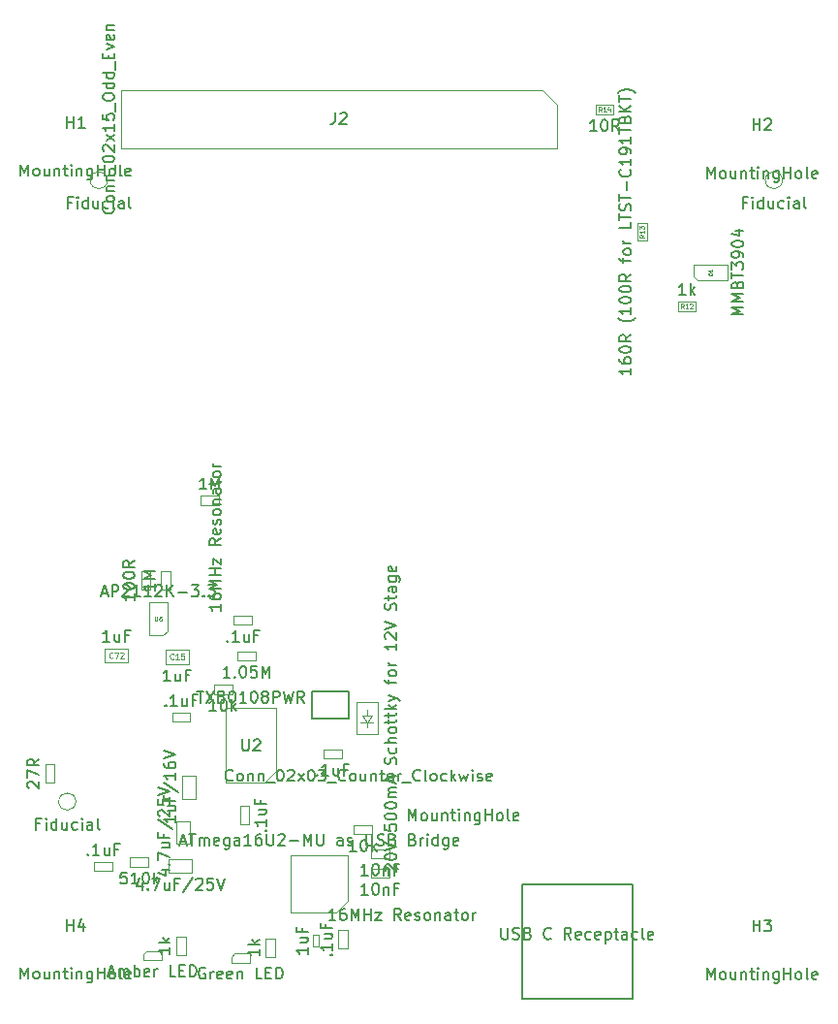
<source format=gbr>
G04 #@! TF.GenerationSoftware,KiCad,Pcbnew,7.0.7*
G04 #@! TF.CreationDate,2023-12-06T21:13:40-05:00*
G04 #@! TF.ProjectId,SARD_Motherboard,53415244-5f4d-46f7-9468-6572626f6172,rev?*
G04 #@! TF.SameCoordinates,Original*
G04 #@! TF.FileFunction,AssemblyDrawing,Top*
%FSLAX46Y46*%
G04 Gerber Fmt 4.6, Leading zero omitted, Abs format (unit mm)*
G04 Created by KiCad (PCBNEW 7.0.7) date 2023-12-06 21:13:40*
%MOMM*%
%LPD*%
G01*
G04 APERTURE LIST*
%ADD10C,0.150000*%
%ADD11C,0.080000*%
%ADD12C,0.060000*%
%ADD13C,0.050000*%
%ADD14C,0.100000*%
%ADD15C,0.127000*%
G04 APERTURE END LIST*
D10*
X133242857Y-115189580D02*
X133290476Y-115237200D01*
X133290476Y-115237200D02*
X133242857Y-115284819D01*
X133242857Y-115284819D02*
X133195238Y-115237200D01*
X133195238Y-115237200D02*
X133242857Y-115189580D01*
X133242857Y-115189580D02*
X133242857Y-115284819D01*
X134242856Y-115284819D02*
X133671428Y-115284819D01*
X133957142Y-115284819D02*
X133957142Y-114284819D01*
X133957142Y-114284819D02*
X133861904Y-114427676D01*
X133861904Y-114427676D02*
X133766666Y-114522914D01*
X133766666Y-114522914D02*
X133671428Y-114570533D01*
X135099999Y-114618152D02*
X135099999Y-115284819D01*
X134671428Y-114618152D02*
X134671428Y-115141961D01*
X134671428Y-115141961D02*
X134719047Y-115237200D01*
X134719047Y-115237200D02*
X134814285Y-115284819D01*
X134814285Y-115284819D02*
X134957142Y-115284819D01*
X134957142Y-115284819D02*
X135052380Y-115237200D01*
X135052380Y-115237200D02*
X135099999Y-115189580D01*
X135909523Y-114761009D02*
X135576190Y-114761009D01*
X135576190Y-115284819D02*
X135576190Y-114284819D01*
X135576190Y-114284819D02*
X136052380Y-114284819D01*
X119619047Y-76931009D02*
X119285714Y-76931009D01*
X119285714Y-77454819D02*
X119285714Y-76454819D01*
X119285714Y-76454819D02*
X119761904Y-76454819D01*
X120142857Y-77454819D02*
X120142857Y-76788152D01*
X120142857Y-76454819D02*
X120095238Y-76502438D01*
X120095238Y-76502438D02*
X120142857Y-76550057D01*
X120142857Y-76550057D02*
X120190476Y-76502438D01*
X120190476Y-76502438D02*
X120142857Y-76454819D01*
X120142857Y-76454819D02*
X120142857Y-76550057D01*
X121047618Y-77454819D02*
X121047618Y-76454819D01*
X121047618Y-77407200D02*
X120952380Y-77454819D01*
X120952380Y-77454819D02*
X120761904Y-77454819D01*
X120761904Y-77454819D02*
X120666666Y-77407200D01*
X120666666Y-77407200D02*
X120619047Y-77359580D01*
X120619047Y-77359580D02*
X120571428Y-77264342D01*
X120571428Y-77264342D02*
X120571428Y-76978628D01*
X120571428Y-76978628D02*
X120619047Y-76883390D01*
X120619047Y-76883390D02*
X120666666Y-76835771D01*
X120666666Y-76835771D02*
X120761904Y-76788152D01*
X120761904Y-76788152D02*
X120952380Y-76788152D01*
X120952380Y-76788152D02*
X121047618Y-76835771D01*
X121952380Y-76788152D02*
X121952380Y-77454819D01*
X121523809Y-76788152D02*
X121523809Y-77311961D01*
X121523809Y-77311961D02*
X121571428Y-77407200D01*
X121571428Y-77407200D02*
X121666666Y-77454819D01*
X121666666Y-77454819D02*
X121809523Y-77454819D01*
X121809523Y-77454819D02*
X121904761Y-77407200D01*
X121904761Y-77407200D02*
X121952380Y-77359580D01*
X122857142Y-77407200D02*
X122761904Y-77454819D01*
X122761904Y-77454819D02*
X122571428Y-77454819D01*
X122571428Y-77454819D02*
X122476190Y-77407200D01*
X122476190Y-77407200D02*
X122428571Y-77359580D01*
X122428571Y-77359580D02*
X122380952Y-77264342D01*
X122380952Y-77264342D02*
X122380952Y-76978628D01*
X122380952Y-76978628D02*
X122428571Y-76883390D01*
X122428571Y-76883390D02*
X122476190Y-76835771D01*
X122476190Y-76835771D02*
X122571428Y-76788152D01*
X122571428Y-76788152D02*
X122761904Y-76788152D01*
X122761904Y-76788152D02*
X122857142Y-76835771D01*
X123285714Y-77454819D02*
X123285714Y-76788152D01*
X123285714Y-76454819D02*
X123238095Y-76502438D01*
X123238095Y-76502438D02*
X123285714Y-76550057D01*
X123285714Y-76550057D02*
X123333333Y-76502438D01*
X123333333Y-76502438D02*
X123285714Y-76454819D01*
X123285714Y-76454819D02*
X123285714Y-76550057D01*
X124190475Y-77454819D02*
X124190475Y-76931009D01*
X124190475Y-76931009D02*
X124142856Y-76835771D01*
X124142856Y-76835771D02*
X124047618Y-76788152D01*
X124047618Y-76788152D02*
X123857142Y-76788152D01*
X123857142Y-76788152D02*
X123761904Y-76835771D01*
X124190475Y-77407200D02*
X124095237Y-77454819D01*
X124095237Y-77454819D02*
X123857142Y-77454819D01*
X123857142Y-77454819D02*
X123761904Y-77407200D01*
X123761904Y-77407200D02*
X123714285Y-77311961D01*
X123714285Y-77311961D02*
X123714285Y-77216723D01*
X123714285Y-77216723D02*
X123761904Y-77121485D01*
X123761904Y-77121485D02*
X123857142Y-77073866D01*
X123857142Y-77073866D02*
X124095237Y-77073866D01*
X124095237Y-77073866D02*
X124190475Y-77026247D01*
X124809523Y-77454819D02*
X124714285Y-77407200D01*
X124714285Y-77407200D02*
X124666666Y-77311961D01*
X124666666Y-77311961D02*
X124666666Y-76454819D01*
X136539580Y-131807142D02*
X136587200Y-131759523D01*
X136587200Y-131759523D02*
X136634819Y-131807142D01*
X136634819Y-131807142D02*
X136587200Y-131854761D01*
X136587200Y-131854761D02*
X136539580Y-131807142D01*
X136539580Y-131807142D02*
X136634819Y-131807142D01*
X136634819Y-130807143D02*
X136634819Y-131378571D01*
X136634819Y-131092857D02*
X135634819Y-131092857D01*
X135634819Y-131092857D02*
X135777676Y-131188095D01*
X135777676Y-131188095D02*
X135872914Y-131283333D01*
X135872914Y-131283333D02*
X135920533Y-131378571D01*
X135968152Y-129950000D02*
X136634819Y-129950000D01*
X135968152Y-130378571D02*
X136491961Y-130378571D01*
X136491961Y-130378571D02*
X136587200Y-130330952D01*
X136587200Y-130330952D02*
X136634819Y-130235714D01*
X136634819Y-130235714D02*
X136634819Y-130092857D01*
X136634819Y-130092857D02*
X136587200Y-129997619D01*
X136587200Y-129997619D02*
X136539580Y-129950000D01*
X136111009Y-129140476D02*
X136111009Y-129473809D01*
X136634819Y-129473809D02*
X135634819Y-129473809D01*
X135634819Y-129473809D02*
X135634819Y-128997619D01*
X131304761Y-143782438D02*
X131209523Y-143734819D01*
X131209523Y-143734819D02*
X131066666Y-143734819D01*
X131066666Y-143734819D02*
X130923809Y-143782438D01*
X130923809Y-143782438D02*
X130828571Y-143877676D01*
X130828571Y-143877676D02*
X130780952Y-143972914D01*
X130780952Y-143972914D02*
X130733333Y-144163390D01*
X130733333Y-144163390D02*
X130733333Y-144306247D01*
X130733333Y-144306247D02*
X130780952Y-144496723D01*
X130780952Y-144496723D02*
X130828571Y-144591961D01*
X130828571Y-144591961D02*
X130923809Y-144687200D01*
X130923809Y-144687200D02*
X131066666Y-144734819D01*
X131066666Y-144734819D02*
X131161904Y-144734819D01*
X131161904Y-144734819D02*
X131304761Y-144687200D01*
X131304761Y-144687200D02*
X131352380Y-144639580D01*
X131352380Y-144639580D02*
X131352380Y-144306247D01*
X131352380Y-144306247D02*
X131161904Y-144306247D01*
X131780952Y-144734819D02*
X131780952Y-144068152D01*
X131780952Y-144258628D02*
X131828571Y-144163390D01*
X131828571Y-144163390D02*
X131876190Y-144115771D01*
X131876190Y-144115771D02*
X131971428Y-144068152D01*
X131971428Y-144068152D02*
X132066666Y-144068152D01*
X132780952Y-144687200D02*
X132685714Y-144734819D01*
X132685714Y-144734819D02*
X132495238Y-144734819D01*
X132495238Y-144734819D02*
X132400000Y-144687200D01*
X132400000Y-144687200D02*
X132352381Y-144591961D01*
X132352381Y-144591961D02*
X132352381Y-144211009D01*
X132352381Y-144211009D02*
X132400000Y-144115771D01*
X132400000Y-144115771D02*
X132495238Y-144068152D01*
X132495238Y-144068152D02*
X132685714Y-144068152D01*
X132685714Y-144068152D02*
X132780952Y-144115771D01*
X132780952Y-144115771D02*
X132828571Y-144211009D01*
X132828571Y-144211009D02*
X132828571Y-144306247D01*
X132828571Y-144306247D02*
X132352381Y-144401485D01*
X133638095Y-144687200D02*
X133542857Y-144734819D01*
X133542857Y-144734819D02*
X133352381Y-144734819D01*
X133352381Y-144734819D02*
X133257143Y-144687200D01*
X133257143Y-144687200D02*
X133209524Y-144591961D01*
X133209524Y-144591961D02*
X133209524Y-144211009D01*
X133209524Y-144211009D02*
X133257143Y-144115771D01*
X133257143Y-144115771D02*
X133352381Y-144068152D01*
X133352381Y-144068152D02*
X133542857Y-144068152D01*
X133542857Y-144068152D02*
X133638095Y-144115771D01*
X133638095Y-144115771D02*
X133685714Y-144211009D01*
X133685714Y-144211009D02*
X133685714Y-144306247D01*
X133685714Y-144306247D02*
X133209524Y-144401485D01*
X134114286Y-144068152D02*
X134114286Y-144734819D01*
X134114286Y-144163390D02*
X134161905Y-144115771D01*
X134161905Y-144115771D02*
X134257143Y-144068152D01*
X134257143Y-144068152D02*
X134400000Y-144068152D01*
X134400000Y-144068152D02*
X134495238Y-144115771D01*
X134495238Y-144115771D02*
X134542857Y-144211009D01*
X134542857Y-144211009D02*
X134542857Y-144734819D01*
X136257143Y-144734819D02*
X135780953Y-144734819D01*
X135780953Y-144734819D02*
X135780953Y-143734819D01*
X136590477Y-144211009D02*
X136923810Y-144211009D01*
X137066667Y-144734819D02*
X136590477Y-144734819D01*
X136590477Y-144734819D02*
X136590477Y-143734819D01*
X136590477Y-143734819D02*
X137066667Y-143734819D01*
X137495239Y-144734819D02*
X137495239Y-143734819D01*
X137495239Y-143734819D02*
X137733334Y-143734819D01*
X137733334Y-143734819D02*
X137876191Y-143782438D01*
X137876191Y-143782438D02*
X137971429Y-143877676D01*
X137971429Y-143877676D02*
X138019048Y-143972914D01*
X138019048Y-143972914D02*
X138066667Y-144163390D01*
X138066667Y-144163390D02*
X138066667Y-144306247D01*
X138066667Y-144306247D02*
X138019048Y-144496723D01*
X138019048Y-144496723D02*
X137971429Y-144591961D01*
X137971429Y-144591961D02*
X137876191Y-144687200D01*
X137876191Y-144687200D02*
X137733334Y-144734819D01*
X137733334Y-144734819D02*
X137495239Y-144734819D01*
X147100057Y-135309525D02*
X147052438Y-135261906D01*
X147052438Y-135261906D02*
X147004819Y-135166668D01*
X147004819Y-135166668D02*
X147004819Y-134928573D01*
X147004819Y-134928573D02*
X147052438Y-134833335D01*
X147052438Y-134833335D02*
X147100057Y-134785716D01*
X147100057Y-134785716D02*
X147195295Y-134738097D01*
X147195295Y-134738097D02*
X147290533Y-134738097D01*
X147290533Y-134738097D02*
X147433390Y-134785716D01*
X147433390Y-134785716D02*
X148004819Y-135357144D01*
X148004819Y-135357144D02*
X148004819Y-134738097D01*
X147004819Y-134119049D02*
X147004819Y-134023811D01*
X147004819Y-134023811D02*
X147052438Y-133928573D01*
X147052438Y-133928573D02*
X147100057Y-133880954D01*
X147100057Y-133880954D02*
X147195295Y-133833335D01*
X147195295Y-133833335D02*
X147385771Y-133785716D01*
X147385771Y-133785716D02*
X147623866Y-133785716D01*
X147623866Y-133785716D02*
X147814342Y-133833335D01*
X147814342Y-133833335D02*
X147909580Y-133880954D01*
X147909580Y-133880954D02*
X147957200Y-133928573D01*
X147957200Y-133928573D02*
X148004819Y-134023811D01*
X148004819Y-134023811D02*
X148004819Y-134119049D01*
X148004819Y-134119049D02*
X147957200Y-134214287D01*
X147957200Y-134214287D02*
X147909580Y-134261906D01*
X147909580Y-134261906D02*
X147814342Y-134309525D01*
X147814342Y-134309525D02*
X147623866Y-134357144D01*
X147623866Y-134357144D02*
X147385771Y-134357144D01*
X147385771Y-134357144D02*
X147195295Y-134309525D01*
X147195295Y-134309525D02*
X147100057Y-134261906D01*
X147100057Y-134261906D02*
X147052438Y-134214287D01*
X147052438Y-134214287D02*
X147004819Y-134119049D01*
X147004819Y-133500001D02*
X148004819Y-133166668D01*
X148004819Y-133166668D02*
X147004819Y-132833335D01*
X147004819Y-131261906D02*
X147004819Y-131738096D01*
X147004819Y-131738096D02*
X147481009Y-131785715D01*
X147481009Y-131785715D02*
X147433390Y-131738096D01*
X147433390Y-131738096D02*
X147385771Y-131642858D01*
X147385771Y-131642858D02*
X147385771Y-131404763D01*
X147385771Y-131404763D02*
X147433390Y-131309525D01*
X147433390Y-131309525D02*
X147481009Y-131261906D01*
X147481009Y-131261906D02*
X147576247Y-131214287D01*
X147576247Y-131214287D02*
X147814342Y-131214287D01*
X147814342Y-131214287D02*
X147909580Y-131261906D01*
X147909580Y-131261906D02*
X147957200Y-131309525D01*
X147957200Y-131309525D02*
X148004819Y-131404763D01*
X148004819Y-131404763D02*
X148004819Y-131642858D01*
X148004819Y-131642858D02*
X147957200Y-131738096D01*
X147957200Y-131738096D02*
X147909580Y-131785715D01*
X147004819Y-130595239D02*
X147004819Y-130500001D01*
X147004819Y-130500001D02*
X147052438Y-130404763D01*
X147052438Y-130404763D02*
X147100057Y-130357144D01*
X147100057Y-130357144D02*
X147195295Y-130309525D01*
X147195295Y-130309525D02*
X147385771Y-130261906D01*
X147385771Y-130261906D02*
X147623866Y-130261906D01*
X147623866Y-130261906D02*
X147814342Y-130309525D01*
X147814342Y-130309525D02*
X147909580Y-130357144D01*
X147909580Y-130357144D02*
X147957200Y-130404763D01*
X147957200Y-130404763D02*
X148004819Y-130500001D01*
X148004819Y-130500001D02*
X148004819Y-130595239D01*
X148004819Y-130595239D02*
X147957200Y-130690477D01*
X147957200Y-130690477D02*
X147909580Y-130738096D01*
X147909580Y-130738096D02*
X147814342Y-130785715D01*
X147814342Y-130785715D02*
X147623866Y-130833334D01*
X147623866Y-130833334D02*
X147385771Y-130833334D01*
X147385771Y-130833334D02*
X147195295Y-130785715D01*
X147195295Y-130785715D02*
X147100057Y-130738096D01*
X147100057Y-130738096D02*
X147052438Y-130690477D01*
X147052438Y-130690477D02*
X147004819Y-130595239D01*
X147004819Y-129642858D02*
X147004819Y-129547620D01*
X147004819Y-129547620D02*
X147052438Y-129452382D01*
X147052438Y-129452382D02*
X147100057Y-129404763D01*
X147100057Y-129404763D02*
X147195295Y-129357144D01*
X147195295Y-129357144D02*
X147385771Y-129309525D01*
X147385771Y-129309525D02*
X147623866Y-129309525D01*
X147623866Y-129309525D02*
X147814342Y-129357144D01*
X147814342Y-129357144D02*
X147909580Y-129404763D01*
X147909580Y-129404763D02*
X147957200Y-129452382D01*
X147957200Y-129452382D02*
X148004819Y-129547620D01*
X148004819Y-129547620D02*
X148004819Y-129642858D01*
X148004819Y-129642858D02*
X147957200Y-129738096D01*
X147957200Y-129738096D02*
X147909580Y-129785715D01*
X147909580Y-129785715D02*
X147814342Y-129833334D01*
X147814342Y-129833334D02*
X147623866Y-129880953D01*
X147623866Y-129880953D02*
X147385771Y-129880953D01*
X147385771Y-129880953D02*
X147195295Y-129833334D01*
X147195295Y-129833334D02*
X147100057Y-129785715D01*
X147100057Y-129785715D02*
X147052438Y-129738096D01*
X147052438Y-129738096D02*
X147004819Y-129642858D01*
X148004819Y-128880953D02*
X147338152Y-128880953D01*
X147433390Y-128880953D02*
X147385771Y-128833334D01*
X147385771Y-128833334D02*
X147338152Y-128738096D01*
X147338152Y-128738096D02*
X147338152Y-128595239D01*
X147338152Y-128595239D02*
X147385771Y-128500001D01*
X147385771Y-128500001D02*
X147481009Y-128452382D01*
X147481009Y-128452382D02*
X148004819Y-128452382D01*
X147481009Y-128452382D02*
X147385771Y-128404763D01*
X147385771Y-128404763D02*
X147338152Y-128309525D01*
X147338152Y-128309525D02*
X147338152Y-128166668D01*
X147338152Y-128166668D02*
X147385771Y-128071429D01*
X147385771Y-128071429D02*
X147481009Y-128023810D01*
X147481009Y-128023810D02*
X148004819Y-128023810D01*
X147719104Y-127595239D02*
X147719104Y-127119049D01*
X148004819Y-127690477D02*
X147004819Y-127357144D01*
X147004819Y-127357144D02*
X148004819Y-127023811D01*
X147957200Y-125976191D02*
X148004819Y-125833334D01*
X148004819Y-125833334D02*
X148004819Y-125595239D01*
X148004819Y-125595239D02*
X147957200Y-125500001D01*
X147957200Y-125500001D02*
X147909580Y-125452382D01*
X147909580Y-125452382D02*
X147814342Y-125404763D01*
X147814342Y-125404763D02*
X147719104Y-125404763D01*
X147719104Y-125404763D02*
X147623866Y-125452382D01*
X147623866Y-125452382D02*
X147576247Y-125500001D01*
X147576247Y-125500001D02*
X147528628Y-125595239D01*
X147528628Y-125595239D02*
X147481009Y-125785715D01*
X147481009Y-125785715D02*
X147433390Y-125880953D01*
X147433390Y-125880953D02*
X147385771Y-125928572D01*
X147385771Y-125928572D02*
X147290533Y-125976191D01*
X147290533Y-125976191D02*
X147195295Y-125976191D01*
X147195295Y-125976191D02*
X147100057Y-125928572D01*
X147100057Y-125928572D02*
X147052438Y-125880953D01*
X147052438Y-125880953D02*
X147004819Y-125785715D01*
X147004819Y-125785715D02*
X147004819Y-125547620D01*
X147004819Y-125547620D02*
X147052438Y-125404763D01*
X147957200Y-124547620D02*
X148004819Y-124642858D01*
X148004819Y-124642858D02*
X148004819Y-124833334D01*
X148004819Y-124833334D02*
X147957200Y-124928572D01*
X147957200Y-124928572D02*
X147909580Y-124976191D01*
X147909580Y-124976191D02*
X147814342Y-125023810D01*
X147814342Y-125023810D02*
X147528628Y-125023810D01*
X147528628Y-125023810D02*
X147433390Y-124976191D01*
X147433390Y-124976191D02*
X147385771Y-124928572D01*
X147385771Y-124928572D02*
X147338152Y-124833334D01*
X147338152Y-124833334D02*
X147338152Y-124642858D01*
X147338152Y-124642858D02*
X147385771Y-124547620D01*
X148004819Y-124119048D02*
X147004819Y-124119048D01*
X148004819Y-123690477D02*
X147481009Y-123690477D01*
X147481009Y-123690477D02*
X147385771Y-123738096D01*
X147385771Y-123738096D02*
X147338152Y-123833334D01*
X147338152Y-123833334D02*
X147338152Y-123976191D01*
X147338152Y-123976191D02*
X147385771Y-124071429D01*
X147385771Y-124071429D02*
X147433390Y-124119048D01*
X148004819Y-123071429D02*
X147957200Y-123166667D01*
X147957200Y-123166667D02*
X147909580Y-123214286D01*
X147909580Y-123214286D02*
X147814342Y-123261905D01*
X147814342Y-123261905D02*
X147528628Y-123261905D01*
X147528628Y-123261905D02*
X147433390Y-123214286D01*
X147433390Y-123214286D02*
X147385771Y-123166667D01*
X147385771Y-123166667D02*
X147338152Y-123071429D01*
X147338152Y-123071429D02*
X147338152Y-122928572D01*
X147338152Y-122928572D02*
X147385771Y-122833334D01*
X147385771Y-122833334D02*
X147433390Y-122785715D01*
X147433390Y-122785715D02*
X147528628Y-122738096D01*
X147528628Y-122738096D02*
X147814342Y-122738096D01*
X147814342Y-122738096D02*
X147909580Y-122785715D01*
X147909580Y-122785715D02*
X147957200Y-122833334D01*
X147957200Y-122833334D02*
X148004819Y-122928572D01*
X148004819Y-122928572D02*
X148004819Y-123071429D01*
X147338152Y-122452381D02*
X147338152Y-122071429D01*
X147004819Y-122309524D02*
X147861961Y-122309524D01*
X147861961Y-122309524D02*
X147957200Y-122261905D01*
X147957200Y-122261905D02*
X148004819Y-122166667D01*
X148004819Y-122166667D02*
X148004819Y-122071429D01*
X147338152Y-121880952D02*
X147338152Y-121500000D01*
X147004819Y-121738095D02*
X147861961Y-121738095D01*
X147861961Y-121738095D02*
X147957200Y-121690476D01*
X147957200Y-121690476D02*
X148004819Y-121595238D01*
X148004819Y-121595238D02*
X148004819Y-121500000D01*
X148004819Y-121166666D02*
X147004819Y-121166666D01*
X147623866Y-121071428D02*
X148004819Y-120785714D01*
X147338152Y-120785714D02*
X147719104Y-121166666D01*
X147338152Y-120452380D02*
X148004819Y-120214285D01*
X147338152Y-119976190D02*
X148004819Y-120214285D01*
X148004819Y-120214285D02*
X148242914Y-120309523D01*
X148242914Y-120309523D02*
X148290533Y-120357142D01*
X148290533Y-120357142D02*
X148338152Y-120452380D01*
X147338152Y-118976189D02*
X147338152Y-118595237D01*
X148004819Y-118833332D02*
X147147676Y-118833332D01*
X147147676Y-118833332D02*
X147052438Y-118785713D01*
X147052438Y-118785713D02*
X147004819Y-118690475D01*
X147004819Y-118690475D02*
X147004819Y-118595237D01*
X148004819Y-118119046D02*
X147957200Y-118214284D01*
X147957200Y-118214284D02*
X147909580Y-118261903D01*
X147909580Y-118261903D02*
X147814342Y-118309522D01*
X147814342Y-118309522D02*
X147528628Y-118309522D01*
X147528628Y-118309522D02*
X147433390Y-118261903D01*
X147433390Y-118261903D02*
X147385771Y-118214284D01*
X147385771Y-118214284D02*
X147338152Y-118119046D01*
X147338152Y-118119046D02*
X147338152Y-117976189D01*
X147338152Y-117976189D02*
X147385771Y-117880951D01*
X147385771Y-117880951D02*
X147433390Y-117833332D01*
X147433390Y-117833332D02*
X147528628Y-117785713D01*
X147528628Y-117785713D02*
X147814342Y-117785713D01*
X147814342Y-117785713D02*
X147909580Y-117833332D01*
X147909580Y-117833332D02*
X147957200Y-117880951D01*
X147957200Y-117880951D02*
X148004819Y-117976189D01*
X148004819Y-117976189D02*
X148004819Y-118119046D01*
X148004819Y-117357141D02*
X147338152Y-117357141D01*
X147528628Y-117357141D02*
X147433390Y-117309522D01*
X147433390Y-117309522D02*
X147385771Y-117261903D01*
X147385771Y-117261903D02*
X147338152Y-117166665D01*
X147338152Y-117166665D02*
X147338152Y-117071427D01*
X148004819Y-115452379D02*
X148004819Y-116023807D01*
X148004819Y-115738093D02*
X147004819Y-115738093D01*
X147004819Y-115738093D02*
X147147676Y-115833331D01*
X147147676Y-115833331D02*
X147242914Y-115928569D01*
X147242914Y-115928569D02*
X147290533Y-116023807D01*
X147100057Y-115071426D02*
X147052438Y-115023807D01*
X147052438Y-115023807D02*
X147004819Y-114928569D01*
X147004819Y-114928569D02*
X147004819Y-114690474D01*
X147004819Y-114690474D02*
X147052438Y-114595236D01*
X147052438Y-114595236D02*
X147100057Y-114547617D01*
X147100057Y-114547617D02*
X147195295Y-114499998D01*
X147195295Y-114499998D02*
X147290533Y-114499998D01*
X147290533Y-114499998D02*
X147433390Y-114547617D01*
X147433390Y-114547617D02*
X148004819Y-115119045D01*
X148004819Y-115119045D02*
X148004819Y-114499998D01*
X147004819Y-114214283D02*
X148004819Y-113880950D01*
X148004819Y-113880950D02*
X147004819Y-113547617D01*
X147957200Y-112499997D02*
X148004819Y-112357140D01*
X148004819Y-112357140D02*
X148004819Y-112119045D01*
X148004819Y-112119045D02*
X147957200Y-112023807D01*
X147957200Y-112023807D02*
X147909580Y-111976188D01*
X147909580Y-111976188D02*
X147814342Y-111928569D01*
X147814342Y-111928569D02*
X147719104Y-111928569D01*
X147719104Y-111928569D02*
X147623866Y-111976188D01*
X147623866Y-111976188D02*
X147576247Y-112023807D01*
X147576247Y-112023807D02*
X147528628Y-112119045D01*
X147528628Y-112119045D02*
X147481009Y-112309521D01*
X147481009Y-112309521D02*
X147433390Y-112404759D01*
X147433390Y-112404759D02*
X147385771Y-112452378D01*
X147385771Y-112452378D02*
X147290533Y-112499997D01*
X147290533Y-112499997D02*
X147195295Y-112499997D01*
X147195295Y-112499997D02*
X147100057Y-112452378D01*
X147100057Y-112452378D02*
X147052438Y-112404759D01*
X147052438Y-112404759D02*
X147004819Y-112309521D01*
X147004819Y-112309521D02*
X147004819Y-112071426D01*
X147004819Y-112071426D02*
X147052438Y-111928569D01*
X147338152Y-111642854D02*
X147338152Y-111261902D01*
X147004819Y-111499997D02*
X147861961Y-111499997D01*
X147861961Y-111499997D02*
X147957200Y-111452378D01*
X147957200Y-111452378D02*
X148004819Y-111357140D01*
X148004819Y-111357140D02*
X148004819Y-111261902D01*
X148004819Y-110499997D02*
X147481009Y-110499997D01*
X147481009Y-110499997D02*
X147385771Y-110547616D01*
X147385771Y-110547616D02*
X147338152Y-110642854D01*
X147338152Y-110642854D02*
X147338152Y-110833330D01*
X147338152Y-110833330D02*
X147385771Y-110928568D01*
X147957200Y-110499997D02*
X148004819Y-110595235D01*
X148004819Y-110595235D02*
X148004819Y-110833330D01*
X148004819Y-110833330D02*
X147957200Y-110928568D01*
X147957200Y-110928568D02*
X147861961Y-110976187D01*
X147861961Y-110976187D02*
X147766723Y-110976187D01*
X147766723Y-110976187D02*
X147671485Y-110928568D01*
X147671485Y-110928568D02*
X147623866Y-110833330D01*
X147623866Y-110833330D02*
X147623866Y-110595235D01*
X147623866Y-110595235D02*
X147576247Y-110499997D01*
X147338152Y-109595235D02*
X148147676Y-109595235D01*
X148147676Y-109595235D02*
X148242914Y-109642854D01*
X148242914Y-109642854D02*
X148290533Y-109690473D01*
X148290533Y-109690473D02*
X148338152Y-109785711D01*
X148338152Y-109785711D02*
X148338152Y-109928568D01*
X148338152Y-109928568D02*
X148290533Y-110023806D01*
X147957200Y-109595235D02*
X148004819Y-109690473D01*
X148004819Y-109690473D02*
X148004819Y-109880949D01*
X148004819Y-109880949D02*
X147957200Y-109976187D01*
X147957200Y-109976187D02*
X147909580Y-110023806D01*
X147909580Y-110023806D02*
X147814342Y-110071425D01*
X147814342Y-110071425D02*
X147528628Y-110071425D01*
X147528628Y-110071425D02*
X147433390Y-110023806D01*
X147433390Y-110023806D02*
X147385771Y-109976187D01*
X147385771Y-109976187D02*
X147338152Y-109880949D01*
X147338152Y-109880949D02*
X147338152Y-109690473D01*
X147338152Y-109690473D02*
X147385771Y-109595235D01*
X147957200Y-108738092D02*
X148004819Y-108833330D01*
X148004819Y-108833330D02*
X148004819Y-109023806D01*
X148004819Y-109023806D02*
X147957200Y-109119044D01*
X147957200Y-109119044D02*
X147861961Y-109166663D01*
X147861961Y-109166663D02*
X147481009Y-109166663D01*
X147481009Y-109166663D02*
X147385771Y-109119044D01*
X147385771Y-109119044D02*
X147338152Y-109023806D01*
X147338152Y-109023806D02*
X147338152Y-108833330D01*
X147338152Y-108833330D02*
X147385771Y-108738092D01*
X147385771Y-108738092D02*
X147481009Y-108690473D01*
X147481009Y-108690473D02*
X147576247Y-108690473D01*
X147576247Y-108690473D02*
X147671485Y-109166663D01*
X157180951Y-140279819D02*
X157180951Y-141089342D01*
X157180951Y-141089342D02*
X157228570Y-141184580D01*
X157228570Y-141184580D02*
X157276189Y-141232200D01*
X157276189Y-141232200D02*
X157371427Y-141279819D01*
X157371427Y-141279819D02*
X157561903Y-141279819D01*
X157561903Y-141279819D02*
X157657141Y-141232200D01*
X157657141Y-141232200D02*
X157704760Y-141184580D01*
X157704760Y-141184580D02*
X157752379Y-141089342D01*
X157752379Y-141089342D02*
X157752379Y-140279819D01*
X158180951Y-141232200D02*
X158323808Y-141279819D01*
X158323808Y-141279819D02*
X158561903Y-141279819D01*
X158561903Y-141279819D02*
X158657141Y-141232200D01*
X158657141Y-141232200D02*
X158704760Y-141184580D01*
X158704760Y-141184580D02*
X158752379Y-141089342D01*
X158752379Y-141089342D02*
X158752379Y-140994104D01*
X158752379Y-140994104D02*
X158704760Y-140898866D01*
X158704760Y-140898866D02*
X158657141Y-140851247D01*
X158657141Y-140851247D02*
X158561903Y-140803628D01*
X158561903Y-140803628D02*
X158371427Y-140756009D01*
X158371427Y-140756009D02*
X158276189Y-140708390D01*
X158276189Y-140708390D02*
X158228570Y-140660771D01*
X158228570Y-140660771D02*
X158180951Y-140565533D01*
X158180951Y-140565533D02*
X158180951Y-140470295D01*
X158180951Y-140470295D02*
X158228570Y-140375057D01*
X158228570Y-140375057D02*
X158276189Y-140327438D01*
X158276189Y-140327438D02*
X158371427Y-140279819D01*
X158371427Y-140279819D02*
X158609522Y-140279819D01*
X158609522Y-140279819D02*
X158752379Y-140327438D01*
X159514284Y-140756009D02*
X159657141Y-140803628D01*
X159657141Y-140803628D02*
X159704760Y-140851247D01*
X159704760Y-140851247D02*
X159752379Y-140946485D01*
X159752379Y-140946485D02*
X159752379Y-141089342D01*
X159752379Y-141089342D02*
X159704760Y-141184580D01*
X159704760Y-141184580D02*
X159657141Y-141232200D01*
X159657141Y-141232200D02*
X159561903Y-141279819D01*
X159561903Y-141279819D02*
X159180951Y-141279819D01*
X159180951Y-141279819D02*
X159180951Y-140279819D01*
X159180951Y-140279819D02*
X159514284Y-140279819D01*
X159514284Y-140279819D02*
X159609522Y-140327438D01*
X159609522Y-140327438D02*
X159657141Y-140375057D01*
X159657141Y-140375057D02*
X159704760Y-140470295D01*
X159704760Y-140470295D02*
X159704760Y-140565533D01*
X159704760Y-140565533D02*
X159657141Y-140660771D01*
X159657141Y-140660771D02*
X159609522Y-140708390D01*
X159609522Y-140708390D02*
X159514284Y-140756009D01*
X159514284Y-140756009D02*
X159180951Y-140756009D01*
X161514284Y-141184580D02*
X161466665Y-141232200D01*
X161466665Y-141232200D02*
X161323808Y-141279819D01*
X161323808Y-141279819D02*
X161228570Y-141279819D01*
X161228570Y-141279819D02*
X161085713Y-141232200D01*
X161085713Y-141232200D02*
X160990475Y-141136961D01*
X160990475Y-141136961D02*
X160942856Y-141041723D01*
X160942856Y-141041723D02*
X160895237Y-140851247D01*
X160895237Y-140851247D02*
X160895237Y-140708390D01*
X160895237Y-140708390D02*
X160942856Y-140517914D01*
X160942856Y-140517914D02*
X160990475Y-140422676D01*
X160990475Y-140422676D02*
X161085713Y-140327438D01*
X161085713Y-140327438D02*
X161228570Y-140279819D01*
X161228570Y-140279819D02*
X161323808Y-140279819D01*
X161323808Y-140279819D02*
X161466665Y-140327438D01*
X161466665Y-140327438D02*
X161514284Y-140375057D01*
X163276189Y-141279819D02*
X162942856Y-140803628D01*
X162704761Y-141279819D02*
X162704761Y-140279819D01*
X162704761Y-140279819D02*
X163085713Y-140279819D01*
X163085713Y-140279819D02*
X163180951Y-140327438D01*
X163180951Y-140327438D02*
X163228570Y-140375057D01*
X163228570Y-140375057D02*
X163276189Y-140470295D01*
X163276189Y-140470295D02*
X163276189Y-140613152D01*
X163276189Y-140613152D02*
X163228570Y-140708390D01*
X163228570Y-140708390D02*
X163180951Y-140756009D01*
X163180951Y-140756009D02*
X163085713Y-140803628D01*
X163085713Y-140803628D02*
X162704761Y-140803628D01*
X164085713Y-141232200D02*
X163990475Y-141279819D01*
X163990475Y-141279819D02*
X163799999Y-141279819D01*
X163799999Y-141279819D02*
X163704761Y-141232200D01*
X163704761Y-141232200D02*
X163657142Y-141136961D01*
X163657142Y-141136961D02*
X163657142Y-140756009D01*
X163657142Y-140756009D02*
X163704761Y-140660771D01*
X163704761Y-140660771D02*
X163799999Y-140613152D01*
X163799999Y-140613152D02*
X163990475Y-140613152D01*
X163990475Y-140613152D02*
X164085713Y-140660771D01*
X164085713Y-140660771D02*
X164133332Y-140756009D01*
X164133332Y-140756009D02*
X164133332Y-140851247D01*
X164133332Y-140851247D02*
X163657142Y-140946485D01*
X164990475Y-141232200D02*
X164895237Y-141279819D01*
X164895237Y-141279819D02*
X164704761Y-141279819D01*
X164704761Y-141279819D02*
X164609523Y-141232200D01*
X164609523Y-141232200D02*
X164561904Y-141184580D01*
X164561904Y-141184580D02*
X164514285Y-141089342D01*
X164514285Y-141089342D02*
X164514285Y-140803628D01*
X164514285Y-140803628D02*
X164561904Y-140708390D01*
X164561904Y-140708390D02*
X164609523Y-140660771D01*
X164609523Y-140660771D02*
X164704761Y-140613152D01*
X164704761Y-140613152D02*
X164895237Y-140613152D01*
X164895237Y-140613152D02*
X164990475Y-140660771D01*
X165799999Y-141232200D02*
X165704761Y-141279819D01*
X165704761Y-141279819D02*
X165514285Y-141279819D01*
X165514285Y-141279819D02*
X165419047Y-141232200D01*
X165419047Y-141232200D02*
X165371428Y-141136961D01*
X165371428Y-141136961D02*
X165371428Y-140756009D01*
X165371428Y-140756009D02*
X165419047Y-140660771D01*
X165419047Y-140660771D02*
X165514285Y-140613152D01*
X165514285Y-140613152D02*
X165704761Y-140613152D01*
X165704761Y-140613152D02*
X165799999Y-140660771D01*
X165799999Y-140660771D02*
X165847618Y-140756009D01*
X165847618Y-140756009D02*
X165847618Y-140851247D01*
X165847618Y-140851247D02*
X165371428Y-140946485D01*
X166276190Y-140613152D02*
X166276190Y-141613152D01*
X166276190Y-140660771D02*
X166371428Y-140613152D01*
X166371428Y-140613152D02*
X166561904Y-140613152D01*
X166561904Y-140613152D02*
X166657142Y-140660771D01*
X166657142Y-140660771D02*
X166704761Y-140708390D01*
X166704761Y-140708390D02*
X166752380Y-140803628D01*
X166752380Y-140803628D02*
X166752380Y-141089342D01*
X166752380Y-141089342D02*
X166704761Y-141184580D01*
X166704761Y-141184580D02*
X166657142Y-141232200D01*
X166657142Y-141232200D02*
X166561904Y-141279819D01*
X166561904Y-141279819D02*
X166371428Y-141279819D01*
X166371428Y-141279819D02*
X166276190Y-141232200D01*
X167038095Y-140613152D02*
X167419047Y-140613152D01*
X167180952Y-140279819D02*
X167180952Y-141136961D01*
X167180952Y-141136961D02*
X167228571Y-141232200D01*
X167228571Y-141232200D02*
X167323809Y-141279819D01*
X167323809Y-141279819D02*
X167419047Y-141279819D01*
X168180952Y-141279819D02*
X168180952Y-140756009D01*
X168180952Y-140756009D02*
X168133333Y-140660771D01*
X168133333Y-140660771D02*
X168038095Y-140613152D01*
X168038095Y-140613152D02*
X167847619Y-140613152D01*
X167847619Y-140613152D02*
X167752381Y-140660771D01*
X168180952Y-141232200D02*
X168085714Y-141279819D01*
X168085714Y-141279819D02*
X167847619Y-141279819D01*
X167847619Y-141279819D02*
X167752381Y-141232200D01*
X167752381Y-141232200D02*
X167704762Y-141136961D01*
X167704762Y-141136961D02*
X167704762Y-141041723D01*
X167704762Y-141041723D02*
X167752381Y-140946485D01*
X167752381Y-140946485D02*
X167847619Y-140898866D01*
X167847619Y-140898866D02*
X168085714Y-140898866D01*
X168085714Y-140898866D02*
X168180952Y-140851247D01*
X169085714Y-141232200D02*
X168990476Y-141279819D01*
X168990476Y-141279819D02*
X168800000Y-141279819D01*
X168800000Y-141279819D02*
X168704762Y-141232200D01*
X168704762Y-141232200D02*
X168657143Y-141184580D01*
X168657143Y-141184580D02*
X168609524Y-141089342D01*
X168609524Y-141089342D02*
X168609524Y-140803628D01*
X168609524Y-140803628D02*
X168657143Y-140708390D01*
X168657143Y-140708390D02*
X168704762Y-140660771D01*
X168704762Y-140660771D02*
X168800000Y-140613152D01*
X168800000Y-140613152D02*
X168990476Y-140613152D01*
X168990476Y-140613152D02*
X169085714Y-140660771D01*
X169657143Y-141279819D02*
X169561905Y-141232200D01*
X169561905Y-141232200D02*
X169514286Y-141136961D01*
X169514286Y-141136961D02*
X169514286Y-140279819D01*
X170419048Y-141232200D02*
X170323810Y-141279819D01*
X170323810Y-141279819D02*
X170133334Y-141279819D01*
X170133334Y-141279819D02*
X170038096Y-141232200D01*
X170038096Y-141232200D02*
X169990477Y-141136961D01*
X169990477Y-141136961D02*
X169990477Y-140756009D01*
X169990477Y-140756009D02*
X170038096Y-140660771D01*
X170038096Y-140660771D02*
X170133334Y-140613152D01*
X170133334Y-140613152D02*
X170323810Y-140613152D01*
X170323810Y-140613152D02*
X170419048Y-140660771D01*
X170419048Y-140660771D02*
X170466667Y-140756009D01*
X170466667Y-140756009D02*
X170466667Y-140851247D01*
X170466667Y-140851247D02*
X169990477Y-140946485D01*
X133463809Y-118424819D02*
X132892381Y-118424819D01*
X133178095Y-118424819D02*
X133178095Y-117424819D01*
X133178095Y-117424819D02*
X133082857Y-117567676D01*
X133082857Y-117567676D02*
X132987619Y-117662914D01*
X132987619Y-117662914D02*
X132892381Y-117710533D01*
X133892381Y-118329580D02*
X133940000Y-118377200D01*
X133940000Y-118377200D02*
X133892381Y-118424819D01*
X133892381Y-118424819D02*
X133844762Y-118377200D01*
X133844762Y-118377200D02*
X133892381Y-118329580D01*
X133892381Y-118329580D02*
X133892381Y-118424819D01*
X134559047Y-117424819D02*
X134654285Y-117424819D01*
X134654285Y-117424819D02*
X134749523Y-117472438D01*
X134749523Y-117472438D02*
X134797142Y-117520057D01*
X134797142Y-117520057D02*
X134844761Y-117615295D01*
X134844761Y-117615295D02*
X134892380Y-117805771D01*
X134892380Y-117805771D02*
X134892380Y-118043866D01*
X134892380Y-118043866D02*
X134844761Y-118234342D01*
X134844761Y-118234342D02*
X134797142Y-118329580D01*
X134797142Y-118329580D02*
X134749523Y-118377200D01*
X134749523Y-118377200D02*
X134654285Y-118424819D01*
X134654285Y-118424819D02*
X134559047Y-118424819D01*
X134559047Y-118424819D02*
X134463809Y-118377200D01*
X134463809Y-118377200D02*
X134416190Y-118329580D01*
X134416190Y-118329580D02*
X134368571Y-118234342D01*
X134368571Y-118234342D02*
X134320952Y-118043866D01*
X134320952Y-118043866D02*
X134320952Y-117805771D01*
X134320952Y-117805771D02*
X134368571Y-117615295D01*
X134368571Y-117615295D02*
X134416190Y-117520057D01*
X134416190Y-117520057D02*
X134463809Y-117472438D01*
X134463809Y-117472438D02*
X134559047Y-117424819D01*
X135797142Y-117424819D02*
X135320952Y-117424819D01*
X135320952Y-117424819D02*
X135273333Y-117901009D01*
X135273333Y-117901009D02*
X135320952Y-117853390D01*
X135320952Y-117853390D02*
X135416190Y-117805771D01*
X135416190Y-117805771D02*
X135654285Y-117805771D01*
X135654285Y-117805771D02*
X135749523Y-117853390D01*
X135749523Y-117853390D02*
X135797142Y-117901009D01*
X135797142Y-117901009D02*
X135844761Y-117996247D01*
X135844761Y-117996247D02*
X135844761Y-118234342D01*
X135844761Y-118234342D02*
X135797142Y-118329580D01*
X135797142Y-118329580D02*
X135749523Y-118377200D01*
X135749523Y-118377200D02*
X135654285Y-118424819D01*
X135654285Y-118424819D02*
X135416190Y-118424819D01*
X135416190Y-118424819D02*
X135320952Y-118377200D01*
X135320952Y-118377200D02*
X135273333Y-118329580D01*
X136273333Y-118424819D02*
X136273333Y-117424819D01*
X136273333Y-117424819D02*
X136606666Y-118139104D01*
X136606666Y-118139104D02*
X136939999Y-117424819D01*
X136939999Y-117424819D02*
X136939999Y-118424819D01*
X128224819Y-141969047D02*
X128224819Y-142540475D01*
X128224819Y-142254761D02*
X127224819Y-142254761D01*
X127224819Y-142254761D02*
X127367676Y-142349999D01*
X127367676Y-142349999D02*
X127462914Y-142445237D01*
X127462914Y-142445237D02*
X127510533Y-142540475D01*
X128224819Y-141540475D02*
X127224819Y-141540475D01*
X127843866Y-141445237D02*
X128224819Y-141159523D01*
X127558152Y-141159523D02*
X127939104Y-141540475D01*
X136024819Y-142119047D02*
X136024819Y-142690475D01*
X136024819Y-142404761D02*
X135024819Y-142404761D01*
X135024819Y-142404761D02*
X135167676Y-142499999D01*
X135167676Y-142499999D02*
X135262914Y-142595237D01*
X135262914Y-142595237D02*
X135310533Y-142690475D01*
X136024819Y-141690475D02*
X135024819Y-141690475D01*
X135643866Y-141595237D02*
X136024819Y-141309523D01*
X135358152Y-141309523D02*
X135739104Y-141690475D01*
X131414285Y-101974819D02*
X130842857Y-101974819D01*
X131128571Y-101974819D02*
X131128571Y-100974819D01*
X131128571Y-100974819D02*
X131033333Y-101117676D01*
X131033333Y-101117676D02*
X130938095Y-101212914D01*
X130938095Y-101212914D02*
X130842857Y-101260533D01*
X131842857Y-101974819D02*
X131842857Y-100974819D01*
X131842857Y-100974819D02*
X132176190Y-101689104D01*
X132176190Y-101689104D02*
X132509523Y-100974819D01*
X132509523Y-100974819D02*
X132509523Y-101974819D01*
X122863020Y-144249104D02*
X123339210Y-144249104D01*
X122767782Y-144534819D02*
X123101115Y-143534819D01*
X123101115Y-143534819D02*
X123434448Y-144534819D01*
X123767782Y-144534819D02*
X123767782Y-143868152D01*
X123767782Y-143963390D02*
X123815401Y-143915771D01*
X123815401Y-143915771D02*
X123910639Y-143868152D01*
X123910639Y-143868152D02*
X124053496Y-143868152D01*
X124053496Y-143868152D02*
X124148734Y-143915771D01*
X124148734Y-143915771D02*
X124196353Y-144011009D01*
X124196353Y-144011009D02*
X124196353Y-144534819D01*
X124196353Y-144011009D02*
X124243972Y-143915771D01*
X124243972Y-143915771D02*
X124339210Y-143868152D01*
X124339210Y-143868152D02*
X124482067Y-143868152D01*
X124482067Y-143868152D02*
X124577306Y-143915771D01*
X124577306Y-143915771D02*
X124624925Y-144011009D01*
X124624925Y-144011009D02*
X124624925Y-144534819D01*
X125101115Y-144534819D02*
X125101115Y-143534819D01*
X125101115Y-143915771D02*
X125196353Y-143868152D01*
X125196353Y-143868152D02*
X125386829Y-143868152D01*
X125386829Y-143868152D02*
X125482067Y-143915771D01*
X125482067Y-143915771D02*
X125529686Y-143963390D01*
X125529686Y-143963390D02*
X125577305Y-144058628D01*
X125577305Y-144058628D02*
X125577305Y-144344342D01*
X125577305Y-144344342D02*
X125529686Y-144439580D01*
X125529686Y-144439580D02*
X125482067Y-144487200D01*
X125482067Y-144487200D02*
X125386829Y-144534819D01*
X125386829Y-144534819D02*
X125196353Y-144534819D01*
X125196353Y-144534819D02*
X125101115Y-144487200D01*
X126386829Y-144487200D02*
X126291591Y-144534819D01*
X126291591Y-144534819D02*
X126101115Y-144534819D01*
X126101115Y-144534819D02*
X126005877Y-144487200D01*
X126005877Y-144487200D02*
X125958258Y-144391961D01*
X125958258Y-144391961D02*
X125958258Y-144011009D01*
X125958258Y-144011009D02*
X126005877Y-143915771D01*
X126005877Y-143915771D02*
X126101115Y-143868152D01*
X126101115Y-143868152D02*
X126291591Y-143868152D01*
X126291591Y-143868152D02*
X126386829Y-143915771D01*
X126386829Y-143915771D02*
X126434448Y-144011009D01*
X126434448Y-144011009D02*
X126434448Y-144106247D01*
X126434448Y-144106247D02*
X125958258Y-144201485D01*
X126863020Y-144534819D02*
X126863020Y-143868152D01*
X126863020Y-144058628D02*
X126910639Y-143963390D01*
X126910639Y-143963390D02*
X126958258Y-143915771D01*
X126958258Y-143915771D02*
X127053496Y-143868152D01*
X127053496Y-143868152D02*
X127148734Y-143868152D01*
X128720163Y-144534819D02*
X128243973Y-144534819D01*
X128243973Y-144534819D02*
X128243973Y-143534819D01*
X129053497Y-144011009D02*
X129386830Y-144011009D01*
X129529687Y-144534819D02*
X129053497Y-144534819D01*
X129053497Y-144534819D02*
X129053497Y-143534819D01*
X129053497Y-143534819D02*
X129529687Y-143534819D01*
X129958259Y-144534819D02*
X129958259Y-143534819D01*
X129958259Y-143534819D02*
X130196354Y-143534819D01*
X130196354Y-143534819D02*
X130339211Y-143582438D01*
X130339211Y-143582438D02*
X130434449Y-143677676D01*
X130434449Y-143677676D02*
X130482068Y-143772914D01*
X130482068Y-143772914D02*
X130529687Y-143963390D01*
X130529687Y-143963390D02*
X130529687Y-144106247D01*
X130529687Y-144106247D02*
X130482068Y-144296723D01*
X130482068Y-144296723D02*
X130434449Y-144391961D01*
X130434449Y-144391961D02*
X130339211Y-144487200D01*
X130339211Y-144487200D02*
X130196354Y-144534819D01*
X130196354Y-144534819D02*
X129958259Y-144534819D01*
X132654819Y-112009524D02*
X132654819Y-112580952D01*
X132654819Y-112295238D02*
X131654819Y-112295238D01*
X131654819Y-112295238D02*
X131797676Y-112390476D01*
X131797676Y-112390476D02*
X131892914Y-112485714D01*
X131892914Y-112485714D02*
X131940533Y-112580952D01*
X131654819Y-111152381D02*
X131654819Y-111342857D01*
X131654819Y-111342857D02*
X131702438Y-111438095D01*
X131702438Y-111438095D02*
X131750057Y-111485714D01*
X131750057Y-111485714D02*
X131892914Y-111580952D01*
X131892914Y-111580952D02*
X132083390Y-111628571D01*
X132083390Y-111628571D02*
X132464342Y-111628571D01*
X132464342Y-111628571D02*
X132559580Y-111580952D01*
X132559580Y-111580952D02*
X132607200Y-111533333D01*
X132607200Y-111533333D02*
X132654819Y-111438095D01*
X132654819Y-111438095D02*
X132654819Y-111247619D01*
X132654819Y-111247619D02*
X132607200Y-111152381D01*
X132607200Y-111152381D02*
X132559580Y-111104762D01*
X132559580Y-111104762D02*
X132464342Y-111057143D01*
X132464342Y-111057143D02*
X132226247Y-111057143D01*
X132226247Y-111057143D02*
X132131009Y-111104762D01*
X132131009Y-111104762D02*
X132083390Y-111152381D01*
X132083390Y-111152381D02*
X132035771Y-111247619D01*
X132035771Y-111247619D02*
X132035771Y-111438095D01*
X132035771Y-111438095D02*
X132083390Y-111533333D01*
X132083390Y-111533333D02*
X132131009Y-111580952D01*
X132131009Y-111580952D02*
X132226247Y-111628571D01*
X132654819Y-110628571D02*
X131654819Y-110628571D01*
X131654819Y-110628571D02*
X132369104Y-110295238D01*
X132369104Y-110295238D02*
X131654819Y-109961905D01*
X131654819Y-109961905D02*
X132654819Y-109961905D01*
X132654819Y-109485714D02*
X131654819Y-109485714D01*
X132131009Y-109485714D02*
X132131009Y-108914286D01*
X132654819Y-108914286D02*
X131654819Y-108914286D01*
X131988152Y-108533333D02*
X131988152Y-108009524D01*
X131988152Y-108009524D02*
X132654819Y-108533333D01*
X132654819Y-108533333D02*
X132654819Y-108009524D01*
X132654819Y-106295238D02*
X132178628Y-106628571D01*
X132654819Y-106866666D02*
X131654819Y-106866666D01*
X131654819Y-106866666D02*
X131654819Y-106485714D01*
X131654819Y-106485714D02*
X131702438Y-106390476D01*
X131702438Y-106390476D02*
X131750057Y-106342857D01*
X131750057Y-106342857D02*
X131845295Y-106295238D01*
X131845295Y-106295238D02*
X131988152Y-106295238D01*
X131988152Y-106295238D02*
X132083390Y-106342857D01*
X132083390Y-106342857D02*
X132131009Y-106390476D01*
X132131009Y-106390476D02*
X132178628Y-106485714D01*
X132178628Y-106485714D02*
X132178628Y-106866666D01*
X132607200Y-105485714D02*
X132654819Y-105580952D01*
X132654819Y-105580952D02*
X132654819Y-105771428D01*
X132654819Y-105771428D02*
X132607200Y-105866666D01*
X132607200Y-105866666D02*
X132511961Y-105914285D01*
X132511961Y-105914285D02*
X132131009Y-105914285D01*
X132131009Y-105914285D02*
X132035771Y-105866666D01*
X132035771Y-105866666D02*
X131988152Y-105771428D01*
X131988152Y-105771428D02*
X131988152Y-105580952D01*
X131988152Y-105580952D02*
X132035771Y-105485714D01*
X132035771Y-105485714D02*
X132131009Y-105438095D01*
X132131009Y-105438095D02*
X132226247Y-105438095D01*
X132226247Y-105438095D02*
X132321485Y-105914285D01*
X132607200Y-105057142D02*
X132654819Y-104961904D01*
X132654819Y-104961904D02*
X132654819Y-104771428D01*
X132654819Y-104771428D02*
X132607200Y-104676190D01*
X132607200Y-104676190D02*
X132511961Y-104628571D01*
X132511961Y-104628571D02*
X132464342Y-104628571D01*
X132464342Y-104628571D02*
X132369104Y-104676190D01*
X132369104Y-104676190D02*
X132321485Y-104771428D01*
X132321485Y-104771428D02*
X132321485Y-104914285D01*
X132321485Y-104914285D02*
X132273866Y-105009523D01*
X132273866Y-105009523D02*
X132178628Y-105057142D01*
X132178628Y-105057142D02*
X132131009Y-105057142D01*
X132131009Y-105057142D02*
X132035771Y-105009523D01*
X132035771Y-105009523D02*
X131988152Y-104914285D01*
X131988152Y-104914285D02*
X131988152Y-104771428D01*
X131988152Y-104771428D02*
X132035771Y-104676190D01*
X132654819Y-104057142D02*
X132607200Y-104152380D01*
X132607200Y-104152380D02*
X132559580Y-104199999D01*
X132559580Y-104199999D02*
X132464342Y-104247618D01*
X132464342Y-104247618D02*
X132178628Y-104247618D01*
X132178628Y-104247618D02*
X132083390Y-104199999D01*
X132083390Y-104199999D02*
X132035771Y-104152380D01*
X132035771Y-104152380D02*
X131988152Y-104057142D01*
X131988152Y-104057142D02*
X131988152Y-103914285D01*
X131988152Y-103914285D02*
X132035771Y-103819047D01*
X132035771Y-103819047D02*
X132083390Y-103771428D01*
X132083390Y-103771428D02*
X132178628Y-103723809D01*
X132178628Y-103723809D02*
X132464342Y-103723809D01*
X132464342Y-103723809D02*
X132559580Y-103771428D01*
X132559580Y-103771428D02*
X132607200Y-103819047D01*
X132607200Y-103819047D02*
X132654819Y-103914285D01*
X132654819Y-103914285D02*
X132654819Y-104057142D01*
X131988152Y-103295237D02*
X132654819Y-103295237D01*
X132083390Y-103295237D02*
X132035771Y-103247618D01*
X132035771Y-103247618D02*
X131988152Y-103152380D01*
X131988152Y-103152380D02*
X131988152Y-103009523D01*
X131988152Y-103009523D02*
X132035771Y-102914285D01*
X132035771Y-102914285D02*
X132131009Y-102866666D01*
X132131009Y-102866666D02*
X132654819Y-102866666D01*
X132654819Y-101961904D02*
X132131009Y-101961904D01*
X132131009Y-101961904D02*
X132035771Y-102009523D01*
X132035771Y-102009523D02*
X131988152Y-102104761D01*
X131988152Y-102104761D02*
X131988152Y-102295237D01*
X131988152Y-102295237D02*
X132035771Y-102390475D01*
X132607200Y-101961904D02*
X132654819Y-102057142D01*
X132654819Y-102057142D02*
X132654819Y-102295237D01*
X132654819Y-102295237D02*
X132607200Y-102390475D01*
X132607200Y-102390475D02*
X132511961Y-102438094D01*
X132511961Y-102438094D02*
X132416723Y-102438094D01*
X132416723Y-102438094D02*
X132321485Y-102390475D01*
X132321485Y-102390475D02*
X132273866Y-102295237D01*
X132273866Y-102295237D02*
X132273866Y-102057142D01*
X132273866Y-102057142D02*
X132226247Y-101961904D01*
X131988152Y-101628570D02*
X131988152Y-101247618D01*
X131654819Y-101485713D02*
X132511961Y-101485713D01*
X132511961Y-101485713D02*
X132607200Y-101438094D01*
X132607200Y-101438094D02*
X132654819Y-101342856D01*
X132654819Y-101342856D02*
X132654819Y-101247618D01*
X132654819Y-100771427D02*
X132607200Y-100866665D01*
X132607200Y-100866665D02*
X132559580Y-100914284D01*
X132559580Y-100914284D02*
X132464342Y-100961903D01*
X132464342Y-100961903D02*
X132178628Y-100961903D01*
X132178628Y-100961903D02*
X132083390Y-100914284D01*
X132083390Y-100914284D02*
X132035771Y-100866665D01*
X132035771Y-100866665D02*
X131988152Y-100771427D01*
X131988152Y-100771427D02*
X131988152Y-100628570D01*
X131988152Y-100628570D02*
X132035771Y-100533332D01*
X132035771Y-100533332D02*
X132083390Y-100485713D01*
X132083390Y-100485713D02*
X132178628Y-100438094D01*
X132178628Y-100438094D02*
X132464342Y-100438094D01*
X132464342Y-100438094D02*
X132559580Y-100485713D01*
X132559580Y-100485713D02*
X132607200Y-100533332D01*
X132607200Y-100533332D02*
X132654819Y-100628570D01*
X132654819Y-100628570D02*
X132654819Y-100771427D01*
X132654819Y-100009522D02*
X131988152Y-100009522D01*
X132178628Y-100009522D02*
X132083390Y-99961903D01*
X132083390Y-99961903D02*
X132035771Y-99914284D01*
X132035771Y-99914284D02*
X131988152Y-99819046D01*
X131988152Y-99819046D02*
X131988152Y-99723808D01*
X178619047Y-76931009D02*
X178285714Y-76931009D01*
X178285714Y-77454819D02*
X178285714Y-76454819D01*
X178285714Y-76454819D02*
X178761904Y-76454819D01*
X179142857Y-77454819D02*
X179142857Y-76788152D01*
X179142857Y-76454819D02*
X179095238Y-76502438D01*
X179095238Y-76502438D02*
X179142857Y-76550057D01*
X179142857Y-76550057D02*
X179190476Y-76502438D01*
X179190476Y-76502438D02*
X179142857Y-76454819D01*
X179142857Y-76454819D02*
X179142857Y-76550057D01*
X180047618Y-77454819D02*
X180047618Y-76454819D01*
X180047618Y-77407200D02*
X179952380Y-77454819D01*
X179952380Y-77454819D02*
X179761904Y-77454819D01*
X179761904Y-77454819D02*
X179666666Y-77407200D01*
X179666666Y-77407200D02*
X179619047Y-77359580D01*
X179619047Y-77359580D02*
X179571428Y-77264342D01*
X179571428Y-77264342D02*
X179571428Y-76978628D01*
X179571428Y-76978628D02*
X179619047Y-76883390D01*
X179619047Y-76883390D02*
X179666666Y-76835771D01*
X179666666Y-76835771D02*
X179761904Y-76788152D01*
X179761904Y-76788152D02*
X179952380Y-76788152D01*
X179952380Y-76788152D02*
X180047618Y-76835771D01*
X180952380Y-76788152D02*
X180952380Y-77454819D01*
X180523809Y-76788152D02*
X180523809Y-77311961D01*
X180523809Y-77311961D02*
X180571428Y-77407200D01*
X180571428Y-77407200D02*
X180666666Y-77454819D01*
X180666666Y-77454819D02*
X180809523Y-77454819D01*
X180809523Y-77454819D02*
X180904761Y-77407200D01*
X180904761Y-77407200D02*
X180952380Y-77359580D01*
X181857142Y-77407200D02*
X181761904Y-77454819D01*
X181761904Y-77454819D02*
X181571428Y-77454819D01*
X181571428Y-77454819D02*
X181476190Y-77407200D01*
X181476190Y-77407200D02*
X181428571Y-77359580D01*
X181428571Y-77359580D02*
X181380952Y-77264342D01*
X181380952Y-77264342D02*
X181380952Y-76978628D01*
X181380952Y-76978628D02*
X181428571Y-76883390D01*
X181428571Y-76883390D02*
X181476190Y-76835771D01*
X181476190Y-76835771D02*
X181571428Y-76788152D01*
X181571428Y-76788152D02*
X181761904Y-76788152D01*
X181761904Y-76788152D02*
X181857142Y-76835771D01*
X182285714Y-77454819D02*
X182285714Y-76788152D01*
X182285714Y-76454819D02*
X182238095Y-76502438D01*
X182238095Y-76502438D02*
X182285714Y-76550057D01*
X182285714Y-76550057D02*
X182333333Y-76502438D01*
X182333333Y-76502438D02*
X182285714Y-76454819D01*
X182285714Y-76454819D02*
X182285714Y-76550057D01*
X183190475Y-77454819D02*
X183190475Y-76931009D01*
X183190475Y-76931009D02*
X183142856Y-76835771D01*
X183142856Y-76835771D02*
X183047618Y-76788152D01*
X183047618Y-76788152D02*
X182857142Y-76788152D01*
X182857142Y-76788152D02*
X182761904Y-76835771D01*
X183190475Y-77407200D02*
X183095237Y-77454819D01*
X183095237Y-77454819D02*
X182857142Y-77454819D01*
X182857142Y-77454819D02*
X182761904Y-77407200D01*
X182761904Y-77407200D02*
X182714285Y-77311961D01*
X182714285Y-77311961D02*
X182714285Y-77216723D01*
X182714285Y-77216723D02*
X182761904Y-77121485D01*
X182761904Y-77121485D02*
X182857142Y-77073866D01*
X182857142Y-77073866D02*
X183095237Y-77073866D01*
X183095237Y-77073866D02*
X183190475Y-77026247D01*
X183809523Y-77454819D02*
X183714285Y-77407200D01*
X183714285Y-77407200D02*
X183666666Y-77311961D01*
X183666666Y-77311961D02*
X183666666Y-76454819D01*
X116869047Y-131181009D02*
X116535714Y-131181009D01*
X116535714Y-131704819D02*
X116535714Y-130704819D01*
X116535714Y-130704819D02*
X117011904Y-130704819D01*
X117392857Y-131704819D02*
X117392857Y-131038152D01*
X117392857Y-130704819D02*
X117345238Y-130752438D01*
X117345238Y-130752438D02*
X117392857Y-130800057D01*
X117392857Y-130800057D02*
X117440476Y-130752438D01*
X117440476Y-130752438D02*
X117392857Y-130704819D01*
X117392857Y-130704819D02*
X117392857Y-130800057D01*
X118297618Y-131704819D02*
X118297618Y-130704819D01*
X118297618Y-131657200D02*
X118202380Y-131704819D01*
X118202380Y-131704819D02*
X118011904Y-131704819D01*
X118011904Y-131704819D02*
X117916666Y-131657200D01*
X117916666Y-131657200D02*
X117869047Y-131609580D01*
X117869047Y-131609580D02*
X117821428Y-131514342D01*
X117821428Y-131514342D02*
X117821428Y-131228628D01*
X117821428Y-131228628D02*
X117869047Y-131133390D01*
X117869047Y-131133390D02*
X117916666Y-131085771D01*
X117916666Y-131085771D02*
X118011904Y-131038152D01*
X118011904Y-131038152D02*
X118202380Y-131038152D01*
X118202380Y-131038152D02*
X118297618Y-131085771D01*
X119202380Y-131038152D02*
X119202380Y-131704819D01*
X118773809Y-131038152D02*
X118773809Y-131561961D01*
X118773809Y-131561961D02*
X118821428Y-131657200D01*
X118821428Y-131657200D02*
X118916666Y-131704819D01*
X118916666Y-131704819D02*
X119059523Y-131704819D01*
X119059523Y-131704819D02*
X119154761Y-131657200D01*
X119154761Y-131657200D02*
X119202380Y-131609580D01*
X120107142Y-131657200D02*
X120011904Y-131704819D01*
X120011904Y-131704819D02*
X119821428Y-131704819D01*
X119821428Y-131704819D02*
X119726190Y-131657200D01*
X119726190Y-131657200D02*
X119678571Y-131609580D01*
X119678571Y-131609580D02*
X119630952Y-131514342D01*
X119630952Y-131514342D02*
X119630952Y-131228628D01*
X119630952Y-131228628D02*
X119678571Y-131133390D01*
X119678571Y-131133390D02*
X119726190Y-131085771D01*
X119726190Y-131085771D02*
X119821428Y-131038152D01*
X119821428Y-131038152D02*
X120011904Y-131038152D01*
X120011904Y-131038152D02*
X120107142Y-131085771D01*
X120535714Y-131704819D02*
X120535714Y-131038152D01*
X120535714Y-130704819D02*
X120488095Y-130752438D01*
X120488095Y-130752438D02*
X120535714Y-130800057D01*
X120535714Y-130800057D02*
X120583333Y-130752438D01*
X120583333Y-130752438D02*
X120535714Y-130704819D01*
X120535714Y-130704819D02*
X120535714Y-130800057D01*
X121440475Y-131704819D02*
X121440475Y-131181009D01*
X121440475Y-131181009D02*
X121392856Y-131085771D01*
X121392856Y-131085771D02*
X121297618Y-131038152D01*
X121297618Y-131038152D02*
X121107142Y-131038152D01*
X121107142Y-131038152D02*
X121011904Y-131085771D01*
X121440475Y-131657200D02*
X121345237Y-131704819D01*
X121345237Y-131704819D02*
X121107142Y-131704819D01*
X121107142Y-131704819D02*
X121011904Y-131657200D01*
X121011904Y-131657200D02*
X120964285Y-131561961D01*
X120964285Y-131561961D02*
X120964285Y-131466723D01*
X120964285Y-131466723D02*
X121011904Y-131371485D01*
X121011904Y-131371485D02*
X121107142Y-131323866D01*
X121107142Y-131323866D02*
X121345237Y-131323866D01*
X121345237Y-131323866D02*
X121440475Y-131276247D01*
X122059523Y-131704819D02*
X121964285Y-131657200D01*
X121964285Y-131657200D02*
X121916666Y-131561961D01*
X121916666Y-131561961D02*
X121916666Y-130704819D01*
X128704819Y-130500000D02*
X128704819Y-131071428D01*
X128704819Y-130785714D02*
X127704819Y-130785714D01*
X127704819Y-130785714D02*
X127847676Y-130880952D01*
X127847676Y-130880952D02*
X127942914Y-130976190D01*
X127942914Y-130976190D02*
X127990533Y-131071428D01*
X128038152Y-129642857D02*
X128704819Y-129642857D01*
X128038152Y-130071428D02*
X128561961Y-130071428D01*
X128561961Y-130071428D02*
X128657200Y-130023809D01*
X128657200Y-130023809D02*
X128704819Y-129928571D01*
X128704819Y-129928571D02*
X128704819Y-129785714D01*
X128704819Y-129785714D02*
X128657200Y-129690476D01*
X128657200Y-129690476D02*
X128609580Y-129642857D01*
X128181009Y-128833333D02*
X128181009Y-129166666D01*
X128704819Y-129166666D02*
X127704819Y-129166666D01*
X127704819Y-129166666D02*
X127704819Y-128690476D01*
X127657200Y-127595238D02*
X128942914Y-128452380D01*
X128704819Y-126738095D02*
X128704819Y-127309523D01*
X128704819Y-127023809D02*
X127704819Y-127023809D01*
X127704819Y-127023809D02*
X127847676Y-127119047D01*
X127847676Y-127119047D02*
X127942914Y-127214285D01*
X127942914Y-127214285D02*
X127990533Y-127309523D01*
X127704819Y-125880952D02*
X127704819Y-126071428D01*
X127704819Y-126071428D02*
X127752438Y-126166666D01*
X127752438Y-126166666D02*
X127800057Y-126214285D01*
X127800057Y-126214285D02*
X127942914Y-126309523D01*
X127942914Y-126309523D02*
X128133390Y-126357142D01*
X128133390Y-126357142D02*
X128514342Y-126357142D01*
X128514342Y-126357142D02*
X128609580Y-126309523D01*
X128609580Y-126309523D02*
X128657200Y-126261904D01*
X128657200Y-126261904D02*
X128704819Y-126166666D01*
X128704819Y-126166666D02*
X128704819Y-125976190D01*
X128704819Y-125976190D02*
X128657200Y-125880952D01*
X128657200Y-125880952D02*
X128609580Y-125833333D01*
X128609580Y-125833333D02*
X128514342Y-125785714D01*
X128514342Y-125785714D02*
X128276247Y-125785714D01*
X128276247Y-125785714D02*
X128181009Y-125833333D01*
X128181009Y-125833333D02*
X128133390Y-125880952D01*
X128133390Y-125880952D02*
X128085771Y-125976190D01*
X128085771Y-125976190D02*
X128085771Y-126166666D01*
X128085771Y-126166666D02*
X128133390Y-126261904D01*
X128133390Y-126261904D02*
X128181009Y-126309523D01*
X128181009Y-126309523D02*
X128276247Y-126357142D01*
X127704819Y-125499999D02*
X128704819Y-125166666D01*
X128704819Y-125166666D02*
X127704819Y-124833333D01*
X127538152Y-135247023D02*
X128204819Y-135247023D01*
X127157200Y-135485118D02*
X127871485Y-135723213D01*
X127871485Y-135723213D02*
X127871485Y-135104166D01*
X128109580Y-134723213D02*
X128157200Y-134675594D01*
X128157200Y-134675594D02*
X128204819Y-134723213D01*
X128204819Y-134723213D02*
X128157200Y-134770832D01*
X128157200Y-134770832D02*
X128109580Y-134723213D01*
X128109580Y-134723213D02*
X128204819Y-134723213D01*
X127204819Y-134342261D02*
X127204819Y-133675595D01*
X127204819Y-133675595D02*
X128204819Y-134104166D01*
X127538152Y-132866071D02*
X128204819Y-132866071D01*
X127538152Y-133294642D02*
X128061961Y-133294642D01*
X128061961Y-133294642D02*
X128157200Y-133247023D01*
X128157200Y-133247023D02*
X128204819Y-133151785D01*
X128204819Y-133151785D02*
X128204819Y-133008928D01*
X128204819Y-133008928D02*
X128157200Y-132913690D01*
X128157200Y-132913690D02*
X128109580Y-132866071D01*
X127681009Y-132056547D02*
X127681009Y-132389880D01*
X128204819Y-132389880D02*
X127204819Y-132389880D01*
X127204819Y-132389880D02*
X127204819Y-131913690D01*
X127157200Y-130818452D02*
X128442914Y-131675594D01*
X127300057Y-130532737D02*
X127252438Y-130485118D01*
X127252438Y-130485118D02*
X127204819Y-130389880D01*
X127204819Y-130389880D02*
X127204819Y-130151785D01*
X127204819Y-130151785D02*
X127252438Y-130056547D01*
X127252438Y-130056547D02*
X127300057Y-130008928D01*
X127300057Y-130008928D02*
X127395295Y-129961309D01*
X127395295Y-129961309D02*
X127490533Y-129961309D01*
X127490533Y-129961309D02*
X127633390Y-130008928D01*
X127633390Y-130008928D02*
X128204819Y-130580356D01*
X128204819Y-130580356D02*
X128204819Y-129961309D01*
X127204819Y-129056547D02*
X127204819Y-129532737D01*
X127204819Y-129532737D02*
X127681009Y-129580356D01*
X127681009Y-129580356D02*
X127633390Y-129532737D01*
X127633390Y-129532737D02*
X127585771Y-129437499D01*
X127585771Y-129437499D02*
X127585771Y-129199404D01*
X127585771Y-129199404D02*
X127633390Y-129104166D01*
X127633390Y-129104166D02*
X127681009Y-129056547D01*
X127681009Y-129056547D02*
X127776247Y-129008928D01*
X127776247Y-129008928D02*
X128014342Y-129008928D01*
X128014342Y-129008928D02*
X128109580Y-129056547D01*
X128109580Y-129056547D02*
X128157200Y-129104166D01*
X128157200Y-129104166D02*
X128204819Y-129199404D01*
X128204819Y-129199404D02*
X128204819Y-129437499D01*
X128204819Y-129437499D02*
X128157200Y-129532737D01*
X128157200Y-129532737D02*
X128109580Y-129580356D01*
X127204819Y-128723213D02*
X128204819Y-128389880D01*
X128204819Y-128389880D02*
X127204819Y-128056547D01*
X125790476Y-136288152D02*
X125790476Y-136954819D01*
X125552381Y-135907200D02*
X125314286Y-136621485D01*
X125314286Y-136621485D02*
X125933333Y-136621485D01*
X126314286Y-136859580D02*
X126361905Y-136907200D01*
X126361905Y-136907200D02*
X126314286Y-136954819D01*
X126314286Y-136954819D02*
X126266667Y-136907200D01*
X126266667Y-136907200D02*
X126314286Y-136859580D01*
X126314286Y-136859580D02*
X126314286Y-136954819D01*
X126695238Y-135954819D02*
X127361904Y-135954819D01*
X127361904Y-135954819D02*
X126933333Y-136954819D01*
X128171428Y-136288152D02*
X128171428Y-136954819D01*
X127742857Y-136288152D02*
X127742857Y-136811961D01*
X127742857Y-136811961D02*
X127790476Y-136907200D01*
X127790476Y-136907200D02*
X127885714Y-136954819D01*
X127885714Y-136954819D02*
X128028571Y-136954819D01*
X128028571Y-136954819D02*
X128123809Y-136907200D01*
X128123809Y-136907200D02*
X128171428Y-136859580D01*
X128980952Y-136431009D02*
X128647619Y-136431009D01*
X128647619Y-136954819D02*
X128647619Y-135954819D01*
X128647619Y-135954819D02*
X129123809Y-135954819D01*
X130219047Y-135907200D02*
X129361905Y-137192914D01*
X130504762Y-136050057D02*
X130552381Y-136002438D01*
X130552381Y-136002438D02*
X130647619Y-135954819D01*
X130647619Y-135954819D02*
X130885714Y-135954819D01*
X130885714Y-135954819D02*
X130980952Y-136002438D01*
X130980952Y-136002438D02*
X131028571Y-136050057D01*
X131028571Y-136050057D02*
X131076190Y-136145295D01*
X131076190Y-136145295D02*
X131076190Y-136240533D01*
X131076190Y-136240533D02*
X131028571Y-136383390D01*
X131028571Y-136383390D02*
X130457143Y-136954819D01*
X130457143Y-136954819D02*
X131076190Y-136954819D01*
X131980952Y-135954819D02*
X131504762Y-135954819D01*
X131504762Y-135954819D02*
X131457143Y-136431009D01*
X131457143Y-136431009D02*
X131504762Y-136383390D01*
X131504762Y-136383390D02*
X131600000Y-136335771D01*
X131600000Y-136335771D02*
X131838095Y-136335771D01*
X131838095Y-136335771D02*
X131933333Y-136383390D01*
X131933333Y-136383390D02*
X131980952Y-136431009D01*
X131980952Y-136431009D02*
X132028571Y-136526247D01*
X132028571Y-136526247D02*
X132028571Y-136764342D01*
X132028571Y-136764342D02*
X131980952Y-136859580D01*
X131980952Y-136859580D02*
X131933333Y-136907200D01*
X131933333Y-136907200D02*
X131838095Y-136954819D01*
X131838095Y-136954819D02*
X131600000Y-136954819D01*
X131600000Y-136954819D02*
X131504762Y-136907200D01*
X131504762Y-136907200D02*
X131457143Y-136859580D01*
X132314286Y-135954819D02*
X132647619Y-136954819D01*
X132647619Y-136954819D02*
X132980952Y-135954819D01*
X124430952Y-135434819D02*
X123954762Y-135434819D01*
X123954762Y-135434819D02*
X123907143Y-135911009D01*
X123907143Y-135911009D02*
X123954762Y-135863390D01*
X123954762Y-135863390D02*
X124050000Y-135815771D01*
X124050000Y-135815771D02*
X124288095Y-135815771D01*
X124288095Y-135815771D02*
X124383333Y-135863390D01*
X124383333Y-135863390D02*
X124430952Y-135911009D01*
X124430952Y-135911009D02*
X124478571Y-136006247D01*
X124478571Y-136006247D02*
X124478571Y-136244342D01*
X124478571Y-136244342D02*
X124430952Y-136339580D01*
X124430952Y-136339580D02*
X124383333Y-136387200D01*
X124383333Y-136387200D02*
X124288095Y-136434819D01*
X124288095Y-136434819D02*
X124050000Y-136434819D01*
X124050000Y-136434819D02*
X123954762Y-136387200D01*
X123954762Y-136387200D02*
X123907143Y-136339580D01*
X125430952Y-136434819D02*
X124859524Y-136434819D01*
X125145238Y-136434819D02*
X125145238Y-135434819D01*
X125145238Y-135434819D02*
X125050000Y-135577676D01*
X125050000Y-135577676D02*
X124954762Y-135672914D01*
X124954762Y-135672914D02*
X124859524Y-135720533D01*
X126050000Y-135434819D02*
X126145238Y-135434819D01*
X126145238Y-135434819D02*
X126240476Y-135482438D01*
X126240476Y-135482438D02*
X126288095Y-135530057D01*
X126288095Y-135530057D02*
X126335714Y-135625295D01*
X126335714Y-135625295D02*
X126383333Y-135815771D01*
X126383333Y-135815771D02*
X126383333Y-136053866D01*
X126383333Y-136053866D02*
X126335714Y-136244342D01*
X126335714Y-136244342D02*
X126288095Y-136339580D01*
X126288095Y-136339580D02*
X126240476Y-136387200D01*
X126240476Y-136387200D02*
X126145238Y-136434819D01*
X126145238Y-136434819D02*
X126050000Y-136434819D01*
X126050000Y-136434819D02*
X125954762Y-136387200D01*
X125954762Y-136387200D02*
X125907143Y-136339580D01*
X125907143Y-136339580D02*
X125859524Y-136244342D01*
X125859524Y-136244342D02*
X125811905Y-136053866D01*
X125811905Y-136053866D02*
X125811905Y-135815771D01*
X125811905Y-135815771D02*
X125859524Y-135625295D01*
X125859524Y-135625295D02*
X125907143Y-135530057D01*
X125907143Y-135530057D02*
X125954762Y-135482438D01*
X125954762Y-135482438D02*
X126050000Y-135434819D01*
X126811905Y-136434819D02*
X126811905Y-135434819D01*
X126907143Y-136053866D02*
X127192857Y-136434819D01*
X127192857Y-135768152D02*
X126811905Y-136149104D01*
X121042857Y-133829580D02*
X121090476Y-133877200D01*
X121090476Y-133877200D02*
X121042857Y-133924819D01*
X121042857Y-133924819D02*
X120995238Y-133877200D01*
X120995238Y-133877200D02*
X121042857Y-133829580D01*
X121042857Y-133829580D02*
X121042857Y-133924819D01*
X122042856Y-133924819D02*
X121471428Y-133924819D01*
X121757142Y-133924819D02*
X121757142Y-132924819D01*
X121757142Y-132924819D02*
X121661904Y-133067676D01*
X121661904Y-133067676D02*
X121566666Y-133162914D01*
X121566666Y-133162914D02*
X121471428Y-133210533D01*
X122899999Y-133258152D02*
X122899999Y-133924819D01*
X122471428Y-133258152D02*
X122471428Y-133781961D01*
X122471428Y-133781961D02*
X122519047Y-133877200D01*
X122519047Y-133877200D02*
X122614285Y-133924819D01*
X122614285Y-133924819D02*
X122757142Y-133924819D01*
X122757142Y-133924819D02*
X122852380Y-133877200D01*
X122852380Y-133877200D02*
X122899999Y-133829580D01*
X123709523Y-133401009D02*
X123376190Y-133401009D01*
X123376190Y-133924819D02*
X123376190Y-132924819D01*
X123376190Y-132924819D02*
X123852380Y-132924819D01*
X140284819Y-141995238D02*
X140284819Y-142566666D01*
X140284819Y-142280952D02*
X139284819Y-142280952D01*
X139284819Y-142280952D02*
X139427676Y-142376190D01*
X139427676Y-142376190D02*
X139522914Y-142471428D01*
X139522914Y-142471428D02*
X139570533Y-142566666D01*
X139618152Y-141138095D02*
X140284819Y-141138095D01*
X139618152Y-141566666D02*
X140141961Y-141566666D01*
X140141961Y-141566666D02*
X140237200Y-141519047D01*
X140237200Y-141519047D02*
X140284819Y-141423809D01*
X140284819Y-141423809D02*
X140284819Y-141280952D01*
X140284819Y-141280952D02*
X140237200Y-141185714D01*
X140237200Y-141185714D02*
X140189580Y-141138095D01*
X139761009Y-140328571D02*
X139761009Y-140661904D01*
X140284819Y-140661904D02*
X139284819Y-140661904D01*
X139284819Y-140661904D02*
X139284819Y-140185714D01*
X142279580Y-142657142D02*
X142327200Y-142609523D01*
X142327200Y-142609523D02*
X142374819Y-142657142D01*
X142374819Y-142657142D02*
X142327200Y-142704761D01*
X142327200Y-142704761D02*
X142279580Y-142657142D01*
X142279580Y-142657142D02*
X142374819Y-142657142D01*
X142374819Y-141657143D02*
X142374819Y-142228571D01*
X142374819Y-141942857D02*
X141374819Y-141942857D01*
X141374819Y-141942857D02*
X141517676Y-142038095D01*
X141517676Y-142038095D02*
X141612914Y-142133333D01*
X141612914Y-142133333D02*
X141660533Y-142228571D01*
X141708152Y-140800000D02*
X142374819Y-140800000D01*
X141708152Y-141228571D02*
X142231961Y-141228571D01*
X142231961Y-141228571D02*
X142327200Y-141180952D01*
X142327200Y-141180952D02*
X142374819Y-141085714D01*
X142374819Y-141085714D02*
X142374819Y-140942857D01*
X142374819Y-140942857D02*
X142327200Y-140847619D01*
X142327200Y-140847619D02*
X142279580Y-140800000D01*
X141851009Y-139990476D02*
X141851009Y-140323809D01*
X142374819Y-140323809D02*
X141374819Y-140323809D01*
X141374819Y-140323809D02*
X141374819Y-139847619D01*
X145528571Y-135684819D02*
X144957143Y-135684819D01*
X145242857Y-135684819D02*
X145242857Y-134684819D01*
X145242857Y-134684819D02*
X145147619Y-134827676D01*
X145147619Y-134827676D02*
X145052381Y-134922914D01*
X145052381Y-134922914D02*
X144957143Y-134970533D01*
X146147619Y-134684819D02*
X146242857Y-134684819D01*
X146242857Y-134684819D02*
X146338095Y-134732438D01*
X146338095Y-134732438D02*
X146385714Y-134780057D01*
X146385714Y-134780057D02*
X146433333Y-134875295D01*
X146433333Y-134875295D02*
X146480952Y-135065771D01*
X146480952Y-135065771D02*
X146480952Y-135303866D01*
X146480952Y-135303866D02*
X146433333Y-135494342D01*
X146433333Y-135494342D02*
X146385714Y-135589580D01*
X146385714Y-135589580D02*
X146338095Y-135637200D01*
X146338095Y-135637200D02*
X146242857Y-135684819D01*
X146242857Y-135684819D02*
X146147619Y-135684819D01*
X146147619Y-135684819D02*
X146052381Y-135637200D01*
X146052381Y-135637200D02*
X146004762Y-135589580D01*
X146004762Y-135589580D02*
X145957143Y-135494342D01*
X145957143Y-135494342D02*
X145909524Y-135303866D01*
X145909524Y-135303866D02*
X145909524Y-135065771D01*
X145909524Y-135065771D02*
X145957143Y-134875295D01*
X145957143Y-134875295D02*
X146004762Y-134780057D01*
X146004762Y-134780057D02*
X146052381Y-134732438D01*
X146052381Y-134732438D02*
X146147619Y-134684819D01*
X146909524Y-135018152D02*
X146909524Y-135684819D01*
X146909524Y-135113390D02*
X146957143Y-135065771D01*
X146957143Y-135065771D02*
X147052381Y-135018152D01*
X147052381Y-135018152D02*
X147195238Y-135018152D01*
X147195238Y-135018152D02*
X147290476Y-135065771D01*
X147290476Y-135065771D02*
X147338095Y-135161009D01*
X147338095Y-135161009D02*
X147338095Y-135684819D01*
X148147619Y-135161009D02*
X147814286Y-135161009D01*
X147814286Y-135684819D02*
X147814286Y-134684819D01*
X147814286Y-134684819D02*
X148290476Y-134684819D01*
X145528571Y-137384819D02*
X144957143Y-137384819D01*
X145242857Y-137384819D02*
X145242857Y-136384819D01*
X145242857Y-136384819D02*
X145147619Y-136527676D01*
X145147619Y-136527676D02*
X145052381Y-136622914D01*
X145052381Y-136622914D02*
X144957143Y-136670533D01*
X146147619Y-136384819D02*
X146242857Y-136384819D01*
X146242857Y-136384819D02*
X146338095Y-136432438D01*
X146338095Y-136432438D02*
X146385714Y-136480057D01*
X146385714Y-136480057D02*
X146433333Y-136575295D01*
X146433333Y-136575295D02*
X146480952Y-136765771D01*
X146480952Y-136765771D02*
X146480952Y-137003866D01*
X146480952Y-137003866D02*
X146433333Y-137194342D01*
X146433333Y-137194342D02*
X146385714Y-137289580D01*
X146385714Y-137289580D02*
X146338095Y-137337200D01*
X146338095Y-137337200D02*
X146242857Y-137384819D01*
X146242857Y-137384819D02*
X146147619Y-137384819D01*
X146147619Y-137384819D02*
X146052381Y-137337200D01*
X146052381Y-137337200D02*
X146004762Y-137289580D01*
X146004762Y-137289580D02*
X145957143Y-137194342D01*
X145957143Y-137194342D02*
X145909524Y-137003866D01*
X145909524Y-137003866D02*
X145909524Y-136765771D01*
X145909524Y-136765771D02*
X145957143Y-136575295D01*
X145957143Y-136575295D02*
X146004762Y-136480057D01*
X146004762Y-136480057D02*
X146052381Y-136432438D01*
X146052381Y-136432438D02*
X146147619Y-136384819D01*
X146909524Y-136718152D02*
X146909524Y-137384819D01*
X146909524Y-136813390D02*
X146957143Y-136765771D01*
X146957143Y-136765771D02*
X147052381Y-136718152D01*
X147052381Y-136718152D02*
X147195238Y-136718152D01*
X147195238Y-136718152D02*
X147290476Y-136765771D01*
X147290476Y-136765771D02*
X147338095Y-136861009D01*
X147338095Y-136861009D02*
X147338095Y-137384819D01*
X148147619Y-136861009D02*
X147814286Y-136861009D01*
X147814286Y-137384819D02*
X147814286Y-136384819D01*
X147814286Y-136384819D02*
X148290476Y-136384819D01*
X133708188Y-127367580D02*
X133660569Y-127415200D01*
X133660569Y-127415200D02*
X133517712Y-127462819D01*
X133517712Y-127462819D02*
X133422474Y-127462819D01*
X133422474Y-127462819D02*
X133279617Y-127415200D01*
X133279617Y-127415200D02*
X133184379Y-127319961D01*
X133184379Y-127319961D02*
X133136760Y-127224723D01*
X133136760Y-127224723D02*
X133089141Y-127034247D01*
X133089141Y-127034247D02*
X133089141Y-126891390D01*
X133089141Y-126891390D02*
X133136760Y-126700914D01*
X133136760Y-126700914D02*
X133184379Y-126605676D01*
X133184379Y-126605676D02*
X133279617Y-126510438D01*
X133279617Y-126510438D02*
X133422474Y-126462819D01*
X133422474Y-126462819D02*
X133517712Y-126462819D01*
X133517712Y-126462819D02*
X133660569Y-126510438D01*
X133660569Y-126510438D02*
X133708188Y-126558057D01*
X134279617Y-127462819D02*
X134184379Y-127415200D01*
X134184379Y-127415200D02*
X134136760Y-127367580D01*
X134136760Y-127367580D02*
X134089141Y-127272342D01*
X134089141Y-127272342D02*
X134089141Y-126986628D01*
X134089141Y-126986628D02*
X134136760Y-126891390D01*
X134136760Y-126891390D02*
X134184379Y-126843771D01*
X134184379Y-126843771D02*
X134279617Y-126796152D01*
X134279617Y-126796152D02*
X134422474Y-126796152D01*
X134422474Y-126796152D02*
X134517712Y-126843771D01*
X134517712Y-126843771D02*
X134565331Y-126891390D01*
X134565331Y-126891390D02*
X134612950Y-126986628D01*
X134612950Y-126986628D02*
X134612950Y-127272342D01*
X134612950Y-127272342D02*
X134565331Y-127367580D01*
X134565331Y-127367580D02*
X134517712Y-127415200D01*
X134517712Y-127415200D02*
X134422474Y-127462819D01*
X134422474Y-127462819D02*
X134279617Y-127462819D01*
X135041522Y-126796152D02*
X135041522Y-127462819D01*
X135041522Y-126891390D02*
X135089141Y-126843771D01*
X135089141Y-126843771D02*
X135184379Y-126796152D01*
X135184379Y-126796152D02*
X135327236Y-126796152D01*
X135327236Y-126796152D02*
X135422474Y-126843771D01*
X135422474Y-126843771D02*
X135470093Y-126939009D01*
X135470093Y-126939009D02*
X135470093Y-127462819D01*
X135946284Y-126796152D02*
X135946284Y-127462819D01*
X135946284Y-126891390D02*
X135993903Y-126843771D01*
X135993903Y-126843771D02*
X136089141Y-126796152D01*
X136089141Y-126796152D02*
X136231998Y-126796152D01*
X136231998Y-126796152D02*
X136327236Y-126843771D01*
X136327236Y-126843771D02*
X136374855Y-126939009D01*
X136374855Y-126939009D02*
X136374855Y-127462819D01*
X136612951Y-127558057D02*
X137374855Y-127558057D01*
X137803427Y-126462819D02*
X137898665Y-126462819D01*
X137898665Y-126462819D02*
X137993903Y-126510438D01*
X137993903Y-126510438D02*
X138041522Y-126558057D01*
X138041522Y-126558057D02*
X138089141Y-126653295D01*
X138089141Y-126653295D02*
X138136760Y-126843771D01*
X138136760Y-126843771D02*
X138136760Y-127081866D01*
X138136760Y-127081866D02*
X138089141Y-127272342D01*
X138089141Y-127272342D02*
X138041522Y-127367580D01*
X138041522Y-127367580D02*
X137993903Y-127415200D01*
X137993903Y-127415200D02*
X137898665Y-127462819D01*
X137898665Y-127462819D02*
X137803427Y-127462819D01*
X137803427Y-127462819D02*
X137708189Y-127415200D01*
X137708189Y-127415200D02*
X137660570Y-127367580D01*
X137660570Y-127367580D02*
X137612951Y-127272342D01*
X137612951Y-127272342D02*
X137565332Y-127081866D01*
X137565332Y-127081866D02*
X137565332Y-126843771D01*
X137565332Y-126843771D02*
X137612951Y-126653295D01*
X137612951Y-126653295D02*
X137660570Y-126558057D01*
X137660570Y-126558057D02*
X137708189Y-126510438D01*
X137708189Y-126510438D02*
X137803427Y-126462819D01*
X138517713Y-126558057D02*
X138565332Y-126510438D01*
X138565332Y-126510438D02*
X138660570Y-126462819D01*
X138660570Y-126462819D02*
X138898665Y-126462819D01*
X138898665Y-126462819D02*
X138993903Y-126510438D01*
X138993903Y-126510438D02*
X139041522Y-126558057D01*
X139041522Y-126558057D02*
X139089141Y-126653295D01*
X139089141Y-126653295D02*
X139089141Y-126748533D01*
X139089141Y-126748533D02*
X139041522Y-126891390D01*
X139041522Y-126891390D02*
X138470094Y-127462819D01*
X138470094Y-127462819D02*
X139089141Y-127462819D01*
X139422475Y-127462819D02*
X139946284Y-126796152D01*
X139422475Y-126796152D02*
X139946284Y-127462819D01*
X140517713Y-126462819D02*
X140612951Y-126462819D01*
X140612951Y-126462819D02*
X140708189Y-126510438D01*
X140708189Y-126510438D02*
X140755808Y-126558057D01*
X140755808Y-126558057D02*
X140803427Y-126653295D01*
X140803427Y-126653295D02*
X140851046Y-126843771D01*
X140851046Y-126843771D02*
X140851046Y-127081866D01*
X140851046Y-127081866D02*
X140803427Y-127272342D01*
X140803427Y-127272342D02*
X140755808Y-127367580D01*
X140755808Y-127367580D02*
X140708189Y-127415200D01*
X140708189Y-127415200D02*
X140612951Y-127462819D01*
X140612951Y-127462819D02*
X140517713Y-127462819D01*
X140517713Y-127462819D02*
X140422475Y-127415200D01*
X140422475Y-127415200D02*
X140374856Y-127367580D01*
X140374856Y-127367580D02*
X140327237Y-127272342D01*
X140327237Y-127272342D02*
X140279618Y-127081866D01*
X140279618Y-127081866D02*
X140279618Y-126843771D01*
X140279618Y-126843771D02*
X140327237Y-126653295D01*
X140327237Y-126653295D02*
X140374856Y-126558057D01*
X140374856Y-126558057D02*
X140422475Y-126510438D01*
X140422475Y-126510438D02*
X140517713Y-126462819D01*
X141184380Y-126462819D02*
X141803427Y-126462819D01*
X141803427Y-126462819D02*
X141470094Y-126843771D01*
X141470094Y-126843771D02*
X141612951Y-126843771D01*
X141612951Y-126843771D02*
X141708189Y-126891390D01*
X141708189Y-126891390D02*
X141755808Y-126939009D01*
X141755808Y-126939009D02*
X141803427Y-127034247D01*
X141803427Y-127034247D02*
X141803427Y-127272342D01*
X141803427Y-127272342D02*
X141755808Y-127367580D01*
X141755808Y-127367580D02*
X141708189Y-127415200D01*
X141708189Y-127415200D02*
X141612951Y-127462819D01*
X141612951Y-127462819D02*
X141327237Y-127462819D01*
X141327237Y-127462819D02*
X141231999Y-127415200D01*
X141231999Y-127415200D02*
X141184380Y-127367580D01*
X141993904Y-127558057D02*
X142755808Y-127558057D01*
X143565332Y-127367580D02*
X143517713Y-127415200D01*
X143517713Y-127415200D02*
X143374856Y-127462819D01*
X143374856Y-127462819D02*
X143279618Y-127462819D01*
X143279618Y-127462819D02*
X143136761Y-127415200D01*
X143136761Y-127415200D02*
X143041523Y-127319961D01*
X143041523Y-127319961D02*
X142993904Y-127224723D01*
X142993904Y-127224723D02*
X142946285Y-127034247D01*
X142946285Y-127034247D02*
X142946285Y-126891390D01*
X142946285Y-126891390D02*
X142993904Y-126700914D01*
X142993904Y-126700914D02*
X143041523Y-126605676D01*
X143041523Y-126605676D02*
X143136761Y-126510438D01*
X143136761Y-126510438D02*
X143279618Y-126462819D01*
X143279618Y-126462819D02*
X143374856Y-126462819D01*
X143374856Y-126462819D02*
X143517713Y-126510438D01*
X143517713Y-126510438D02*
X143565332Y-126558057D01*
X144136761Y-127462819D02*
X144041523Y-127415200D01*
X144041523Y-127415200D02*
X143993904Y-127367580D01*
X143993904Y-127367580D02*
X143946285Y-127272342D01*
X143946285Y-127272342D02*
X143946285Y-126986628D01*
X143946285Y-126986628D02*
X143993904Y-126891390D01*
X143993904Y-126891390D02*
X144041523Y-126843771D01*
X144041523Y-126843771D02*
X144136761Y-126796152D01*
X144136761Y-126796152D02*
X144279618Y-126796152D01*
X144279618Y-126796152D02*
X144374856Y-126843771D01*
X144374856Y-126843771D02*
X144422475Y-126891390D01*
X144422475Y-126891390D02*
X144470094Y-126986628D01*
X144470094Y-126986628D02*
X144470094Y-127272342D01*
X144470094Y-127272342D02*
X144422475Y-127367580D01*
X144422475Y-127367580D02*
X144374856Y-127415200D01*
X144374856Y-127415200D02*
X144279618Y-127462819D01*
X144279618Y-127462819D02*
X144136761Y-127462819D01*
X145327237Y-126796152D02*
X145327237Y-127462819D01*
X144898666Y-126796152D02*
X144898666Y-127319961D01*
X144898666Y-127319961D02*
X144946285Y-127415200D01*
X144946285Y-127415200D02*
X145041523Y-127462819D01*
X145041523Y-127462819D02*
X145184380Y-127462819D01*
X145184380Y-127462819D02*
X145279618Y-127415200D01*
X145279618Y-127415200D02*
X145327237Y-127367580D01*
X145803428Y-126796152D02*
X145803428Y-127462819D01*
X145803428Y-126891390D02*
X145851047Y-126843771D01*
X145851047Y-126843771D02*
X145946285Y-126796152D01*
X145946285Y-126796152D02*
X146089142Y-126796152D01*
X146089142Y-126796152D02*
X146184380Y-126843771D01*
X146184380Y-126843771D02*
X146231999Y-126939009D01*
X146231999Y-126939009D02*
X146231999Y-127462819D01*
X146565333Y-126796152D02*
X146946285Y-126796152D01*
X146708190Y-126462819D02*
X146708190Y-127319961D01*
X146708190Y-127319961D02*
X146755809Y-127415200D01*
X146755809Y-127415200D02*
X146851047Y-127462819D01*
X146851047Y-127462819D02*
X146946285Y-127462819D01*
X147660571Y-127415200D02*
X147565333Y-127462819D01*
X147565333Y-127462819D02*
X147374857Y-127462819D01*
X147374857Y-127462819D02*
X147279619Y-127415200D01*
X147279619Y-127415200D02*
X147232000Y-127319961D01*
X147232000Y-127319961D02*
X147232000Y-126939009D01*
X147232000Y-126939009D02*
X147279619Y-126843771D01*
X147279619Y-126843771D02*
X147374857Y-126796152D01*
X147374857Y-126796152D02*
X147565333Y-126796152D01*
X147565333Y-126796152D02*
X147660571Y-126843771D01*
X147660571Y-126843771D02*
X147708190Y-126939009D01*
X147708190Y-126939009D02*
X147708190Y-127034247D01*
X147708190Y-127034247D02*
X147232000Y-127129485D01*
X148136762Y-127462819D02*
X148136762Y-126796152D01*
X148136762Y-126986628D02*
X148184381Y-126891390D01*
X148184381Y-126891390D02*
X148232000Y-126843771D01*
X148232000Y-126843771D02*
X148327238Y-126796152D01*
X148327238Y-126796152D02*
X148422476Y-126796152D01*
X148517715Y-127558057D02*
X149279619Y-127558057D01*
X150089143Y-127367580D02*
X150041524Y-127415200D01*
X150041524Y-127415200D02*
X149898667Y-127462819D01*
X149898667Y-127462819D02*
X149803429Y-127462819D01*
X149803429Y-127462819D02*
X149660572Y-127415200D01*
X149660572Y-127415200D02*
X149565334Y-127319961D01*
X149565334Y-127319961D02*
X149517715Y-127224723D01*
X149517715Y-127224723D02*
X149470096Y-127034247D01*
X149470096Y-127034247D02*
X149470096Y-126891390D01*
X149470096Y-126891390D02*
X149517715Y-126700914D01*
X149517715Y-126700914D02*
X149565334Y-126605676D01*
X149565334Y-126605676D02*
X149660572Y-126510438D01*
X149660572Y-126510438D02*
X149803429Y-126462819D01*
X149803429Y-126462819D02*
X149898667Y-126462819D01*
X149898667Y-126462819D02*
X150041524Y-126510438D01*
X150041524Y-126510438D02*
X150089143Y-126558057D01*
X150660572Y-127462819D02*
X150565334Y-127415200D01*
X150565334Y-127415200D02*
X150517715Y-127319961D01*
X150517715Y-127319961D02*
X150517715Y-126462819D01*
X151184382Y-127462819D02*
X151089144Y-127415200D01*
X151089144Y-127415200D02*
X151041525Y-127367580D01*
X151041525Y-127367580D02*
X150993906Y-127272342D01*
X150993906Y-127272342D02*
X150993906Y-126986628D01*
X150993906Y-126986628D02*
X151041525Y-126891390D01*
X151041525Y-126891390D02*
X151089144Y-126843771D01*
X151089144Y-126843771D02*
X151184382Y-126796152D01*
X151184382Y-126796152D02*
X151327239Y-126796152D01*
X151327239Y-126796152D02*
X151422477Y-126843771D01*
X151422477Y-126843771D02*
X151470096Y-126891390D01*
X151470096Y-126891390D02*
X151517715Y-126986628D01*
X151517715Y-126986628D02*
X151517715Y-127272342D01*
X151517715Y-127272342D02*
X151470096Y-127367580D01*
X151470096Y-127367580D02*
X151422477Y-127415200D01*
X151422477Y-127415200D02*
X151327239Y-127462819D01*
X151327239Y-127462819D02*
X151184382Y-127462819D01*
X152374858Y-127415200D02*
X152279620Y-127462819D01*
X152279620Y-127462819D02*
X152089144Y-127462819D01*
X152089144Y-127462819D02*
X151993906Y-127415200D01*
X151993906Y-127415200D02*
X151946287Y-127367580D01*
X151946287Y-127367580D02*
X151898668Y-127272342D01*
X151898668Y-127272342D02*
X151898668Y-126986628D01*
X151898668Y-126986628D02*
X151946287Y-126891390D01*
X151946287Y-126891390D02*
X151993906Y-126843771D01*
X151993906Y-126843771D02*
X152089144Y-126796152D01*
X152089144Y-126796152D02*
X152279620Y-126796152D01*
X152279620Y-126796152D02*
X152374858Y-126843771D01*
X152803430Y-127462819D02*
X152803430Y-126462819D01*
X152898668Y-127081866D02*
X153184382Y-127462819D01*
X153184382Y-126796152D02*
X152803430Y-127177104D01*
X153517716Y-126796152D02*
X153708192Y-127462819D01*
X153708192Y-127462819D02*
X153898668Y-126986628D01*
X153898668Y-126986628D02*
X154089144Y-127462819D01*
X154089144Y-127462819D02*
X154279620Y-126796152D01*
X154660573Y-127462819D02*
X154660573Y-126796152D01*
X154660573Y-126462819D02*
X154612954Y-126510438D01*
X154612954Y-126510438D02*
X154660573Y-126558057D01*
X154660573Y-126558057D02*
X154708192Y-126510438D01*
X154708192Y-126510438D02*
X154660573Y-126462819D01*
X154660573Y-126462819D02*
X154660573Y-126558057D01*
X155089144Y-127415200D02*
X155184382Y-127462819D01*
X155184382Y-127462819D02*
X155374858Y-127462819D01*
X155374858Y-127462819D02*
X155470096Y-127415200D01*
X155470096Y-127415200D02*
X155517715Y-127319961D01*
X155517715Y-127319961D02*
X155517715Y-127272342D01*
X155517715Y-127272342D02*
X155470096Y-127177104D01*
X155470096Y-127177104D02*
X155374858Y-127129485D01*
X155374858Y-127129485D02*
X155232001Y-127129485D01*
X155232001Y-127129485D02*
X155136763Y-127081866D01*
X155136763Y-127081866D02*
X155089144Y-126986628D01*
X155089144Y-126986628D02*
X155089144Y-126939009D01*
X155089144Y-126939009D02*
X155136763Y-126843771D01*
X155136763Y-126843771D02*
X155232001Y-126796152D01*
X155232001Y-126796152D02*
X155374858Y-126796152D01*
X155374858Y-126796152D02*
X155470096Y-126843771D01*
X156327239Y-127415200D02*
X156232001Y-127462819D01*
X156232001Y-127462819D02*
X156041525Y-127462819D01*
X156041525Y-127462819D02*
X155946287Y-127415200D01*
X155946287Y-127415200D02*
X155898668Y-127319961D01*
X155898668Y-127319961D02*
X155898668Y-126939009D01*
X155898668Y-126939009D02*
X155946287Y-126843771D01*
X155946287Y-126843771D02*
X156041525Y-126796152D01*
X156041525Y-126796152D02*
X156232001Y-126796152D01*
X156232001Y-126796152D02*
X156327239Y-126843771D01*
X156327239Y-126843771D02*
X156374858Y-126939009D01*
X156374858Y-126939009D02*
X156374858Y-127034247D01*
X156374858Y-127034247D02*
X155898668Y-127129485D01*
X144504761Y-133584819D02*
X143933333Y-133584819D01*
X144219047Y-133584819D02*
X144219047Y-132584819D01*
X144219047Y-132584819D02*
X144123809Y-132727676D01*
X144123809Y-132727676D02*
X144028571Y-132822914D01*
X144028571Y-132822914D02*
X143933333Y-132870533D01*
X145123809Y-132584819D02*
X145219047Y-132584819D01*
X145219047Y-132584819D02*
X145314285Y-132632438D01*
X145314285Y-132632438D02*
X145361904Y-132680057D01*
X145361904Y-132680057D02*
X145409523Y-132775295D01*
X145409523Y-132775295D02*
X145457142Y-132965771D01*
X145457142Y-132965771D02*
X145457142Y-133203866D01*
X145457142Y-133203866D02*
X145409523Y-133394342D01*
X145409523Y-133394342D02*
X145361904Y-133489580D01*
X145361904Y-133489580D02*
X145314285Y-133537200D01*
X145314285Y-133537200D02*
X145219047Y-133584819D01*
X145219047Y-133584819D02*
X145123809Y-133584819D01*
X145123809Y-133584819D02*
X145028571Y-133537200D01*
X145028571Y-133537200D02*
X144980952Y-133489580D01*
X144980952Y-133489580D02*
X144933333Y-133394342D01*
X144933333Y-133394342D02*
X144885714Y-133203866D01*
X144885714Y-133203866D02*
X144885714Y-132965771D01*
X144885714Y-132965771D02*
X144933333Y-132775295D01*
X144933333Y-132775295D02*
X144980952Y-132680057D01*
X144980952Y-132680057D02*
X145028571Y-132632438D01*
X145028571Y-132632438D02*
X145123809Y-132584819D01*
X145885714Y-133584819D02*
X145885714Y-132584819D01*
X145980952Y-133203866D02*
X146266666Y-133584819D01*
X146266666Y-132918152D02*
X145885714Y-133299104D01*
X142690475Y-139604819D02*
X142119047Y-139604819D01*
X142404761Y-139604819D02*
X142404761Y-138604819D01*
X142404761Y-138604819D02*
X142309523Y-138747676D01*
X142309523Y-138747676D02*
X142214285Y-138842914D01*
X142214285Y-138842914D02*
X142119047Y-138890533D01*
X143547618Y-138604819D02*
X143357142Y-138604819D01*
X143357142Y-138604819D02*
X143261904Y-138652438D01*
X143261904Y-138652438D02*
X143214285Y-138700057D01*
X143214285Y-138700057D02*
X143119047Y-138842914D01*
X143119047Y-138842914D02*
X143071428Y-139033390D01*
X143071428Y-139033390D02*
X143071428Y-139414342D01*
X143071428Y-139414342D02*
X143119047Y-139509580D01*
X143119047Y-139509580D02*
X143166666Y-139557200D01*
X143166666Y-139557200D02*
X143261904Y-139604819D01*
X143261904Y-139604819D02*
X143452380Y-139604819D01*
X143452380Y-139604819D02*
X143547618Y-139557200D01*
X143547618Y-139557200D02*
X143595237Y-139509580D01*
X143595237Y-139509580D02*
X143642856Y-139414342D01*
X143642856Y-139414342D02*
X143642856Y-139176247D01*
X143642856Y-139176247D02*
X143595237Y-139081009D01*
X143595237Y-139081009D02*
X143547618Y-139033390D01*
X143547618Y-139033390D02*
X143452380Y-138985771D01*
X143452380Y-138985771D02*
X143261904Y-138985771D01*
X143261904Y-138985771D02*
X143166666Y-139033390D01*
X143166666Y-139033390D02*
X143119047Y-139081009D01*
X143119047Y-139081009D02*
X143071428Y-139176247D01*
X144071428Y-139604819D02*
X144071428Y-138604819D01*
X144071428Y-138604819D02*
X144404761Y-139319104D01*
X144404761Y-139319104D02*
X144738094Y-138604819D01*
X144738094Y-138604819D02*
X144738094Y-139604819D01*
X145214285Y-139604819D02*
X145214285Y-138604819D01*
X145214285Y-139081009D02*
X145785713Y-139081009D01*
X145785713Y-139604819D02*
X145785713Y-138604819D01*
X146166666Y-138938152D02*
X146690475Y-138938152D01*
X146690475Y-138938152D02*
X146166666Y-139604819D01*
X146166666Y-139604819D02*
X146690475Y-139604819D01*
X148404761Y-139604819D02*
X148071428Y-139128628D01*
X147833333Y-139604819D02*
X147833333Y-138604819D01*
X147833333Y-138604819D02*
X148214285Y-138604819D01*
X148214285Y-138604819D02*
X148309523Y-138652438D01*
X148309523Y-138652438D02*
X148357142Y-138700057D01*
X148357142Y-138700057D02*
X148404761Y-138795295D01*
X148404761Y-138795295D02*
X148404761Y-138938152D01*
X148404761Y-138938152D02*
X148357142Y-139033390D01*
X148357142Y-139033390D02*
X148309523Y-139081009D01*
X148309523Y-139081009D02*
X148214285Y-139128628D01*
X148214285Y-139128628D02*
X147833333Y-139128628D01*
X149214285Y-139557200D02*
X149119047Y-139604819D01*
X149119047Y-139604819D02*
X148928571Y-139604819D01*
X148928571Y-139604819D02*
X148833333Y-139557200D01*
X148833333Y-139557200D02*
X148785714Y-139461961D01*
X148785714Y-139461961D02*
X148785714Y-139081009D01*
X148785714Y-139081009D02*
X148833333Y-138985771D01*
X148833333Y-138985771D02*
X148928571Y-138938152D01*
X148928571Y-138938152D02*
X149119047Y-138938152D01*
X149119047Y-138938152D02*
X149214285Y-138985771D01*
X149214285Y-138985771D02*
X149261904Y-139081009D01*
X149261904Y-139081009D02*
X149261904Y-139176247D01*
X149261904Y-139176247D02*
X148785714Y-139271485D01*
X149642857Y-139557200D02*
X149738095Y-139604819D01*
X149738095Y-139604819D02*
X149928571Y-139604819D01*
X149928571Y-139604819D02*
X150023809Y-139557200D01*
X150023809Y-139557200D02*
X150071428Y-139461961D01*
X150071428Y-139461961D02*
X150071428Y-139414342D01*
X150071428Y-139414342D02*
X150023809Y-139319104D01*
X150023809Y-139319104D02*
X149928571Y-139271485D01*
X149928571Y-139271485D02*
X149785714Y-139271485D01*
X149785714Y-139271485D02*
X149690476Y-139223866D01*
X149690476Y-139223866D02*
X149642857Y-139128628D01*
X149642857Y-139128628D02*
X149642857Y-139081009D01*
X149642857Y-139081009D02*
X149690476Y-138985771D01*
X149690476Y-138985771D02*
X149785714Y-138938152D01*
X149785714Y-138938152D02*
X149928571Y-138938152D01*
X149928571Y-138938152D02*
X150023809Y-138985771D01*
X150642857Y-139604819D02*
X150547619Y-139557200D01*
X150547619Y-139557200D02*
X150500000Y-139509580D01*
X150500000Y-139509580D02*
X150452381Y-139414342D01*
X150452381Y-139414342D02*
X150452381Y-139128628D01*
X150452381Y-139128628D02*
X150500000Y-139033390D01*
X150500000Y-139033390D02*
X150547619Y-138985771D01*
X150547619Y-138985771D02*
X150642857Y-138938152D01*
X150642857Y-138938152D02*
X150785714Y-138938152D01*
X150785714Y-138938152D02*
X150880952Y-138985771D01*
X150880952Y-138985771D02*
X150928571Y-139033390D01*
X150928571Y-139033390D02*
X150976190Y-139128628D01*
X150976190Y-139128628D02*
X150976190Y-139414342D01*
X150976190Y-139414342D02*
X150928571Y-139509580D01*
X150928571Y-139509580D02*
X150880952Y-139557200D01*
X150880952Y-139557200D02*
X150785714Y-139604819D01*
X150785714Y-139604819D02*
X150642857Y-139604819D01*
X151404762Y-138938152D02*
X151404762Y-139604819D01*
X151404762Y-139033390D02*
X151452381Y-138985771D01*
X151452381Y-138985771D02*
X151547619Y-138938152D01*
X151547619Y-138938152D02*
X151690476Y-138938152D01*
X151690476Y-138938152D02*
X151785714Y-138985771D01*
X151785714Y-138985771D02*
X151833333Y-139081009D01*
X151833333Y-139081009D02*
X151833333Y-139604819D01*
X152738095Y-139604819D02*
X152738095Y-139081009D01*
X152738095Y-139081009D02*
X152690476Y-138985771D01*
X152690476Y-138985771D02*
X152595238Y-138938152D01*
X152595238Y-138938152D02*
X152404762Y-138938152D01*
X152404762Y-138938152D02*
X152309524Y-138985771D01*
X152738095Y-139557200D02*
X152642857Y-139604819D01*
X152642857Y-139604819D02*
X152404762Y-139604819D01*
X152404762Y-139604819D02*
X152309524Y-139557200D01*
X152309524Y-139557200D02*
X152261905Y-139461961D01*
X152261905Y-139461961D02*
X152261905Y-139366723D01*
X152261905Y-139366723D02*
X152309524Y-139271485D01*
X152309524Y-139271485D02*
X152404762Y-139223866D01*
X152404762Y-139223866D02*
X152642857Y-139223866D01*
X152642857Y-139223866D02*
X152738095Y-139176247D01*
X153071429Y-138938152D02*
X153452381Y-138938152D01*
X153214286Y-138604819D02*
X153214286Y-139461961D01*
X153214286Y-139461961D02*
X153261905Y-139557200D01*
X153261905Y-139557200D02*
X153357143Y-139604819D01*
X153357143Y-139604819D02*
X153452381Y-139604819D01*
X153928572Y-139604819D02*
X153833334Y-139557200D01*
X153833334Y-139557200D02*
X153785715Y-139509580D01*
X153785715Y-139509580D02*
X153738096Y-139414342D01*
X153738096Y-139414342D02*
X153738096Y-139128628D01*
X153738096Y-139128628D02*
X153785715Y-139033390D01*
X153785715Y-139033390D02*
X153833334Y-138985771D01*
X153833334Y-138985771D02*
X153928572Y-138938152D01*
X153928572Y-138938152D02*
X154071429Y-138938152D01*
X154071429Y-138938152D02*
X154166667Y-138985771D01*
X154166667Y-138985771D02*
X154214286Y-139033390D01*
X154214286Y-139033390D02*
X154261905Y-139128628D01*
X154261905Y-139128628D02*
X154261905Y-139414342D01*
X154261905Y-139414342D02*
X154214286Y-139509580D01*
X154214286Y-139509580D02*
X154166667Y-139557200D01*
X154166667Y-139557200D02*
X154071429Y-139604819D01*
X154071429Y-139604819D02*
X153928572Y-139604819D01*
X154690477Y-139604819D02*
X154690477Y-138938152D01*
X154690477Y-139128628D02*
X154738096Y-139033390D01*
X154738096Y-139033390D02*
X154785715Y-138985771D01*
X154785715Y-138985771D02*
X154880953Y-138938152D01*
X154880953Y-138938152D02*
X154976191Y-138938152D01*
X129113333Y-132789104D02*
X129589523Y-132789104D01*
X129018095Y-133074819D02*
X129351428Y-132074819D01*
X129351428Y-132074819D02*
X129684761Y-133074819D01*
X129875238Y-132074819D02*
X130446666Y-132074819D01*
X130160952Y-133074819D02*
X130160952Y-132074819D01*
X130780000Y-133074819D02*
X130780000Y-132408152D01*
X130780000Y-132503390D02*
X130827619Y-132455771D01*
X130827619Y-132455771D02*
X130922857Y-132408152D01*
X130922857Y-132408152D02*
X131065714Y-132408152D01*
X131065714Y-132408152D02*
X131160952Y-132455771D01*
X131160952Y-132455771D02*
X131208571Y-132551009D01*
X131208571Y-132551009D02*
X131208571Y-133074819D01*
X131208571Y-132551009D02*
X131256190Y-132455771D01*
X131256190Y-132455771D02*
X131351428Y-132408152D01*
X131351428Y-132408152D02*
X131494285Y-132408152D01*
X131494285Y-132408152D02*
X131589524Y-132455771D01*
X131589524Y-132455771D02*
X131637143Y-132551009D01*
X131637143Y-132551009D02*
X131637143Y-133074819D01*
X132494285Y-133027200D02*
X132399047Y-133074819D01*
X132399047Y-133074819D02*
X132208571Y-133074819D01*
X132208571Y-133074819D02*
X132113333Y-133027200D01*
X132113333Y-133027200D02*
X132065714Y-132931961D01*
X132065714Y-132931961D02*
X132065714Y-132551009D01*
X132065714Y-132551009D02*
X132113333Y-132455771D01*
X132113333Y-132455771D02*
X132208571Y-132408152D01*
X132208571Y-132408152D02*
X132399047Y-132408152D01*
X132399047Y-132408152D02*
X132494285Y-132455771D01*
X132494285Y-132455771D02*
X132541904Y-132551009D01*
X132541904Y-132551009D02*
X132541904Y-132646247D01*
X132541904Y-132646247D02*
X132065714Y-132741485D01*
X133399047Y-132408152D02*
X133399047Y-133217676D01*
X133399047Y-133217676D02*
X133351428Y-133312914D01*
X133351428Y-133312914D02*
X133303809Y-133360533D01*
X133303809Y-133360533D02*
X133208571Y-133408152D01*
X133208571Y-133408152D02*
X133065714Y-133408152D01*
X133065714Y-133408152D02*
X132970476Y-133360533D01*
X133399047Y-133027200D02*
X133303809Y-133074819D01*
X133303809Y-133074819D02*
X133113333Y-133074819D01*
X133113333Y-133074819D02*
X133018095Y-133027200D01*
X133018095Y-133027200D02*
X132970476Y-132979580D01*
X132970476Y-132979580D02*
X132922857Y-132884342D01*
X132922857Y-132884342D02*
X132922857Y-132598628D01*
X132922857Y-132598628D02*
X132970476Y-132503390D01*
X132970476Y-132503390D02*
X133018095Y-132455771D01*
X133018095Y-132455771D02*
X133113333Y-132408152D01*
X133113333Y-132408152D02*
X133303809Y-132408152D01*
X133303809Y-132408152D02*
X133399047Y-132455771D01*
X134303809Y-133074819D02*
X134303809Y-132551009D01*
X134303809Y-132551009D02*
X134256190Y-132455771D01*
X134256190Y-132455771D02*
X134160952Y-132408152D01*
X134160952Y-132408152D02*
X133970476Y-132408152D01*
X133970476Y-132408152D02*
X133875238Y-132455771D01*
X134303809Y-133027200D02*
X134208571Y-133074819D01*
X134208571Y-133074819D02*
X133970476Y-133074819D01*
X133970476Y-133074819D02*
X133875238Y-133027200D01*
X133875238Y-133027200D02*
X133827619Y-132931961D01*
X133827619Y-132931961D02*
X133827619Y-132836723D01*
X133827619Y-132836723D02*
X133875238Y-132741485D01*
X133875238Y-132741485D02*
X133970476Y-132693866D01*
X133970476Y-132693866D02*
X134208571Y-132693866D01*
X134208571Y-132693866D02*
X134303809Y-132646247D01*
X135303809Y-133074819D02*
X134732381Y-133074819D01*
X135018095Y-133074819D02*
X135018095Y-132074819D01*
X135018095Y-132074819D02*
X134922857Y-132217676D01*
X134922857Y-132217676D02*
X134827619Y-132312914D01*
X134827619Y-132312914D02*
X134732381Y-132360533D01*
X136160952Y-132074819D02*
X135970476Y-132074819D01*
X135970476Y-132074819D02*
X135875238Y-132122438D01*
X135875238Y-132122438D02*
X135827619Y-132170057D01*
X135827619Y-132170057D02*
X135732381Y-132312914D01*
X135732381Y-132312914D02*
X135684762Y-132503390D01*
X135684762Y-132503390D02*
X135684762Y-132884342D01*
X135684762Y-132884342D02*
X135732381Y-132979580D01*
X135732381Y-132979580D02*
X135780000Y-133027200D01*
X135780000Y-133027200D02*
X135875238Y-133074819D01*
X135875238Y-133074819D02*
X136065714Y-133074819D01*
X136065714Y-133074819D02*
X136160952Y-133027200D01*
X136160952Y-133027200D02*
X136208571Y-132979580D01*
X136208571Y-132979580D02*
X136256190Y-132884342D01*
X136256190Y-132884342D02*
X136256190Y-132646247D01*
X136256190Y-132646247D02*
X136208571Y-132551009D01*
X136208571Y-132551009D02*
X136160952Y-132503390D01*
X136160952Y-132503390D02*
X136065714Y-132455771D01*
X136065714Y-132455771D02*
X135875238Y-132455771D01*
X135875238Y-132455771D02*
X135780000Y-132503390D01*
X135780000Y-132503390D02*
X135732381Y-132551009D01*
X135732381Y-132551009D02*
X135684762Y-132646247D01*
X136684762Y-132074819D02*
X136684762Y-132884342D01*
X136684762Y-132884342D02*
X136732381Y-132979580D01*
X136732381Y-132979580D02*
X136780000Y-133027200D01*
X136780000Y-133027200D02*
X136875238Y-133074819D01*
X136875238Y-133074819D02*
X137065714Y-133074819D01*
X137065714Y-133074819D02*
X137160952Y-133027200D01*
X137160952Y-133027200D02*
X137208571Y-132979580D01*
X137208571Y-132979580D02*
X137256190Y-132884342D01*
X137256190Y-132884342D02*
X137256190Y-132074819D01*
X137684762Y-132170057D02*
X137732381Y-132122438D01*
X137732381Y-132122438D02*
X137827619Y-132074819D01*
X137827619Y-132074819D02*
X138065714Y-132074819D01*
X138065714Y-132074819D02*
X138160952Y-132122438D01*
X138160952Y-132122438D02*
X138208571Y-132170057D01*
X138208571Y-132170057D02*
X138256190Y-132265295D01*
X138256190Y-132265295D02*
X138256190Y-132360533D01*
X138256190Y-132360533D02*
X138208571Y-132503390D01*
X138208571Y-132503390D02*
X137637143Y-133074819D01*
X137637143Y-133074819D02*
X138256190Y-133074819D01*
X138684762Y-132693866D02*
X139446667Y-132693866D01*
X139922857Y-133074819D02*
X139922857Y-132074819D01*
X139922857Y-132074819D02*
X140256190Y-132789104D01*
X140256190Y-132789104D02*
X140589523Y-132074819D01*
X140589523Y-132074819D02*
X140589523Y-133074819D01*
X141065714Y-132074819D02*
X141065714Y-132884342D01*
X141065714Y-132884342D02*
X141113333Y-132979580D01*
X141113333Y-132979580D02*
X141160952Y-133027200D01*
X141160952Y-133027200D02*
X141256190Y-133074819D01*
X141256190Y-133074819D02*
X141446666Y-133074819D01*
X141446666Y-133074819D02*
X141541904Y-133027200D01*
X141541904Y-133027200D02*
X141589523Y-132979580D01*
X141589523Y-132979580D02*
X141637142Y-132884342D01*
X141637142Y-132884342D02*
X141637142Y-132074819D01*
X143303809Y-133074819D02*
X143303809Y-132551009D01*
X143303809Y-132551009D02*
X143256190Y-132455771D01*
X143256190Y-132455771D02*
X143160952Y-132408152D01*
X143160952Y-132408152D02*
X142970476Y-132408152D01*
X142970476Y-132408152D02*
X142875238Y-132455771D01*
X143303809Y-133027200D02*
X143208571Y-133074819D01*
X143208571Y-133074819D02*
X142970476Y-133074819D01*
X142970476Y-133074819D02*
X142875238Y-133027200D01*
X142875238Y-133027200D02*
X142827619Y-132931961D01*
X142827619Y-132931961D02*
X142827619Y-132836723D01*
X142827619Y-132836723D02*
X142875238Y-132741485D01*
X142875238Y-132741485D02*
X142970476Y-132693866D01*
X142970476Y-132693866D02*
X143208571Y-132693866D01*
X143208571Y-132693866D02*
X143303809Y-132646247D01*
X143732381Y-133027200D02*
X143827619Y-133074819D01*
X143827619Y-133074819D02*
X144018095Y-133074819D01*
X144018095Y-133074819D02*
X144113333Y-133027200D01*
X144113333Y-133027200D02*
X144160952Y-132931961D01*
X144160952Y-132931961D02*
X144160952Y-132884342D01*
X144160952Y-132884342D02*
X144113333Y-132789104D01*
X144113333Y-132789104D02*
X144018095Y-132741485D01*
X144018095Y-132741485D02*
X143875238Y-132741485D01*
X143875238Y-132741485D02*
X143780000Y-132693866D01*
X143780000Y-132693866D02*
X143732381Y-132598628D01*
X143732381Y-132598628D02*
X143732381Y-132551009D01*
X143732381Y-132551009D02*
X143780000Y-132455771D01*
X143780000Y-132455771D02*
X143875238Y-132408152D01*
X143875238Y-132408152D02*
X144018095Y-132408152D01*
X144018095Y-132408152D02*
X144113333Y-132455771D01*
X145351429Y-132074819D02*
X145351429Y-132884342D01*
X145351429Y-132884342D02*
X145399048Y-132979580D01*
X145399048Y-132979580D02*
X145446667Y-133027200D01*
X145446667Y-133027200D02*
X145541905Y-133074819D01*
X145541905Y-133074819D02*
X145732381Y-133074819D01*
X145732381Y-133074819D02*
X145827619Y-133027200D01*
X145827619Y-133027200D02*
X145875238Y-132979580D01*
X145875238Y-132979580D02*
X145922857Y-132884342D01*
X145922857Y-132884342D02*
X145922857Y-132074819D01*
X146351429Y-133027200D02*
X146494286Y-133074819D01*
X146494286Y-133074819D02*
X146732381Y-133074819D01*
X146732381Y-133074819D02*
X146827619Y-133027200D01*
X146827619Y-133027200D02*
X146875238Y-132979580D01*
X146875238Y-132979580D02*
X146922857Y-132884342D01*
X146922857Y-132884342D02*
X146922857Y-132789104D01*
X146922857Y-132789104D02*
X146875238Y-132693866D01*
X146875238Y-132693866D02*
X146827619Y-132646247D01*
X146827619Y-132646247D02*
X146732381Y-132598628D01*
X146732381Y-132598628D02*
X146541905Y-132551009D01*
X146541905Y-132551009D02*
X146446667Y-132503390D01*
X146446667Y-132503390D02*
X146399048Y-132455771D01*
X146399048Y-132455771D02*
X146351429Y-132360533D01*
X146351429Y-132360533D02*
X146351429Y-132265295D01*
X146351429Y-132265295D02*
X146399048Y-132170057D01*
X146399048Y-132170057D02*
X146446667Y-132122438D01*
X146446667Y-132122438D02*
X146541905Y-132074819D01*
X146541905Y-132074819D02*
X146780000Y-132074819D01*
X146780000Y-132074819D02*
X146922857Y-132122438D01*
X147684762Y-132551009D02*
X147827619Y-132598628D01*
X147827619Y-132598628D02*
X147875238Y-132646247D01*
X147875238Y-132646247D02*
X147922857Y-132741485D01*
X147922857Y-132741485D02*
X147922857Y-132884342D01*
X147922857Y-132884342D02*
X147875238Y-132979580D01*
X147875238Y-132979580D02*
X147827619Y-133027200D01*
X147827619Y-133027200D02*
X147732381Y-133074819D01*
X147732381Y-133074819D02*
X147351429Y-133074819D01*
X147351429Y-133074819D02*
X147351429Y-132074819D01*
X147351429Y-132074819D02*
X147684762Y-132074819D01*
X147684762Y-132074819D02*
X147780000Y-132122438D01*
X147780000Y-132122438D02*
X147827619Y-132170057D01*
X147827619Y-132170057D02*
X147875238Y-132265295D01*
X147875238Y-132265295D02*
X147875238Y-132360533D01*
X147875238Y-132360533D02*
X147827619Y-132455771D01*
X147827619Y-132455771D02*
X147780000Y-132503390D01*
X147780000Y-132503390D02*
X147684762Y-132551009D01*
X147684762Y-132551009D02*
X147351429Y-132551009D01*
X149446667Y-132551009D02*
X149589524Y-132598628D01*
X149589524Y-132598628D02*
X149637143Y-132646247D01*
X149637143Y-132646247D02*
X149684762Y-132741485D01*
X149684762Y-132741485D02*
X149684762Y-132884342D01*
X149684762Y-132884342D02*
X149637143Y-132979580D01*
X149637143Y-132979580D02*
X149589524Y-133027200D01*
X149589524Y-133027200D02*
X149494286Y-133074819D01*
X149494286Y-133074819D02*
X149113334Y-133074819D01*
X149113334Y-133074819D02*
X149113334Y-132074819D01*
X149113334Y-132074819D02*
X149446667Y-132074819D01*
X149446667Y-132074819D02*
X149541905Y-132122438D01*
X149541905Y-132122438D02*
X149589524Y-132170057D01*
X149589524Y-132170057D02*
X149637143Y-132265295D01*
X149637143Y-132265295D02*
X149637143Y-132360533D01*
X149637143Y-132360533D02*
X149589524Y-132455771D01*
X149589524Y-132455771D02*
X149541905Y-132503390D01*
X149541905Y-132503390D02*
X149446667Y-132551009D01*
X149446667Y-132551009D02*
X149113334Y-132551009D01*
X150113334Y-133074819D02*
X150113334Y-132408152D01*
X150113334Y-132598628D02*
X150160953Y-132503390D01*
X150160953Y-132503390D02*
X150208572Y-132455771D01*
X150208572Y-132455771D02*
X150303810Y-132408152D01*
X150303810Y-132408152D02*
X150399048Y-132408152D01*
X150732382Y-133074819D02*
X150732382Y-132408152D01*
X150732382Y-132074819D02*
X150684763Y-132122438D01*
X150684763Y-132122438D02*
X150732382Y-132170057D01*
X150732382Y-132170057D02*
X150780001Y-132122438D01*
X150780001Y-132122438D02*
X150732382Y-132074819D01*
X150732382Y-132074819D02*
X150732382Y-132170057D01*
X151637143Y-133074819D02*
X151637143Y-132074819D01*
X151637143Y-133027200D02*
X151541905Y-133074819D01*
X151541905Y-133074819D02*
X151351429Y-133074819D01*
X151351429Y-133074819D02*
X151256191Y-133027200D01*
X151256191Y-133027200D02*
X151208572Y-132979580D01*
X151208572Y-132979580D02*
X151160953Y-132884342D01*
X151160953Y-132884342D02*
X151160953Y-132598628D01*
X151160953Y-132598628D02*
X151208572Y-132503390D01*
X151208572Y-132503390D02*
X151256191Y-132455771D01*
X151256191Y-132455771D02*
X151351429Y-132408152D01*
X151351429Y-132408152D02*
X151541905Y-132408152D01*
X151541905Y-132408152D02*
X151637143Y-132455771D01*
X152541905Y-132408152D02*
X152541905Y-133217676D01*
X152541905Y-133217676D02*
X152494286Y-133312914D01*
X152494286Y-133312914D02*
X152446667Y-133360533D01*
X152446667Y-133360533D02*
X152351429Y-133408152D01*
X152351429Y-133408152D02*
X152208572Y-133408152D01*
X152208572Y-133408152D02*
X152113334Y-133360533D01*
X152541905Y-133027200D02*
X152446667Y-133074819D01*
X152446667Y-133074819D02*
X152256191Y-133074819D01*
X152256191Y-133074819D02*
X152160953Y-133027200D01*
X152160953Y-133027200D02*
X152113334Y-132979580D01*
X152113334Y-132979580D02*
X152065715Y-132884342D01*
X152065715Y-132884342D02*
X152065715Y-132598628D01*
X152065715Y-132598628D02*
X152113334Y-132503390D01*
X152113334Y-132503390D02*
X152160953Y-132455771D01*
X152160953Y-132455771D02*
X152256191Y-132408152D01*
X152256191Y-132408152D02*
X152446667Y-132408152D01*
X152446667Y-132408152D02*
X152541905Y-132455771D01*
X153399048Y-133027200D02*
X153303810Y-133074819D01*
X153303810Y-133074819D02*
X153113334Y-133074819D01*
X153113334Y-133074819D02*
X153018096Y-133027200D01*
X153018096Y-133027200D02*
X152970477Y-132931961D01*
X152970477Y-132931961D02*
X152970477Y-132551009D01*
X152970477Y-132551009D02*
X153018096Y-132455771D01*
X153018096Y-132455771D02*
X153113334Y-132408152D01*
X153113334Y-132408152D02*
X153303810Y-132408152D01*
X153303810Y-132408152D02*
X153399048Y-132455771D01*
X153399048Y-132455771D02*
X153446667Y-132551009D01*
X153446667Y-132551009D02*
X153446667Y-132646247D01*
X153446667Y-132646247D02*
X152970477Y-132741485D01*
X132254761Y-121334819D02*
X131683333Y-121334819D01*
X131969047Y-121334819D02*
X131969047Y-120334819D01*
X131969047Y-120334819D02*
X131873809Y-120477676D01*
X131873809Y-120477676D02*
X131778571Y-120572914D01*
X131778571Y-120572914D02*
X131683333Y-120620533D01*
X132873809Y-120334819D02*
X132969047Y-120334819D01*
X132969047Y-120334819D02*
X133064285Y-120382438D01*
X133064285Y-120382438D02*
X133111904Y-120430057D01*
X133111904Y-120430057D02*
X133159523Y-120525295D01*
X133159523Y-120525295D02*
X133207142Y-120715771D01*
X133207142Y-120715771D02*
X133207142Y-120953866D01*
X133207142Y-120953866D02*
X133159523Y-121144342D01*
X133159523Y-121144342D02*
X133111904Y-121239580D01*
X133111904Y-121239580D02*
X133064285Y-121287200D01*
X133064285Y-121287200D02*
X132969047Y-121334819D01*
X132969047Y-121334819D02*
X132873809Y-121334819D01*
X132873809Y-121334819D02*
X132778571Y-121287200D01*
X132778571Y-121287200D02*
X132730952Y-121239580D01*
X132730952Y-121239580D02*
X132683333Y-121144342D01*
X132683333Y-121144342D02*
X132635714Y-120953866D01*
X132635714Y-120953866D02*
X132635714Y-120715771D01*
X132635714Y-120715771D02*
X132683333Y-120525295D01*
X132683333Y-120525295D02*
X132730952Y-120430057D01*
X132730952Y-120430057D02*
X132778571Y-120382438D01*
X132778571Y-120382438D02*
X132873809Y-120334819D01*
X133635714Y-121334819D02*
X133635714Y-120334819D01*
X133730952Y-120953866D02*
X134016666Y-121334819D01*
X134016666Y-120668152D02*
X133635714Y-121049104D01*
X126874819Y-110235714D02*
X126874819Y-110807142D01*
X126874819Y-110521428D02*
X125874819Y-110521428D01*
X125874819Y-110521428D02*
X126017676Y-110616666D01*
X126017676Y-110616666D02*
X126112914Y-110711904D01*
X126112914Y-110711904D02*
X126160533Y-110807142D01*
X126874819Y-109807142D02*
X125874819Y-109807142D01*
X125874819Y-109807142D02*
X126589104Y-109473809D01*
X126589104Y-109473809D02*
X125874819Y-109140476D01*
X125874819Y-109140476D02*
X126874819Y-109140476D01*
X128254761Y-118734819D02*
X127683333Y-118734819D01*
X127969047Y-118734819D02*
X127969047Y-117734819D01*
X127969047Y-117734819D02*
X127873809Y-117877676D01*
X127873809Y-117877676D02*
X127778571Y-117972914D01*
X127778571Y-117972914D02*
X127683333Y-118020533D01*
X129111904Y-118068152D02*
X129111904Y-118734819D01*
X128683333Y-118068152D02*
X128683333Y-118591961D01*
X128683333Y-118591961D02*
X128730952Y-118687200D01*
X128730952Y-118687200D02*
X128826190Y-118734819D01*
X128826190Y-118734819D02*
X128969047Y-118734819D01*
X128969047Y-118734819D02*
X129064285Y-118687200D01*
X129064285Y-118687200D02*
X129111904Y-118639580D01*
X129921428Y-118211009D02*
X129588095Y-118211009D01*
X129588095Y-118734819D02*
X129588095Y-117734819D01*
X129588095Y-117734819D02*
X130064285Y-117734819D01*
D11*
X128528571Y-116779530D02*
X128504762Y-116803340D01*
X128504762Y-116803340D02*
X128433333Y-116827149D01*
X128433333Y-116827149D02*
X128385714Y-116827149D01*
X128385714Y-116827149D02*
X128314286Y-116803340D01*
X128314286Y-116803340D02*
X128266667Y-116755720D01*
X128266667Y-116755720D02*
X128242857Y-116708101D01*
X128242857Y-116708101D02*
X128219048Y-116612863D01*
X128219048Y-116612863D02*
X128219048Y-116541435D01*
X128219048Y-116541435D02*
X128242857Y-116446197D01*
X128242857Y-116446197D02*
X128266667Y-116398578D01*
X128266667Y-116398578D02*
X128314286Y-116350959D01*
X128314286Y-116350959D02*
X128385714Y-116327149D01*
X128385714Y-116327149D02*
X128433333Y-116327149D01*
X128433333Y-116327149D02*
X128504762Y-116350959D01*
X128504762Y-116350959D02*
X128528571Y-116374768D01*
X129004762Y-116827149D02*
X128719048Y-116827149D01*
X128861905Y-116827149D02*
X128861905Y-116327149D01*
X128861905Y-116327149D02*
X128814286Y-116398578D01*
X128814286Y-116398578D02*
X128766667Y-116446197D01*
X128766667Y-116446197D02*
X128719048Y-116470006D01*
X129457142Y-116327149D02*
X129219047Y-116327149D01*
X129219047Y-116327149D02*
X129195238Y-116565244D01*
X129195238Y-116565244D02*
X129219047Y-116541435D01*
X129219047Y-116541435D02*
X129266666Y-116517625D01*
X129266666Y-116517625D02*
X129385714Y-116517625D01*
X129385714Y-116517625D02*
X129433333Y-116541435D01*
X129433333Y-116541435D02*
X129457142Y-116565244D01*
X129457142Y-116565244D02*
X129480952Y-116612863D01*
X129480952Y-116612863D02*
X129480952Y-116731911D01*
X129480952Y-116731911D02*
X129457142Y-116779530D01*
X129457142Y-116779530D02*
X129433333Y-116803340D01*
X129433333Y-116803340D02*
X129385714Y-116827149D01*
X129385714Y-116827149D02*
X129266666Y-116827149D01*
X129266666Y-116827149D02*
X129219047Y-116803340D01*
X129219047Y-116803340D02*
X129195238Y-116779530D01*
D10*
X122954761Y-115274819D02*
X122383333Y-115274819D01*
X122669047Y-115274819D02*
X122669047Y-114274819D01*
X122669047Y-114274819D02*
X122573809Y-114417676D01*
X122573809Y-114417676D02*
X122478571Y-114512914D01*
X122478571Y-114512914D02*
X122383333Y-114560533D01*
X123811904Y-114608152D02*
X123811904Y-115274819D01*
X123383333Y-114608152D02*
X123383333Y-115131961D01*
X123383333Y-115131961D02*
X123430952Y-115227200D01*
X123430952Y-115227200D02*
X123526190Y-115274819D01*
X123526190Y-115274819D02*
X123669047Y-115274819D01*
X123669047Y-115274819D02*
X123764285Y-115227200D01*
X123764285Y-115227200D02*
X123811904Y-115179580D01*
X124621428Y-114751009D02*
X124288095Y-114751009D01*
X124288095Y-115274819D02*
X124288095Y-114274819D01*
X124288095Y-114274819D02*
X124764285Y-114274819D01*
D11*
X123228571Y-116679530D02*
X123204762Y-116703340D01*
X123204762Y-116703340D02*
X123133333Y-116727149D01*
X123133333Y-116727149D02*
X123085714Y-116727149D01*
X123085714Y-116727149D02*
X123014286Y-116703340D01*
X123014286Y-116703340D02*
X122966667Y-116655720D01*
X122966667Y-116655720D02*
X122942857Y-116608101D01*
X122942857Y-116608101D02*
X122919048Y-116512863D01*
X122919048Y-116512863D02*
X122919048Y-116441435D01*
X122919048Y-116441435D02*
X122942857Y-116346197D01*
X122942857Y-116346197D02*
X122966667Y-116298578D01*
X122966667Y-116298578D02*
X123014286Y-116250959D01*
X123014286Y-116250959D02*
X123085714Y-116227149D01*
X123085714Y-116227149D02*
X123133333Y-116227149D01*
X123133333Y-116227149D02*
X123204762Y-116250959D01*
X123204762Y-116250959D02*
X123228571Y-116274768D01*
X123395238Y-116227149D02*
X123728571Y-116227149D01*
X123728571Y-116227149D02*
X123514286Y-116727149D01*
X123895238Y-116274768D02*
X123919047Y-116250959D01*
X123919047Y-116250959D02*
X123966666Y-116227149D01*
X123966666Y-116227149D02*
X124085714Y-116227149D01*
X124085714Y-116227149D02*
X124133333Y-116250959D01*
X124133333Y-116250959D02*
X124157142Y-116274768D01*
X124157142Y-116274768D02*
X124180952Y-116322387D01*
X124180952Y-116322387D02*
X124180952Y-116370006D01*
X124180952Y-116370006D02*
X124157142Y-116441435D01*
X124157142Y-116441435D02*
X123871428Y-116727149D01*
X123871428Y-116727149D02*
X124180952Y-116727149D01*
D10*
X125124819Y-111116666D02*
X125124819Y-111688094D01*
X125124819Y-111402380D02*
X124124819Y-111402380D01*
X124124819Y-111402380D02*
X124267676Y-111497618D01*
X124267676Y-111497618D02*
X124362914Y-111592856D01*
X124362914Y-111592856D02*
X124410533Y-111688094D01*
X124124819Y-110497618D02*
X124124819Y-110402380D01*
X124124819Y-110402380D02*
X124172438Y-110307142D01*
X124172438Y-110307142D02*
X124220057Y-110259523D01*
X124220057Y-110259523D02*
X124315295Y-110211904D01*
X124315295Y-110211904D02*
X124505771Y-110164285D01*
X124505771Y-110164285D02*
X124743866Y-110164285D01*
X124743866Y-110164285D02*
X124934342Y-110211904D01*
X124934342Y-110211904D02*
X125029580Y-110259523D01*
X125029580Y-110259523D02*
X125077200Y-110307142D01*
X125077200Y-110307142D02*
X125124819Y-110402380D01*
X125124819Y-110402380D02*
X125124819Y-110497618D01*
X125124819Y-110497618D02*
X125077200Y-110592856D01*
X125077200Y-110592856D02*
X125029580Y-110640475D01*
X125029580Y-110640475D02*
X124934342Y-110688094D01*
X124934342Y-110688094D02*
X124743866Y-110735713D01*
X124743866Y-110735713D02*
X124505771Y-110735713D01*
X124505771Y-110735713D02*
X124315295Y-110688094D01*
X124315295Y-110688094D02*
X124220057Y-110640475D01*
X124220057Y-110640475D02*
X124172438Y-110592856D01*
X124172438Y-110592856D02*
X124124819Y-110497618D01*
X124124819Y-109545237D02*
X124124819Y-109449999D01*
X124124819Y-109449999D02*
X124172438Y-109354761D01*
X124172438Y-109354761D02*
X124220057Y-109307142D01*
X124220057Y-109307142D02*
X124315295Y-109259523D01*
X124315295Y-109259523D02*
X124505771Y-109211904D01*
X124505771Y-109211904D02*
X124743866Y-109211904D01*
X124743866Y-109211904D02*
X124934342Y-109259523D01*
X124934342Y-109259523D02*
X125029580Y-109307142D01*
X125029580Y-109307142D02*
X125077200Y-109354761D01*
X125077200Y-109354761D02*
X125124819Y-109449999D01*
X125124819Y-109449999D02*
X125124819Y-109545237D01*
X125124819Y-109545237D02*
X125077200Y-109640475D01*
X125077200Y-109640475D02*
X125029580Y-109688094D01*
X125029580Y-109688094D02*
X124934342Y-109735713D01*
X124934342Y-109735713D02*
X124743866Y-109783332D01*
X124743866Y-109783332D02*
X124505771Y-109783332D01*
X124505771Y-109783332D02*
X124315295Y-109735713D01*
X124315295Y-109735713D02*
X124220057Y-109688094D01*
X124220057Y-109688094D02*
X124172438Y-109640475D01*
X124172438Y-109640475D02*
X124124819Y-109545237D01*
X125124819Y-108211904D02*
X124648628Y-108545237D01*
X125124819Y-108783332D02*
X124124819Y-108783332D01*
X124124819Y-108783332D02*
X124124819Y-108402380D01*
X124124819Y-108402380D02*
X124172438Y-108307142D01*
X124172438Y-108307142D02*
X124220057Y-108259523D01*
X124220057Y-108259523D02*
X124315295Y-108211904D01*
X124315295Y-108211904D02*
X124458152Y-108211904D01*
X124458152Y-108211904D02*
X124553390Y-108259523D01*
X124553390Y-108259523D02*
X124601009Y-108307142D01*
X124601009Y-108307142D02*
X124648628Y-108402380D01*
X124648628Y-108402380D02*
X124648628Y-108783332D01*
X122247619Y-111069104D02*
X122723809Y-111069104D01*
X122152381Y-111354819D02*
X122485714Y-110354819D01*
X122485714Y-110354819D02*
X122819047Y-111354819D01*
X123152381Y-111354819D02*
X123152381Y-110354819D01*
X123152381Y-110354819D02*
X123533333Y-110354819D01*
X123533333Y-110354819D02*
X123628571Y-110402438D01*
X123628571Y-110402438D02*
X123676190Y-110450057D01*
X123676190Y-110450057D02*
X123723809Y-110545295D01*
X123723809Y-110545295D02*
X123723809Y-110688152D01*
X123723809Y-110688152D02*
X123676190Y-110783390D01*
X123676190Y-110783390D02*
X123628571Y-110831009D01*
X123628571Y-110831009D02*
X123533333Y-110878628D01*
X123533333Y-110878628D02*
X123152381Y-110878628D01*
X124104762Y-110450057D02*
X124152381Y-110402438D01*
X124152381Y-110402438D02*
X124247619Y-110354819D01*
X124247619Y-110354819D02*
X124485714Y-110354819D01*
X124485714Y-110354819D02*
X124580952Y-110402438D01*
X124580952Y-110402438D02*
X124628571Y-110450057D01*
X124628571Y-110450057D02*
X124676190Y-110545295D01*
X124676190Y-110545295D02*
X124676190Y-110640533D01*
X124676190Y-110640533D02*
X124628571Y-110783390D01*
X124628571Y-110783390D02*
X124057143Y-111354819D01*
X124057143Y-111354819D02*
X124676190Y-111354819D01*
X125628571Y-111354819D02*
X125057143Y-111354819D01*
X125342857Y-111354819D02*
X125342857Y-110354819D01*
X125342857Y-110354819D02*
X125247619Y-110497676D01*
X125247619Y-110497676D02*
X125152381Y-110592914D01*
X125152381Y-110592914D02*
X125057143Y-110640533D01*
X126580952Y-111354819D02*
X126009524Y-111354819D01*
X126295238Y-111354819D02*
X126295238Y-110354819D01*
X126295238Y-110354819D02*
X126200000Y-110497676D01*
X126200000Y-110497676D02*
X126104762Y-110592914D01*
X126104762Y-110592914D02*
X126009524Y-110640533D01*
X126961905Y-110450057D02*
X127009524Y-110402438D01*
X127009524Y-110402438D02*
X127104762Y-110354819D01*
X127104762Y-110354819D02*
X127342857Y-110354819D01*
X127342857Y-110354819D02*
X127438095Y-110402438D01*
X127438095Y-110402438D02*
X127485714Y-110450057D01*
X127485714Y-110450057D02*
X127533333Y-110545295D01*
X127533333Y-110545295D02*
X127533333Y-110640533D01*
X127533333Y-110640533D02*
X127485714Y-110783390D01*
X127485714Y-110783390D02*
X126914286Y-111354819D01*
X126914286Y-111354819D02*
X127533333Y-111354819D01*
X127961905Y-111354819D02*
X127961905Y-110354819D01*
X128533333Y-111354819D02*
X128104762Y-110783390D01*
X128533333Y-110354819D02*
X127961905Y-110926247D01*
X128961905Y-110973866D02*
X129723810Y-110973866D01*
X130104762Y-110354819D02*
X130723809Y-110354819D01*
X130723809Y-110354819D02*
X130390476Y-110735771D01*
X130390476Y-110735771D02*
X130533333Y-110735771D01*
X130533333Y-110735771D02*
X130628571Y-110783390D01*
X130628571Y-110783390D02*
X130676190Y-110831009D01*
X130676190Y-110831009D02*
X130723809Y-110926247D01*
X130723809Y-110926247D02*
X130723809Y-111164342D01*
X130723809Y-111164342D02*
X130676190Y-111259580D01*
X130676190Y-111259580D02*
X130628571Y-111307200D01*
X130628571Y-111307200D02*
X130533333Y-111354819D01*
X130533333Y-111354819D02*
X130247619Y-111354819D01*
X130247619Y-111354819D02*
X130152381Y-111307200D01*
X130152381Y-111307200D02*
X130104762Y-111259580D01*
X131152381Y-111259580D02*
X131200000Y-111307200D01*
X131200000Y-111307200D02*
X131152381Y-111354819D01*
X131152381Y-111354819D02*
X131104762Y-111307200D01*
X131104762Y-111307200D02*
X131152381Y-111259580D01*
X131152381Y-111259580D02*
X131152381Y-111354819D01*
X131533333Y-110354819D02*
X132152380Y-110354819D01*
X132152380Y-110354819D02*
X131819047Y-110735771D01*
X131819047Y-110735771D02*
X131961904Y-110735771D01*
X131961904Y-110735771D02*
X132057142Y-110783390D01*
X132057142Y-110783390D02*
X132104761Y-110831009D01*
X132104761Y-110831009D02*
X132152380Y-110926247D01*
X132152380Y-110926247D02*
X132152380Y-111164342D01*
X132152380Y-111164342D02*
X132104761Y-111259580D01*
X132104761Y-111259580D02*
X132057142Y-111307200D01*
X132057142Y-111307200D02*
X131961904Y-111354819D01*
X131961904Y-111354819D02*
X131676190Y-111354819D01*
X131676190Y-111354819D02*
X131580952Y-111307200D01*
X131580952Y-111307200D02*
X131533333Y-111259580D01*
D12*
X126895238Y-113081927D02*
X126895238Y-113405737D01*
X126895238Y-113405737D02*
X126914285Y-113443832D01*
X126914285Y-113443832D02*
X126933333Y-113462880D01*
X126933333Y-113462880D02*
X126971428Y-113481927D01*
X126971428Y-113481927D02*
X127047619Y-113481927D01*
X127047619Y-113481927D02*
X127085714Y-113462880D01*
X127085714Y-113462880D02*
X127104761Y-113443832D01*
X127104761Y-113443832D02*
X127123809Y-113405737D01*
X127123809Y-113405737D02*
X127123809Y-113081927D01*
X127485714Y-113081927D02*
X127409524Y-113081927D01*
X127409524Y-113081927D02*
X127371428Y-113100975D01*
X127371428Y-113100975D02*
X127352381Y-113120022D01*
X127352381Y-113120022D02*
X127314286Y-113177165D01*
X127314286Y-113177165D02*
X127295238Y-113253356D01*
X127295238Y-113253356D02*
X127295238Y-113405737D01*
X127295238Y-113405737D02*
X127314286Y-113443832D01*
X127314286Y-113443832D02*
X127333333Y-113462880D01*
X127333333Y-113462880D02*
X127371428Y-113481927D01*
X127371428Y-113481927D02*
X127447619Y-113481927D01*
X127447619Y-113481927D02*
X127485714Y-113462880D01*
X127485714Y-113462880D02*
X127504762Y-113443832D01*
X127504762Y-113443832D02*
X127523809Y-113405737D01*
X127523809Y-113405737D02*
X127523809Y-113310499D01*
X127523809Y-113310499D02*
X127504762Y-113272403D01*
X127504762Y-113272403D02*
X127485714Y-113253356D01*
X127485714Y-113253356D02*
X127447619Y-113234308D01*
X127447619Y-113234308D02*
X127371428Y-113234308D01*
X127371428Y-113234308D02*
X127333333Y-113253356D01*
X127333333Y-113253356D02*
X127314286Y-113272403D01*
X127314286Y-113272403D02*
X127295238Y-113310499D01*
D10*
X115870057Y-128061904D02*
X115822438Y-128014285D01*
X115822438Y-128014285D02*
X115774819Y-127919047D01*
X115774819Y-127919047D02*
X115774819Y-127680952D01*
X115774819Y-127680952D02*
X115822438Y-127585714D01*
X115822438Y-127585714D02*
X115870057Y-127538095D01*
X115870057Y-127538095D02*
X115965295Y-127490476D01*
X115965295Y-127490476D02*
X116060533Y-127490476D01*
X116060533Y-127490476D02*
X116203390Y-127538095D01*
X116203390Y-127538095D02*
X116774819Y-128109523D01*
X116774819Y-128109523D02*
X116774819Y-127490476D01*
X115774819Y-127157142D02*
X115774819Y-126490476D01*
X115774819Y-126490476D02*
X116774819Y-126919047D01*
X116774819Y-125538095D02*
X116298628Y-125871428D01*
X116774819Y-126109523D02*
X115774819Y-126109523D01*
X115774819Y-126109523D02*
X115774819Y-125728571D01*
X115774819Y-125728571D02*
X115822438Y-125633333D01*
X115822438Y-125633333D02*
X115870057Y-125585714D01*
X115870057Y-125585714D02*
X115965295Y-125538095D01*
X115965295Y-125538095D02*
X116108152Y-125538095D01*
X116108152Y-125538095D02*
X116203390Y-125585714D01*
X116203390Y-125585714D02*
X116251009Y-125633333D01*
X116251009Y-125633333D02*
X116298628Y-125728571D01*
X116298628Y-125728571D02*
X116298628Y-126109523D01*
X130571905Y-119614819D02*
X131143333Y-119614819D01*
X130857619Y-120614819D02*
X130857619Y-119614819D01*
X131381429Y-119614819D02*
X132048095Y-120614819D01*
X132048095Y-119614819D02*
X131381429Y-120614819D01*
X132762381Y-120091009D02*
X132905238Y-120138628D01*
X132905238Y-120138628D02*
X132952857Y-120186247D01*
X132952857Y-120186247D02*
X133000476Y-120281485D01*
X133000476Y-120281485D02*
X133000476Y-120424342D01*
X133000476Y-120424342D02*
X132952857Y-120519580D01*
X132952857Y-120519580D02*
X132905238Y-120567200D01*
X132905238Y-120567200D02*
X132810000Y-120614819D01*
X132810000Y-120614819D02*
X132429048Y-120614819D01*
X132429048Y-120614819D02*
X132429048Y-119614819D01*
X132429048Y-119614819D02*
X132762381Y-119614819D01*
X132762381Y-119614819D02*
X132857619Y-119662438D01*
X132857619Y-119662438D02*
X132905238Y-119710057D01*
X132905238Y-119710057D02*
X132952857Y-119805295D01*
X132952857Y-119805295D02*
X132952857Y-119900533D01*
X132952857Y-119900533D02*
X132905238Y-119995771D01*
X132905238Y-119995771D02*
X132857619Y-120043390D01*
X132857619Y-120043390D02*
X132762381Y-120091009D01*
X132762381Y-120091009D02*
X132429048Y-120091009D01*
X133619524Y-119614819D02*
X133714762Y-119614819D01*
X133714762Y-119614819D02*
X133810000Y-119662438D01*
X133810000Y-119662438D02*
X133857619Y-119710057D01*
X133857619Y-119710057D02*
X133905238Y-119805295D01*
X133905238Y-119805295D02*
X133952857Y-119995771D01*
X133952857Y-119995771D02*
X133952857Y-120233866D01*
X133952857Y-120233866D02*
X133905238Y-120424342D01*
X133905238Y-120424342D02*
X133857619Y-120519580D01*
X133857619Y-120519580D02*
X133810000Y-120567200D01*
X133810000Y-120567200D02*
X133714762Y-120614819D01*
X133714762Y-120614819D02*
X133619524Y-120614819D01*
X133619524Y-120614819D02*
X133524286Y-120567200D01*
X133524286Y-120567200D02*
X133476667Y-120519580D01*
X133476667Y-120519580D02*
X133429048Y-120424342D01*
X133429048Y-120424342D02*
X133381429Y-120233866D01*
X133381429Y-120233866D02*
X133381429Y-119995771D01*
X133381429Y-119995771D02*
X133429048Y-119805295D01*
X133429048Y-119805295D02*
X133476667Y-119710057D01*
X133476667Y-119710057D02*
X133524286Y-119662438D01*
X133524286Y-119662438D02*
X133619524Y-119614819D01*
X134905238Y-120614819D02*
X134333810Y-120614819D01*
X134619524Y-120614819D02*
X134619524Y-119614819D01*
X134619524Y-119614819D02*
X134524286Y-119757676D01*
X134524286Y-119757676D02*
X134429048Y-119852914D01*
X134429048Y-119852914D02*
X134333810Y-119900533D01*
X135524286Y-119614819D02*
X135619524Y-119614819D01*
X135619524Y-119614819D02*
X135714762Y-119662438D01*
X135714762Y-119662438D02*
X135762381Y-119710057D01*
X135762381Y-119710057D02*
X135810000Y-119805295D01*
X135810000Y-119805295D02*
X135857619Y-119995771D01*
X135857619Y-119995771D02*
X135857619Y-120233866D01*
X135857619Y-120233866D02*
X135810000Y-120424342D01*
X135810000Y-120424342D02*
X135762381Y-120519580D01*
X135762381Y-120519580D02*
X135714762Y-120567200D01*
X135714762Y-120567200D02*
X135619524Y-120614819D01*
X135619524Y-120614819D02*
X135524286Y-120614819D01*
X135524286Y-120614819D02*
X135429048Y-120567200D01*
X135429048Y-120567200D02*
X135381429Y-120519580D01*
X135381429Y-120519580D02*
X135333810Y-120424342D01*
X135333810Y-120424342D02*
X135286191Y-120233866D01*
X135286191Y-120233866D02*
X135286191Y-119995771D01*
X135286191Y-119995771D02*
X135333810Y-119805295D01*
X135333810Y-119805295D02*
X135381429Y-119710057D01*
X135381429Y-119710057D02*
X135429048Y-119662438D01*
X135429048Y-119662438D02*
X135524286Y-119614819D01*
X136429048Y-120043390D02*
X136333810Y-119995771D01*
X136333810Y-119995771D02*
X136286191Y-119948152D01*
X136286191Y-119948152D02*
X136238572Y-119852914D01*
X136238572Y-119852914D02*
X136238572Y-119805295D01*
X136238572Y-119805295D02*
X136286191Y-119710057D01*
X136286191Y-119710057D02*
X136333810Y-119662438D01*
X136333810Y-119662438D02*
X136429048Y-119614819D01*
X136429048Y-119614819D02*
X136619524Y-119614819D01*
X136619524Y-119614819D02*
X136714762Y-119662438D01*
X136714762Y-119662438D02*
X136762381Y-119710057D01*
X136762381Y-119710057D02*
X136810000Y-119805295D01*
X136810000Y-119805295D02*
X136810000Y-119852914D01*
X136810000Y-119852914D02*
X136762381Y-119948152D01*
X136762381Y-119948152D02*
X136714762Y-119995771D01*
X136714762Y-119995771D02*
X136619524Y-120043390D01*
X136619524Y-120043390D02*
X136429048Y-120043390D01*
X136429048Y-120043390D02*
X136333810Y-120091009D01*
X136333810Y-120091009D02*
X136286191Y-120138628D01*
X136286191Y-120138628D02*
X136238572Y-120233866D01*
X136238572Y-120233866D02*
X136238572Y-120424342D01*
X136238572Y-120424342D02*
X136286191Y-120519580D01*
X136286191Y-120519580D02*
X136333810Y-120567200D01*
X136333810Y-120567200D02*
X136429048Y-120614819D01*
X136429048Y-120614819D02*
X136619524Y-120614819D01*
X136619524Y-120614819D02*
X136714762Y-120567200D01*
X136714762Y-120567200D02*
X136762381Y-120519580D01*
X136762381Y-120519580D02*
X136810000Y-120424342D01*
X136810000Y-120424342D02*
X136810000Y-120233866D01*
X136810000Y-120233866D02*
X136762381Y-120138628D01*
X136762381Y-120138628D02*
X136714762Y-120091009D01*
X136714762Y-120091009D02*
X136619524Y-120043390D01*
X137238572Y-120614819D02*
X137238572Y-119614819D01*
X137238572Y-119614819D02*
X137619524Y-119614819D01*
X137619524Y-119614819D02*
X137714762Y-119662438D01*
X137714762Y-119662438D02*
X137762381Y-119710057D01*
X137762381Y-119710057D02*
X137810000Y-119805295D01*
X137810000Y-119805295D02*
X137810000Y-119948152D01*
X137810000Y-119948152D02*
X137762381Y-120043390D01*
X137762381Y-120043390D02*
X137714762Y-120091009D01*
X137714762Y-120091009D02*
X137619524Y-120138628D01*
X137619524Y-120138628D02*
X137238572Y-120138628D01*
X138143334Y-119614819D02*
X138381429Y-120614819D01*
X138381429Y-120614819D02*
X138571905Y-119900533D01*
X138571905Y-119900533D02*
X138762381Y-120614819D01*
X138762381Y-120614819D02*
X139000477Y-119614819D01*
X139952857Y-120614819D02*
X139619524Y-120138628D01*
X139381429Y-120614819D02*
X139381429Y-119614819D01*
X139381429Y-119614819D02*
X139762381Y-119614819D01*
X139762381Y-119614819D02*
X139857619Y-119662438D01*
X139857619Y-119662438D02*
X139905238Y-119710057D01*
X139905238Y-119710057D02*
X139952857Y-119805295D01*
X139952857Y-119805295D02*
X139952857Y-119948152D01*
X139952857Y-119948152D02*
X139905238Y-120043390D01*
X139905238Y-120043390D02*
X139857619Y-120091009D01*
X139857619Y-120091009D02*
X139762381Y-120138628D01*
X139762381Y-120138628D02*
X139381429Y-120138628D01*
X134548095Y-123814819D02*
X134548095Y-124624342D01*
X134548095Y-124624342D02*
X134595714Y-124719580D01*
X134595714Y-124719580D02*
X134643333Y-124767200D01*
X134643333Y-124767200D02*
X134738571Y-124814819D01*
X134738571Y-124814819D02*
X134929047Y-124814819D01*
X134929047Y-124814819D02*
X135024285Y-124767200D01*
X135024285Y-124767200D02*
X135071904Y-124719580D01*
X135071904Y-124719580D02*
X135119523Y-124624342D01*
X135119523Y-124624342D02*
X135119523Y-123814819D01*
X135548095Y-123910057D02*
X135595714Y-123862438D01*
X135595714Y-123862438D02*
X135690952Y-123814819D01*
X135690952Y-123814819D02*
X135929047Y-123814819D01*
X135929047Y-123814819D02*
X136024285Y-123862438D01*
X136024285Y-123862438D02*
X136071904Y-123910057D01*
X136071904Y-123910057D02*
X136119523Y-124005295D01*
X136119523Y-124005295D02*
X136119523Y-124100533D01*
X136119523Y-124100533D02*
X136071904Y-124243390D01*
X136071904Y-124243390D02*
X135500476Y-124814819D01*
X135500476Y-124814819D02*
X136119523Y-124814819D01*
X168509819Y-91409763D02*
X168509819Y-91981191D01*
X168509819Y-91695477D02*
X167509819Y-91695477D01*
X167509819Y-91695477D02*
X167652676Y-91790715D01*
X167652676Y-91790715D02*
X167747914Y-91885953D01*
X167747914Y-91885953D02*
X167795533Y-91981191D01*
X167509819Y-90552620D02*
X167509819Y-90743096D01*
X167509819Y-90743096D02*
X167557438Y-90838334D01*
X167557438Y-90838334D02*
X167605057Y-90885953D01*
X167605057Y-90885953D02*
X167747914Y-90981191D01*
X167747914Y-90981191D02*
X167938390Y-91028810D01*
X167938390Y-91028810D02*
X168319342Y-91028810D01*
X168319342Y-91028810D02*
X168414580Y-90981191D01*
X168414580Y-90981191D02*
X168462200Y-90933572D01*
X168462200Y-90933572D02*
X168509819Y-90838334D01*
X168509819Y-90838334D02*
X168509819Y-90647858D01*
X168509819Y-90647858D02*
X168462200Y-90552620D01*
X168462200Y-90552620D02*
X168414580Y-90505001D01*
X168414580Y-90505001D02*
X168319342Y-90457382D01*
X168319342Y-90457382D02*
X168081247Y-90457382D01*
X168081247Y-90457382D02*
X167986009Y-90505001D01*
X167986009Y-90505001D02*
X167938390Y-90552620D01*
X167938390Y-90552620D02*
X167890771Y-90647858D01*
X167890771Y-90647858D02*
X167890771Y-90838334D01*
X167890771Y-90838334D02*
X167938390Y-90933572D01*
X167938390Y-90933572D02*
X167986009Y-90981191D01*
X167986009Y-90981191D02*
X168081247Y-91028810D01*
X167509819Y-89838334D02*
X167509819Y-89743096D01*
X167509819Y-89743096D02*
X167557438Y-89647858D01*
X167557438Y-89647858D02*
X167605057Y-89600239D01*
X167605057Y-89600239D02*
X167700295Y-89552620D01*
X167700295Y-89552620D02*
X167890771Y-89505001D01*
X167890771Y-89505001D02*
X168128866Y-89505001D01*
X168128866Y-89505001D02*
X168319342Y-89552620D01*
X168319342Y-89552620D02*
X168414580Y-89600239D01*
X168414580Y-89600239D02*
X168462200Y-89647858D01*
X168462200Y-89647858D02*
X168509819Y-89743096D01*
X168509819Y-89743096D02*
X168509819Y-89838334D01*
X168509819Y-89838334D02*
X168462200Y-89933572D01*
X168462200Y-89933572D02*
X168414580Y-89981191D01*
X168414580Y-89981191D02*
X168319342Y-90028810D01*
X168319342Y-90028810D02*
X168128866Y-90076429D01*
X168128866Y-90076429D02*
X167890771Y-90076429D01*
X167890771Y-90076429D02*
X167700295Y-90028810D01*
X167700295Y-90028810D02*
X167605057Y-89981191D01*
X167605057Y-89981191D02*
X167557438Y-89933572D01*
X167557438Y-89933572D02*
X167509819Y-89838334D01*
X168509819Y-88505001D02*
X168033628Y-88838334D01*
X168509819Y-89076429D02*
X167509819Y-89076429D01*
X167509819Y-89076429D02*
X167509819Y-88695477D01*
X167509819Y-88695477D02*
X167557438Y-88600239D01*
X167557438Y-88600239D02*
X167605057Y-88552620D01*
X167605057Y-88552620D02*
X167700295Y-88505001D01*
X167700295Y-88505001D02*
X167843152Y-88505001D01*
X167843152Y-88505001D02*
X167938390Y-88552620D01*
X167938390Y-88552620D02*
X167986009Y-88600239D01*
X167986009Y-88600239D02*
X168033628Y-88695477D01*
X168033628Y-88695477D02*
X168033628Y-89076429D01*
X168890771Y-87028810D02*
X168843152Y-87076429D01*
X168843152Y-87076429D02*
X168700295Y-87171667D01*
X168700295Y-87171667D02*
X168605057Y-87219286D01*
X168605057Y-87219286D02*
X168462200Y-87266905D01*
X168462200Y-87266905D02*
X168224104Y-87314524D01*
X168224104Y-87314524D02*
X168033628Y-87314524D01*
X168033628Y-87314524D02*
X167795533Y-87266905D01*
X167795533Y-87266905D02*
X167652676Y-87219286D01*
X167652676Y-87219286D02*
X167557438Y-87171667D01*
X167557438Y-87171667D02*
X167414580Y-87076429D01*
X167414580Y-87076429D02*
X167366961Y-87028810D01*
X168509819Y-86124048D02*
X168509819Y-86695476D01*
X168509819Y-86409762D02*
X167509819Y-86409762D01*
X167509819Y-86409762D02*
X167652676Y-86505000D01*
X167652676Y-86505000D02*
X167747914Y-86600238D01*
X167747914Y-86600238D02*
X167795533Y-86695476D01*
X167509819Y-85505000D02*
X167509819Y-85409762D01*
X167509819Y-85409762D02*
X167557438Y-85314524D01*
X167557438Y-85314524D02*
X167605057Y-85266905D01*
X167605057Y-85266905D02*
X167700295Y-85219286D01*
X167700295Y-85219286D02*
X167890771Y-85171667D01*
X167890771Y-85171667D02*
X168128866Y-85171667D01*
X168128866Y-85171667D02*
X168319342Y-85219286D01*
X168319342Y-85219286D02*
X168414580Y-85266905D01*
X168414580Y-85266905D02*
X168462200Y-85314524D01*
X168462200Y-85314524D02*
X168509819Y-85409762D01*
X168509819Y-85409762D02*
X168509819Y-85505000D01*
X168509819Y-85505000D02*
X168462200Y-85600238D01*
X168462200Y-85600238D02*
X168414580Y-85647857D01*
X168414580Y-85647857D02*
X168319342Y-85695476D01*
X168319342Y-85695476D02*
X168128866Y-85743095D01*
X168128866Y-85743095D02*
X167890771Y-85743095D01*
X167890771Y-85743095D02*
X167700295Y-85695476D01*
X167700295Y-85695476D02*
X167605057Y-85647857D01*
X167605057Y-85647857D02*
X167557438Y-85600238D01*
X167557438Y-85600238D02*
X167509819Y-85505000D01*
X167509819Y-84552619D02*
X167509819Y-84457381D01*
X167509819Y-84457381D02*
X167557438Y-84362143D01*
X167557438Y-84362143D02*
X167605057Y-84314524D01*
X167605057Y-84314524D02*
X167700295Y-84266905D01*
X167700295Y-84266905D02*
X167890771Y-84219286D01*
X167890771Y-84219286D02*
X168128866Y-84219286D01*
X168128866Y-84219286D02*
X168319342Y-84266905D01*
X168319342Y-84266905D02*
X168414580Y-84314524D01*
X168414580Y-84314524D02*
X168462200Y-84362143D01*
X168462200Y-84362143D02*
X168509819Y-84457381D01*
X168509819Y-84457381D02*
X168509819Y-84552619D01*
X168509819Y-84552619D02*
X168462200Y-84647857D01*
X168462200Y-84647857D02*
X168414580Y-84695476D01*
X168414580Y-84695476D02*
X168319342Y-84743095D01*
X168319342Y-84743095D02*
X168128866Y-84790714D01*
X168128866Y-84790714D02*
X167890771Y-84790714D01*
X167890771Y-84790714D02*
X167700295Y-84743095D01*
X167700295Y-84743095D02*
X167605057Y-84695476D01*
X167605057Y-84695476D02*
X167557438Y-84647857D01*
X167557438Y-84647857D02*
X167509819Y-84552619D01*
X168509819Y-83219286D02*
X168033628Y-83552619D01*
X168509819Y-83790714D02*
X167509819Y-83790714D01*
X167509819Y-83790714D02*
X167509819Y-83409762D01*
X167509819Y-83409762D02*
X167557438Y-83314524D01*
X167557438Y-83314524D02*
X167605057Y-83266905D01*
X167605057Y-83266905D02*
X167700295Y-83219286D01*
X167700295Y-83219286D02*
X167843152Y-83219286D01*
X167843152Y-83219286D02*
X167938390Y-83266905D01*
X167938390Y-83266905D02*
X167986009Y-83314524D01*
X167986009Y-83314524D02*
X168033628Y-83409762D01*
X168033628Y-83409762D02*
X168033628Y-83790714D01*
X167843152Y-82171666D02*
X167843152Y-81790714D01*
X168509819Y-82028809D02*
X167652676Y-82028809D01*
X167652676Y-82028809D02*
X167557438Y-81981190D01*
X167557438Y-81981190D02*
X167509819Y-81885952D01*
X167509819Y-81885952D02*
X167509819Y-81790714D01*
X168509819Y-81314523D02*
X168462200Y-81409761D01*
X168462200Y-81409761D02*
X168414580Y-81457380D01*
X168414580Y-81457380D02*
X168319342Y-81504999D01*
X168319342Y-81504999D02*
X168033628Y-81504999D01*
X168033628Y-81504999D02*
X167938390Y-81457380D01*
X167938390Y-81457380D02*
X167890771Y-81409761D01*
X167890771Y-81409761D02*
X167843152Y-81314523D01*
X167843152Y-81314523D02*
X167843152Y-81171666D01*
X167843152Y-81171666D02*
X167890771Y-81076428D01*
X167890771Y-81076428D02*
X167938390Y-81028809D01*
X167938390Y-81028809D02*
X168033628Y-80981190D01*
X168033628Y-80981190D02*
X168319342Y-80981190D01*
X168319342Y-80981190D02*
X168414580Y-81028809D01*
X168414580Y-81028809D02*
X168462200Y-81076428D01*
X168462200Y-81076428D02*
X168509819Y-81171666D01*
X168509819Y-81171666D02*
X168509819Y-81314523D01*
X168509819Y-80552618D02*
X167843152Y-80552618D01*
X168033628Y-80552618D02*
X167938390Y-80504999D01*
X167938390Y-80504999D02*
X167890771Y-80457380D01*
X167890771Y-80457380D02*
X167843152Y-80362142D01*
X167843152Y-80362142D02*
X167843152Y-80266904D01*
X168509819Y-78695475D02*
X168509819Y-79171665D01*
X168509819Y-79171665D02*
X167509819Y-79171665D01*
X167509819Y-78504998D02*
X167509819Y-77933570D01*
X168509819Y-78219284D02*
X167509819Y-78219284D01*
X168462200Y-77647855D02*
X168509819Y-77504998D01*
X168509819Y-77504998D02*
X168509819Y-77266903D01*
X168509819Y-77266903D02*
X168462200Y-77171665D01*
X168462200Y-77171665D02*
X168414580Y-77124046D01*
X168414580Y-77124046D02*
X168319342Y-77076427D01*
X168319342Y-77076427D02*
X168224104Y-77076427D01*
X168224104Y-77076427D02*
X168128866Y-77124046D01*
X168128866Y-77124046D02*
X168081247Y-77171665D01*
X168081247Y-77171665D02*
X168033628Y-77266903D01*
X168033628Y-77266903D02*
X167986009Y-77457379D01*
X167986009Y-77457379D02*
X167938390Y-77552617D01*
X167938390Y-77552617D02*
X167890771Y-77600236D01*
X167890771Y-77600236D02*
X167795533Y-77647855D01*
X167795533Y-77647855D02*
X167700295Y-77647855D01*
X167700295Y-77647855D02*
X167605057Y-77600236D01*
X167605057Y-77600236D02*
X167557438Y-77552617D01*
X167557438Y-77552617D02*
X167509819Y-77457379D01*
X167509819Y-77457379D02*
X167509819Y-77219284D01*
X167509819Y-77219284D02*
X167557438Y-77076427D01*
X167509819Y-76790712D02*
X167509819Y-76219284D01*
X168509819Y-76504998D02*
X167509819Y-76504998D01*
X168128866Y-75885950D02*
X168128866Y-75124046D01*
X168414580Y-74076427D02*
X168462200Y-74124046D01*
X168462200Y-74124046D02*
X168509819Y-74266903D01*
X168509819Y-74266903D02*
X168509819Y-74362141D01*
X168509819Y-74362141D02*
X168462200Y-74504998D01*
X168462200Y-74504998D02*
X168366961Y-74600236D01*
X168366961Y-74600236D02*
X168271723Y-74647855D01*
X168271723Y-74647855D02*
X168081247Y-74695474D01*
X168081247Y-74695474D02*
X167938390Y-74695474D01*
X167938390Y-74695474D02*
X167747914Y-74647855D01*
X167747914Y-74647855D02*
X167652676Y-74600236D01*
X167652676Y-74600236D02*
X167557438Y-74504998D01*
X167557438Y-74504998D02*
X167509819Y-74362141D01*
X167509819Y-74362141D02*
X167509819Y-74266903D01*
X167509819Y-74266903D02*
X167557438Y-74124046D01*
X167557438Y-74124046D02*
X167605057Y-74076427D01*
X168509819Y-73124046D02*
X168509819Y-73695474D01*
X168509819Y-73409760D02*
X167509819Y-73409760D01*
X167509819Y-73409760D02*
X167652676Y-73504998D01*
X167652676Y-73504998D02*
X167747914Y-73600236D01*
X167747914Y-73600236D02*
X167795533Y-73695474D01*
X168509819Y-72647855D02*
X168509819Y-72457379D01*
X168509819Y-72457379D02*
X168462200Y-72362141D01*
X168462200Y-72362141D02*
X168414580Y-72314522D01*
X168414580Y-72314522D02*
X168271723Y-72219284D01*
X168271723Y-72219284D02*
X168081247Y-72171665D01*
X168081247Y-72171665D02*
X167700295Y-72171665D01*
X167700295Y-72171665D02*
X167605057Y-72219284D01*
X167605057Y-72219284D02*
X167557438Y-72266903D01*
X167557438Y-72266903D02*
X167509819Y-72362141D01*
X167509819Y-72362141D02*
X167509819Y-72552617D01*
X167509819Y-72552617D02*
X167557438Y-72647855D01*
X167557438Y-72647855D02*
X167605057Y-72695474D01*
X167605057Y-72695474D02*
X167700295Y-72743093D01*
X167700295Y-72743093D02*
X167938390Y-72743093D01*
X167938390Y-72743093D02*
X168033628Y-72695474D01*
X168033628Y-72695474D02*
X168081247Y-72647855D01*
X168081247Y-72647855D02*
X168128866Y-72552617D01*
X168128866Y-72552617D02*
X168128866Y-72362141D01*
X168128866Y-72362141D02*
X168081247Y-72266903D01*
X168081247Y-72266903D02*
X168033628Y-72219284D01*
X168033628Y-72219284D02*
X167938390Y-72171665D01*
X168509819Y-71219284D02*
X168509819Y-71790712D01*
X168509819Y-71504998D02*
X167509819Y-71504998D01*
X167509819Y-71504998D02*
X167652676Y-71600236D01*
X167652676Y-71600236D02*
X167747914Y-71695474D01*
X167747914Y-71695474D02*
X167795533Y-71790712D01*
X167509819Y-70933569D02*
X167509819Y-70362141D01*
X168509819Y-70647855D02*
X167509819Y-70647855D01*
X167986009Y-69695474D02*
X168033628Y-69552617D01*
X168033628Y-69552617D02*
X168081247Y-69504998D01*
X168081247Y-69504998D02*
X168176485Y-69457379D01*
X168176485Y-69457379D02*
X168319342Y-69457379D01*
X168319342Y-69457379D02*
X168414580Y-69504998D01*
X168414580Y-69504998D02*
X168462200Y-69552617D01*
X168462200Y-69552617D02*
X168509819Y-69647855D01*
X168509819Y-69647855D02*
X168509819Y-70028807D01*
X168509819Y-70028807D02*
X167509819Y-70028807D01*
X167509819Y-70028807D02*
X167509819Y-69695474D01*
X167509819Y-69695474D02*
X167557438Y-69600236D01*
X167557438Y-69600236D02*
X167605057Y-69552617D01*
X167605057Y-69552617D02*
X167700295Y-69504998D01*
X167700295Y-69504998D02*
X167795533Y-69504998D01*
X167795533Y-69504998D02*
X167890771Y-69552617D01*
X167890771Y-69552617D02*
X167938390Y-69600236D01*
X167938390Y-69600236D02*
X167986009Y-69695474D01*
X167986009Y-69695474D02*
X167986009Y-70028807D01*
X168509819Y-69028807D02*
X167509819Y-69028807D01*
X168509819Y-68457379D02*
X167938390Y-68885950D01*
X167509819Y-68457379D02*
X168081247Y-69028807D01*
X167509819Y-68171664D02*
X167509819Y-67600236D01*
X168509819Y-67885950D02*
X167509819Y-67885950D01*
X168890771Y-67362140D02*
X168843152Y-67314521D01*
X168843152Y-67314521D02*
X168700295Y-67219283D01*
X168700295Y-67219283D02*
X168605057Y-67171664D01*
X168605057Y-67171664D02*
X168462200Y-67124045D01*
X168462200Y-67124045D02*
X168224104Y-67076426D01*
X168224104Y-67076426D02*
X168033628Y-67076426D01*
X168033628Y-67076426D02*
X167795533Y-67124045D01*
X167795533Y-67124045D02*
X167652676Y-67171664D01*
X167652676Y-67171664D02*
X167557438Y-67219283D01*
X167557438Y-67219283D02*
X167414580Y-67314521D01*
X167414580Y-67314521D02*
X167366961Y-67362140D01*
D12*
X169666927Y-79762142D02*
X169476451Y-79895475D01*
X169666927Y-79990713D02*
X169266927Y-79990713D01*
X169266927Y-79990713D02*
X169266927Y-79838332D01*
X169266927Y-79838332D02*
X169285975Y-79800237D01*
X169285975Y-79800237D02*
X169305022Y-79781190D01*
X169305022Y-79781190D02*
X169343118Y-79762142D01*
X169343118Y-79762142D02*
X169400260Y-79762142D01*
X169400260Y-79762142D02*
X169438356Y-79781190D01*
X169438356Y-79781190D02*
X169457403Y-79800237D01*
X169457403Y-79800237D02*
X169476451Y-79838332D01*
X169476451Y-79838332D02*
X169476451Y-79990713D01*
X169666927Y-79381190D02*
X169666927Y-79609761D01*
X169666927Y-79495475D02*
X169266927Y-79495475D01*
X169266927Y-79495475D02*
X169324070Y-79533571D01*
X169324070Y-79533571D02*
X169362165Y-79571666D01*
X169362165Y-79571666D02*
X169381213Y-79609761D01*
X169266927Y-79247857D02*
X169266927Y-79000238D01*
X169266927Y-79000238D02*
X169419308Y-79133571D01*
X169419308Y-79133571D02*
X169419308Y-79076428D01*
X169419308Y-79076428D02*
X169438356Y-79038333D01*
X169438356Y-79038333D02*
X169457403Y-79019285D01*
X169457403Y-79019285D02*
X169495499Y-79000238D01*
X169495499Y-79000238D02*
X169590737Y-79000238D01*
X169590737Y-79000238D02*
X169628832Y-79019285D01*
X169628832Y-79019285D02*
X169647880Y-79038333D01*
X169647880Y-79038333D02*
X169666927Y-79076428D01*
X169666927Y-79076428D02*
X169666927Y-79190714D01*
X169666927Y-79190714D02*
X169647880Y-79228809D01*
X169647880Y-79228809D02*
X169628832Y-79247857D01*
D10*
X115189285Y-74629819D02*
X115189285Y-73629819D01*
X115189285Y-73629819D02*
X115522618Y-74344104D01*
X115522618Y-74344104D02*
X115855951Y-73629819D01*
X115855951Y-73629819D02*
X115855951Y-74629819D01*
X116474999Y-74629819D02*
X116379761Y-74582200D01*
X116379761Y-74582200D02*
X116332142Y-74534580D01*
X116332142Y-74534580D02*
X116284523Y-74439342D01*
X116284523Y-74439342D02*
X116284523Y-74153628D01*
X116284523Y-74153628D02*
X116332142Y-74058390D01*
X116332142Y-74058390D02*
X116379761Y-74010771D01*
X116379761Y-74010771D02*
X116474999Y-73963152D01*
X116474999Y-73963152D02*
X116617856Y-73963152D01*
X116617856Y-73963152D02*
X116713094Y-74010771D01*
X116713094Y-74010771D02*
X116760713Y-74058390D01*
X116760713Y-74058390D02*
X116808332Y-74153628D01*
X116808332Y-74153628D02*
X116808332Y-74439342D01*
X116808332Y-74439342D02*
X116760713Y-74534580D01*
X116760713Y-74534580D02*
X116713094Y-74582200D01*
X116713094Y-74582200D02*
X116617856Y-74629819D01*
X116617856Y-74629819D02*
X116474999Y-74629819D01*
X117665475Y-73963152D02*
X117665475Y-74629819D01*
X117236904Y-73963152D02*
X117236904Y-74486961D01*
X117236904Y-74486961D02*
X117284523Y-74582200D01*
X117284523Y-74582200D02*
X117379761Y-74629819D01*
X117379761Y-74629819D02*
X117522618Y-74629819D01*
X117522618Y-74629819D02*
X117617856Y-74582200D01*
X117617856Y-74582200D02*
X117665475Y-74534580D01*
X118141666Y-73963152D02*
X118141666Y-74629819D01*
X118141666Y-74058390D02*
X118189285Y-74010771D01*
X118189285Y-74010771D02*
X118284523Y-73963152D01*
X118284523Y-73963152D02*
X118427380Y-73963152D01*
X118427380Y-73963152D02*
X118522618Y-74010771D01*
X118522618Y-74010771D02*
X118570237Y-74106009D01*
X118570237Y-74106009D02*
X118570237Y-74629819D01*
X118903571Y-73963152D02*
X119284523Y-73963152D01*
X119046428Y-73629819D02*
X119046428Y-74486961D01*
X119046428Y-74486961D02*
X119094047Y-74582200D01*
X119094047Y-74582200D02*
X119189285Y-74629819D01*
X119189285Y-74629819D02*
X119284523Y-74629819D01*
X119617857Y-74629819D02*
X119617857Y-73963152D01*
X119617857Y-73629819D02*
X119570238Y-73677438D01*
X119570238Y-73677438D02*
X119617857Y-73725057D01*
X119617857Y-73725057D02*
X119665476Y-73677438D01*
X119665476Y-73677438D02*
X119617857Y-73629819D01*
X119617857Y-73629819D02*
X119617857Y-73725057D01*
X120094047Y-73963152D02*
X120094047Y-74629819D01*
X120094047Y-74058390D02*
X120141666Y-74010771D01*
X120141666Y-74010771D02*
X120236904Y-73963152D01*
X120236904Y-73963152D02*
X120379761Y-73963152D01*
X120379761Y-73963152D02*
X120474999Y-74010771D01*
X120474999Y-74010771D02*
X120522618Y-74106009D01*
X120522618Y-74106009D02*
X120522618Y-74629819D01*
X121427380Y-73963152D02*
X121427380Y-74772676D01*
X121427380Y-74772676D02*
X121379761Y-74867914D01*
X121379761Y-74867914D02*
X121332142Y-74915533D01*
X121332142Y-74915533D02*
X121236904Y-74963152D01*
X121236904Y-74963152D02*
X121094047Y-74963152D01*
X121094047Y-74963152D02*
X120998809Y-74915533D01*
X121427380Y-74582200D02*
X121332142Y-74629819D01*
X121332142Y-74629819D02*
X121141666Y-74629819D01*
X121141666Y-74629819D02*
X121046428Y-74582200D01*
X121046428Y-74582200D02*
X120998809Y-74534580D01*
X120998809Y-74534580D02*
X120951190Y-74439342D01*
X120951190Y-74439342D02*
X120951190Y-74153628D01*
X120951190Y-74153628D02*
X120998809Y-74058390D01*
X120998809Y-74058390D02*
X121046428Y-74010771D01*
X121046428Y-74010771D02*
X121141666Y-73963152D01*
X121141666Y-73963152D02*
X121332142Y-73963152D01*
X121332142Y-73963152D02*
X121427380Y-74010771D01*
X121903571Y-74629819D02*
X121903571Y-73629819D01*
X121903571Y-74106009D02*
X122474999Y-74106009D01*
X122474999Y-74629819D02*
X122474999Y-73629819D01*
X123094047Y-74629819D02*
X122998809Y-74582200D01*
X122998809Y-74582200D02*
X122951190Y-74534580D01*
X122951190Y-74534580D02*
X122903571Y-74439342D01*
X122903571Y-74439342D02*
X122903571Y-74153628D01*
X122903571Y-74153628D02*
X122951190Y-74058390D01*
X122951190Y-74058390D02*
X122998809Y-74010771D01*
X122998809Y-74010771D02*
X123094047Y-73963152D01*
X123094047Y-73963152D02*
X123236904Y-73963152D01*
X123236904Y-73963152D02*
X123332142Y-74010771D01*
X123332142Y-74010771D02*
X123379761Y-74058390D01*
X123379761Y-74058390D02*
X123427380Y-74153628D01*
X123427380Y-74153628D02*
X123427380Y-74439342D01*
X123427380Y-74439342D02*
X123379761Y-74534580D01*
X123379761Y-74534580D02*
X123332142Y-74582200D01*
X123332142Y-74582200D02*
X123236904Y-74629819D01*
X123236904Y-74629819D02*
X123094047Y-74629819D01*
X123998809Y-74629819D02*
X123903571Y-74582200D01*
X123903571Y-74582200D02*
X123855952Y-74486961D01*
X123855952Y-74486961D02*
X123855952Y-73629819D01*
X124760714Y-74582200D02*
X124665476Y-74629819D01*
X124665476Y-74629819D02*
X124475000Y-74629819D01*
X124475000Y-74629819D02*
X124379762Y-74582200D01*
X124379762Y-74582200D02*
X124332143Y-74486961D01*
X124332143Y-74486961D02*
X124332143Y-74106009D01*
X124332143Y-74106009D02*
X124379762Y-74010771D01*
X124379762Y-74010771D02*
X124475000Y-73963152D01*
X124475000Y-73963152D02*
X124665476Y-73963152D01*
X124665476Y-73963152D02*
X124760714Y-74010771D01*
X124760714Y-74010771D02*
X124808333Y-74106009D01*
X124808333Y-74106009D02*
X124808333Y-74201247D01*
X124808333Y-74201247D02*
X124332143Y-74296485D01*
X119213095Y-70429819D02*
X119213095Y-69429819D01*
X119213095Y-69906009D02*
X119784523Y-69906009D01*
X119784523Y-70429819D02*
X119784523Y-69429819D01*
X120784523Y-70429819D02*
X120213095Y-70429819D01*
X120498809Y-70429819D02*
X120498809Y-69429819D01*
X120498809Y-69429819D02*
X120403571Y-69572676D01*
X120403571Y-69572676D02*
X120308333Y-69667914D01*
X120308333Y-69667914D02*
X120213095Y-69715533D01*
X149064285Y-130904819D02*
X149064285Y-129904819D01*
X149064285Y-129904819D02*
X149397618Y-130619104D01*
X149397618Y-130619104D02*
X149730951Y-129904819D01*
X149730951Y-129904819D02*
X149730951Y-130904819D01*
X150349999Y-130904819D02*
X150254761Y-130857200D01*
X150254761Y-130857200D02*
X150207142Y-130809580D01*
X150207142Y-130809580D02*
X150159523Y-130714342D01*
X150159523Y-130714342D02*
X150159523Y-130428628D01*
X150159523Y-130428628D02*
X150207142Y-130333390D01*
X150207142Y-130333390D02*
X150254761Y-130285771D01*
X150254761Y-130285771D02*
X150349999Y-130238152D01*
X150349999Y-130238152D02*
X150492856Y-130238152D01*
X150492856Y-130238152D02*
X150588094Y-130285771D01*
X150588094Y-130285771D02*
X150635713Y-130333390D01*
X150635713Y-130333390D02*
X150683332Y-130428628D01*
X150683332Y-130428628D02*
X150683332Y-130714342D01*
X150683332Y-130714342D02*
X150635713Y-130809580D01*
X150635713Y-130809580D02*
X150588094Y-130857200D01*
X150588094Y-130857200D02*
X150492856Y-130904819D01*
X150492856Y-130904819D02*
X150349999Y-130904819D01*
X151540475Y-130238152D02*
X151540475Y-130904819D01*
X151111904Y-130238152D02*
X151111904Y-130761961D01*
X151111904Y-130761961D02*
X151159523Y-130857200D01*
X151159523Y-130857200D02*
X151254761Y-130904819D01*
X151254761Y-130904819D02*
X151397618Y-130904819D01*
X151397618Y-130904819D02*
X151492856Y-130857200D01*
X151492856Y-130857200D02*
X151540475Y-130809580D01*
X152016666Y-130238152D02*
X152016666Y-130904819D01*
X152016666Y-130333390D02*
X152064285Y-130285771D01*
X152064285Y-130285771D02*
X152159523Y-130238152D01*
X152159523Y-130238152D02*
X152302380Y-130238152D01*
X152302380Y-130238152D02*
X152397618Y-130285771D01*
X152397618Y-130285771D02*
X152445237Y-130381009D01*
X152445237Y-130381009D02*
X152445237Y-130904819D01*
X152778571Y-130238152D02*
X153159523Y-130238152D01*
X152921428Y-129904819D02*
X152921428Y-130761961D01*
X152921428Y-130761961D02*
X152969047Y-130857200D01*
X152969047Y-130857200D02*
X153064285Y-130904819D01*
X153064285Y-130904819D02*
X153159523Y-130904819D01*
X153492857Y-130904819D02*
X153492857Y-130238152D01*
X153492857Y-129904819D02*
X153445238Y-129952438D01*
X153445238Y-129952438D02*
X153492857Y-130000057D01*
X153492857Y-130000057D02*
X153540476Y-129952438D01*
X153540476Y-129952438D02*
X153492857Y-129904819D01*
X153492857Y-129904819D02*
X153492857Y-130000057D01*
X153969047Y-130238152D02*
X153969047Y-130904819D01*
X153969047Y-130333390D02*
X154016666Y-130285771D01*
X154016666Y-130285771D02*
X154111904Y-130238152D01*
X154111904Y-130238152D02*
X154254761Y-130238152D01*
X154254761Y-130238152D02*
X154349999Y-130285771D01*
X154349999Y-130285771D02*
X154397618Y-130381009D01*
X154397618Y-130381009D02*
X154397618Y-130904819D01*
X155302380Y-130238152D02*
X155302380Y-131047676D01*
X155302380Y-131047676D02*
X155254761Y-131142914D01*
X155254761Y-131142914D02*
X155207142Y-131190533D01*
X155207142Y-131190533D02*
X155111904Y-131238152D01*
X155111904Y-131238152D02*
X154969047Y-131238152D01*
X154969047Y-131238152D02*
X154873809Y-131190533D01*
X155302380Y-130857200D02*
X155207142Y-130904819D01*
X155207142Y-130904819D02*
X155016666Y-130904819D01*
X155016666Y-130904819D02*
X154921428Y-130857200D01*
X154921428Y-130857200D02*
X154873809Y-130809580D01*
X154873809Y-130809580D02*
X154826190Y-130714342D01*
X154826190Y-130714342D02*
X154826190Y-130428628D01*
X154826190Y-130428628D02*
X154873809Y-130333390D01*
X154873809Y-130333390D02*
X154921428Y-130285771D01*
X154921428Y-130285771D02*
X155016666Y-130238152D01*
X155016666Y-130238152D02*
X155207142Y-130238152D01*
X155207142Y-130238152D02*
X155302380Y-130285771D01*
X155778571Y-130904819D02*
X155778571Y-129904819D01*
X155778571Y-130381009D02*
X156349999Y-130381009D01*
X156349999Y-130904819D02*
X156349999Y-129904819D01*
X156969047Y-130904819D02*
X156873809Y-130857200D01*
X156873809Y-130857200D02*
X156826190Y-130809580D01*
X156826190Y-130809580D02*
X156778571Y-130714342D01*
X156778571Y-130714342D02*
X156778571Y-130428628D01*
X156778571Y-130428628D02*
X156826190Y-130333390D01*
X156826190Y-130333390D02*
X156873809Y-130285771D01*
X156873809Y-130285771D02*
X156969047Y-130238152D01*
X156969047Y-130238152D02*
X157111904Y-130238152D01*
X157111904Y-130238152D02*
X157207142Y-130285771D01*
X157207142Y-130285771D02*
X157254761Y-130333390D01*
X157254761Y-130333390D02*
X157302380Y-130428628D01*
X157302380Y-130428628D02*
X157302380Y-130714342D01*
X157302380Y-130714342D02*
X157254761Y-130809580D01*
X157254761Y-130809580D02*
X157207142Y-130857200D01*
X157207142Y-130857200D02*
X157111904Y-130904819D01*
X157111904Y-130904819D02*
X156969047Y-130904819D01*
X157873809Y-130904819D02*
X157778571Y-130857200D01*
X157778571Y-130857200D02*
X157730952Y-130761961D01*
X157730952Y-130761961D02*
X157730952Y-129904819D01*
X158635714Y-130857200D02*
X158540476Y-130904819D01*
X158540476Y-130904819D02*
X158350000Y-130904819D01*
X158350000Y-130904819D02*
X158254762Y-130857200D01*
X158254762Y-130857200D02*
X158207143Y-130761961D01*
X158207143Y-130761961D02*
X158207143Y-130381009D01*
X158207143Y-130381009D02*
X158254762Y-130285771D01*
X158254762Y-130285771D02*
X158350000Y-130238152D01*
X158350000Y-130238152D02*
X158540476Y-130238152D01*
X158540476Y-130238152D02*
X158635714Y-130285771D01*
X158635714Y-130285771D02*
X158683333Y-130381009D01*
X158683333Y-130381009D02*
X158683333Y-130476247D01*
X158683333Y-130476247D02*
X158207143Y-130571485D01*
X165514523Y-70709819D02*
X164943095Y-70709819D01*
X165228809Y-70709819D02*
X165228809Y-69709819D01*
X165228809Y-69709819D02*
X165133571Y-69852676D01*
X165133571Y-69852676D02*
X165038333Y-69947914D01*
X165038333Y-69947914D02*
X164943095Y-69995533D01*
X166133571Y-69709819D02*
X166228809Y-69709819D01*
X166228809Y-69709819D02*
X166324047Y-69757438D01*
X166324047Y-69757438D02*
X166371666Y-69805057D01*
X166371666Y-69805057D02*
X166419285Y-69900295D01*
X166419285Y-69900295D02*
X166466904Y-70090771D01*
X166466904Y-70090771D02*
X166466904Y-70328866D01*
X166466904Y-70328866D02*
X166419285Y-70519342D01*
X166419285Y-70519342D02*
X166371666Y-70614580D01*
X166371666Y-70614580D02*
X166324047Y-70662200D01*
X166324047Y-70662200D02*
X166228809Y-70709819D01*
X166228809Y-70709819D02*
X166133571Y-70709819D01*
X166133571Y-70709819D02*
X166038333Y-70662200D01*
X166038333Y-70662200D02*
X165990714Y-70614580D01*
X165990714Y-70614580D02*
X165943095Y-70519342D01*
X165943095Y-70519342D02*
X165895476Y-70328866D01*
X165895476Y-70328866D02*
X165895476Y-70090771D01*
X165895476Y-70090771D02*
X165943095Y-69900295D01*
X165943095Y-69900295D02*
X165990714Y-69805057D01*
X165990714Y-69805057D02*
X166038333Y-69757438D01*
X166038333Y-69757438D02*
X166133571Y-69709819D01*
X167466904Y-70709819D02*
X167133571Y-70233628D01*
X166895476Y-70709819D02*
X166895476Y-69709819D01*
X166895476Y-69709819D02*
X167276428Y-69709819D01*
X167276428Y-69709819D02*
X167371666Y-69757438D01*
X167371666Y-69757438D02*
X167419285Y-69805057D01*
X167419285Y-69805057D02*
X167466904Y-69900295D01*
X167466904Y-69900295D02*
X167466904Y-70043152D01*
X167466904Y-70043152D02*
X167419285Y-70138390D01*
X167419285Y-70138390D02*
X167371666Y-70186009D01*
X167371666Y-70186009D02*
X167276428Y-70233628D01*
X167276428Y-70233628D02*
X166895476Y-70233628D01*
D12*
X165947857Y-69006927D02*
X165814524Y-68816451D01*
X165719286Y-69006927D02*
X165719286Y-68606927D01*
X165719286Y-68606927D02*
X165871667Y-68606927D01*
X165871667Y-68606927D02*
X165909762Y-68625975D01*
X165909762Y-68625975D02*
X165928809Y-68645022D01*
X165928809Y-68645022D02*
X165947857Y-68683118D01*
X165947857Y-68683118D02*
X165947857Y-68740260D01*
X165947857Y-68740260D02*
X165928809Y-68778356D01*
X165928809Y-68778356D02*
X165909762Y-68797403D01*
X165909762Y-68797403D02*
X165871667Y-68816451D01*
X165871667Y-68816451D02*
X165719286Y-68816451D01*
X166328809Y-69006927D02*
X166100238Y-69006927D01*
X166214524Y-69006927D02*
X166214524Y-68606927D01*
X166214524Y-68606927D02*
X166176428Y-68664070D01*
X166176428Y-68664070D02*
X166138333Y-68702165D01*
X166138333Y-68702165D02*
X166100238Y-68721213D01*
X166671666Y-68740260D02*
X166671666Y-69006927D01*
X166576428Y-68587880D02*
X166481190Y-68873594D01*
X166481190Y-68873594D02*
X166728809Y-68873594D01*
D10*
X178329819Y-86735475D02*
X177329819Y-86735475D01*
X177329819Y-86735475D02*
X178044104Y-86402142D01*
X178044104Y-86402142D02*
X177329819Y-86068809D01*
X177329819Y-86068809D02*
X178329819Y-86068809D01*
X178329819Y-85592618D02*
X177329819Y-85592618D01*
X177329819Y-85592618D02*
X178044104Y-85259285D01*
X178044104Y-85259285D02*
X177329819Y-84925952D01*
X177329819Y-84925952D02*
X178329819Y-84925952D01*
X177806009Y-84116428D02*
X177853628Y-83973571D01*
X177853628Y-83973571D02*
X177901247Y-83925952D01*
X177901247Y-83925952D02*
X177996485Y-83878333D01*
X177996485Y-83878333D02*
X178139342Y-83878333D01*
X178139342Y-83878333D02*
X178234580Y-83925952D01*
X178234580Y-83925952D02*
X178282200Y-83973571D01*
X178282200Y-83973571D02*
X178329819Y-84068809D01*
X178329819Y-84068809D02*
X178329819Y-84449761D01*
X178329819Y-84449761D02*
X177329819Y-84449761D01*
X177329819Y-84449761D02*
X177329819Y-84116428D01*
X177329819Y-84116428D02*
X177377438Y-84021190D01*
X177377438Y-84021190D02*
X177425057Y-83973571D01*
X177425057Y-83973571D02*
X177520295Y-83925952D01*
X177520295Y-83925952D02*
X177615533Y-83925952D01*
X177615533Y-83925952D02*
X177710771Y-83973571D01*
X177710771Y-83973571D02*
X177758390Y-84021190D01*
X177758390Y-84021190D02*
X177806009Y-84116428D01*
X177806009Y-84116428D02*
X177806009Y-84449761D01*
X177329819Y-83592618D02*
X177329819Y-83021190D01*
X178329819Y-83306904D02*
X177329819Y-83306904D01*
X177329819Y-82783094D02*
X177329819Y-82164047D01*
X177329819Y-82164047D02*
X177710771Y-82497380D01*
X177710771Y-82497380D02*
X177710771Y-82354523D01*
X177710771Y-82354523D02*
X177758390Y-82259285D01*
X177758390Y-82259285D02*
X177806009Y-82211666D01*
X177806009Y-82211666D02*
X177901247Y-82164047D01*
X177901247Y-82164047D02*
X178139342Y-82164047D01*
X178139342Y-82164047D02*
X178234580Y-82211666D01*
X178234580Y-82211666D02*
X178282200Y-82259285D01*
X178282200Y-82259285D02*
X178329819Y-82354523D01*
X178329819Y-82354523D02*
X178329819Y-82640237D01*
X178329819Y-82640237D02*
X178282200Y-82735475D01*
X178282200Y-82735475D02*
X178234580Y-82783094D01*
X178329819Y-81687856D02*
X178329819Y-81497380D01*
X178329819Y-81497380D02*
X178282200Y-81402142D01*
X178282200Y-81402142D02*
X178234580Y-81354523D01*
X178234580Y-81354523D02*
X178091723Y-81259285D01*
X178091723Y-81259285D02*
X177901247Y-81211666D01*
X177901247Y-81211666D02*
X177520295Y-81211666D01*
X177520295Y-81211666D02*
X177425057Y-81259285D01*
X177425057Y-81259285D02*
X177377438Y-81306904D01*
X177377438Y-81306904D02*
X177329819Y-81402142D01*
X177329819Y-81402142D02*
X177329819Y-81592618D01*
X177329819Y-81592618D02*
X177377438Y-81687856D01*
X177377438Y-81687856D02*
X177425057Y-81735475D01*
X177425057Y-81735475D02*
X177520295Y-81783094D01*
X177520295Y-81783094D02*
X177758390Y-81783094D01*
X177758390Y-81783094D02*
X177853628Y-81735475D01*
X177853628Y-81735475D02*
X177901247Y-81687856D01*
X177901247Y-81687856D02*
X177948866Y-81592618D01*
X177948866Y-81592618D02*
X177948866Y-81402142D01*
X177948866Y-81402142D02*
X177901247Y-81306904D01*
X177901247Y-81306904D02*
X177853628Y-81259285D01*
X177853628Y-81259285D02*
X177758390Y-81211666D01*
X177329819Y-80592618D02*
X177329819Y-80497380D01*
X177329819Y-80497380D02*
X177377438Y-80402142D01*
X177377438Y-80402142D02*
X177425057Y-80354523D01*
X177425057Y-80354523D02*
X177520295Y-80306904D01*
X177520295Y-80306904D02*
X177710771Y-80259285D01*
X177710771Y-80259285D02*
X177948866Y-80259285D01*
X177948866Y-80259285D02*
X178139342Y-80306904D01*
X178139342Y-80306904D02*
X178234580Y-80354523D01*
X178234580Y-80354523D02*
X178282200Y-80402142D01*
X178282200Y-80402142D02*
X178329819Y-80497380D01*
X178329819Y-80497380D02*
X178329819Y-80592618D01*
X178329819Y-80592618D02*
X178282200Y-80687856D01*
X178282200Y-80687856D02*
X178234580Y-80735475D01*
X178234580Y-80735475D02*
X178139342Y-80783094D01*
X178139342Y-80783094D02*
X177948866Y-80830713D01*
X177948866Y-80830713D02*
X177710771Y-80830713D01*
X177710771Y-80830713D02*
X177520295Y-80783094D01*
X177520295Y-80783094D02*
X177425057Y-80735475D01*
X177425057Y-80735475D02*
X177377438Y-80687856D01*
X177377438Y-80687856D02*
X177329819Y-80592618D01*
X177663152Y-79402142D02*
X178329819Y-79402142D01*
X177282200Y-79640237D02*
X177996485Y-79878332D01*
X177996485Y-79878332D02*
X177996485Y-79259285D01*
D13*
X175650914Y-83075476D02*
X175635676Y-83105952D01*
X175635676Y-83105952D02*
X175605200Y-83136428D01*
X175605200Y-83136428D02*
X175559485Y-83182142D01*
X175559485Y-83182142D02*
X175544247Y-83212619D01*
X175544247Y-83212619D02*
X175544247Y-83243095D01*
X175620438Y-83227857D02*
X175605200Y-83258333D01*
X175605200Y-83258333D02*
X175574723Y-83288809D01*
X175574723Y-83288809D02*
X175513771Y-83304047D01*
X175513771Y-83304047D02*
X175407104Y-83304047D01*
X175407104Y-83304047D02*
X175346152Y-83288809D01*
X175346152Y-83288809D02*
X175315676Y-83258333D01*
X175315676Y-83258333D02*
X175300438Y-83227857D01*
X175300438Y-83227857D02*
X175300438Y-83166904D01*
X175300438Y-83166904D02*
X175315676Y-83136428D01*
X175315676Y-83136428D02*
X175346152Y-83105952D01*
X175346152Y-83105952D02*
X175407104Y-83090714D01*
X175407104Y-83090714D02*
X175513771Y-83090714D01*
X175513771Y-83090714D02*
X175574723Y-83105952D01*
X175574723Y-83105952D02*
X175605200Y-83136428D01*
X175605200Y-83136428D02*
X175620438Y-83166904D01*
X175620438Y-83166904D02*
X175620438Y-83227857D01*
X175620438Y-82785952D02*
X175620438Y-82968809D01*
X175620438Y-82877381D02*
X175300438Y-82877381D01*
X175300438Y-82877381D02*
X175346152Y-82907857D01*
X175346152Y-82907857D02*
X175376628Y-82938333D01*
X175376628Y-82938333D02*
X175391866Y-82968809D01*
D10*
X141062857Y-126889580D02*
X141110476Y-126937200D01*
X141110476Y-126937200D02*
X141062857Y-126984819D01*
X141062857Y-126984819D02*
X141015238Y-126937200D01*
X141015238Y-126937200D02*
X141062857Y-126889580D01*
X141062857Y-126889580D02*
X141062857Y-126984819D01*
X142062856Y-126984819D02*
X141491428Y-126984819D01*
X141777142Y-126984819D02*
X141777142Y-125984819D01*
X141777142Y-125984819D02*
X141681904Y-126127676D01*
X141681904Y-126127676D02*
X141586666Y-126222914D01*
X141586666Y-126222914D02*
X141491428Y-126270533D01*
X142919999Y-126318152D02*
X142919999Y-126984819D01*
X142491428Y-126318152D02*
X142491428Y-126841961D01*
X142491428Y-126841961D02*
X142539047Y-126937200D01*
X142539047Y-126937200D02*
X142634285Y-126984819D01*
X142634285Y-126984819D02*
X142777142Y-126984819D01*
X142777142Y-126984819D02*
X142872380Y-126937200D01*
X142872380Y-126937200D02*
X142919999Y-126889580D01*
X143729523Y-126461009D02*
X143396190Y-126461009D01*
X143396190Y-126984819D02*
X143396190Y-125984819D01*
X143396190Y-125984819D02*
X143872380Y-125984819D01*
X115189285Y-144729819D02*
X115189285Y-143729819D01*
X115189285Y-143729819D02*
X115522618Y-144444104D01*
X115522618Y-144444104D02*
X115855951Y-143729819D01*
X115855951Y-143729819D02*
X115855951Y-144729819D01*
X116474999Y-144729819D02*
X116379761Y-144682200D01*
X116379761Y-144682200D02*
X116332142Y-144634580D01*
X116332142Y-144634580D02*
X116284523Y-144539342D01*
X116284523Y-144539342D02*
X116284523Y-144253628D01*
X116284523Y-144253628D02*
X116332142Y-144158390D01*
X116332142Y-144158390D02*
X116379761Y-144110771D01*
X116379761Y-144110771D02*
X116474999Y-144063152D01*
X116474999Y-144063152D02*
X116617856Y-144063152D01*
X116617856Y-144063152D02*
X116713094Y-144110771D01*
X116713094Y-144110771D02*
X116760713Y-144158390D01*
X116760713Y-144158390D02*
X116808332Y-144253628D01*
X116808332Y-144253628D02*
X116808332Y-144539342D01*
X116808332Y-144539342D02*
X116760713Y-144634580D01*
X116760713Y-144634580D02*
X116713094Y-144682200D01*
X116713094Y-144682200D02*
X116617856Y-144729819D01*
X116617856Y-144729819D02*
X116474999Y-144729819D01*
X117665475Y-144063152D02*
X117665475Y-144729819D01*
X117236904Y-144063152D02*
X117236904Y-144586961D01*
X117236904Y-144586961D02*
X117284523Y-144682200D01*
X117284523Y-144682200D02*
X117379761Y-144729819D01*
X117379761Y-144729819D02*
X117522618Y-144729819D01*
X117522618Y-144729819D02*
X117617856Y-144682200D01*
X117617856Y-144682200D02*
X117665475Y-144634580D01*
X118141666Y-144063152D02*
X118141666Y-144729819D01*
X118141666Y-144158390D02*
X118189285Y-144110771D01*
X118189285Y-144110771D02*
X118284523Y-144063152D01*
X118284523Y-144063152D02*
X118427380Y-144063152D01*
X118427380Y-144063152D02*
X118522618Y-144110771D01*
X118522618Y-144110771D02*
X118570237Y-144206009D01*
X118570237Y-144206009D02*
X118570237Y-144729819D01*
X118903571Y-144063152D02*
X119284523Y-144063152D01*
X119046428Y-143729819D02*
X119046428Y-144586961D01*
X119046428Y-144586961D02*
X119094047Y-144682200D01*
X119094047Y-144682200D02*
X119189285Y-144729819D01*
X119189285Y-144729819D02*
X119284523Y-144729819D01*
X119617857Y-144729819D02*
X119617857Y-144063152D01*
X119617857Y-143729819D02*
X119570238Y-143777438D01*
X119570238Y-143777438D02*
X119617857Y-143825057D01*
X119617857Y-143825057D02*
X119665476Y-143777438D01*
X119665476Y-143777438D02*
X119617857Y-143729819D01*
X119617857Y-143729819D02*
X119617857Y-143825057D01*
X120094047Y-144063152D02*
X120094047Y-144729819D01*
X120094047Y-144158390D02*
X120141666Y-144110771D01*
X120141666Y-144110771D02*
X120236904Y-144063152D01*
X120236904Y-144063152D02*
X120379761Y-144063152D01*
X120379761Y-144063152D02*
X120474999Y-144110771D01*
X120474999Y-144110771D02*
X120522618Y-144206009D01*
X120522618Y-144206009D02*
X120522618Y-144729819D01*
X121427380Y-144063152D02*
X121427380Y-144872676D01*
X121427380Y-144872676D02*
X121379761Y-144967914D01*
X121379761Y-144967914D02*
X121332142Y-145015533D01*
X121332142Y-145015533D02*
X121236904Y-145063152D01*
X121236904Y-145063152D02*
X121094047Y-145063152D01*
X121094047Y-145063152D02*
X120998809Y-145015533D01*
X121427380Y-144682200D02*
X121332142Y-144729819D01*
X121332142Y-144729819D02*
X121141666Y-144729819D01*
X121141666Y-144729819D02*
X121046428Y-144682200D01*
X121046428Y-144682200D02*
X120998809Y-144634580D01*
X120998809Y-144634580D02*
X120951190Y-144539342D01*
X120951190Y-144539342D02*
X120951190Y-144253628D01*
X120951190Y-144253628D02*
X120998809Y-144158390D01*
X120998809Y-144158390D02*
X121046428Y-144110771D01*
X121046428Y-144110771D02*
X121141666Y-144063152D01*
X121141666Y-144063152D02*
X121332142Y-144063152D01*
X121332142Y-144063152D02*
X121427380Y-144110771D01*
X121903571Y-144729819D02*
X121903571Y-143729819D01*
X121903571Y-144206009D02*
X122474999Y-144206009D01*
X122474999Y-144729819D02*
X122474999Y-143729819D01*
X123094047Y-144729819D02*
X122998809Y-144682200D01*
X122998809Y-144682200D02*
X122951190Y-144634580D01*
X122951190Y-144634580D02*
X122903571Y-144539342D01*
X122903571Y-144539342D02*
X122903571Y-144253628D01*
X122903571Y-144253628D02*
X122951190Y-144158390D01*
X122951190Y-144158390D02*
X122998809Y-144110771D01*
X122998809Y-144110771D02*
X123094047Y-144063152D01*
X123094047Y-144063152D02*
X123236904Y-144063152D01*
X123236904Y-144063152D02*
X123332142Y-144110771D01*
X123332142Y-144110771D02*
X123379761Y-144158390D01*
X123379761Y-144158390D02*
X123427380Y-144253628D01*
X123427380Y-144253628D02*
X123427380Y-144539342D01*
X123427380Y-144539342D02*
X123379761Y-144634580D01*
X123379761Y-144634580D02*
X123332142Y-144682200D01*
X123332142Y-144682200D02*
X123236904Y-144729819D01*
X123236904Y-144729819D02*
X123094047Y-144729819D01*
X123998809Y-144729819D02*
X123903571Y-144682200D01*
X123903571Y-144682200D02*
X123855952Y-144586961D01*
X123855952Y-144586961D02*
X123855952Y-143729819D01*
X124760714Y-144682200D02*
X124665476Y-144729819D01*
X124665476Y-144729819D02*
X124475000Y-144729819D01*
X124475000Y-144729819D02*
X124379762Y-144682200D01*
X124379762Y-144682200D02*
X124332143Y-144586961D01*
X124332143Y-144586961D02*
X124332143Y-144206009D01*
X124332143Y-144206009D02*
X124379762Y-144110771D01*
X124379762Y-144110771D02*
X124475000Y-144063152D01*
X124475000Y-144063152D02*
X124665476Y-144063152D01*
X124665476Y-144063152D02*
X124760714Y-144110771D01*
X124760714Y-144110771D02*
X124808333Y-144206009D01*
X124808333Y-144206009D02*
X124808333Y-144301247D01*
X124808333Y-144301247D02*
X124332143Y-144396485D01*
X119213095Y-140529819D02*
X119213095Y-139529819D01*
X119213095Y-140006009D02*
X119784523Y-140006009D01*
X119784523Y-140529819D02*
X119784523Y-139529819D01*
X120689285Y-139863152D02*
X120689285Y-140529819D01*
X120451190Y-139482200D02*
X120213095Y-140196485D01*
X120213095Y-140196485D02*
X120832142Y-140196485D01*
X127842857Y-120829580D02*
X127890476Y-120877200D01*
X127890476Y-120877200D02*
X127842857Y-120924819D01*
X127842857Y-120924819D02*
X127795238Y-120877200D01*
X127795238Y-120877200D02*
X127842857Y-120829580D01*
X127842857Y-120829580D02*
X127842857Y-120924819D01*
X128842856Y-120924819D02*
X128271428Y-120924819D01*
X128557142Y-120924819D02*
X128557142Y-119924819D01*
X128557142Y-119924819D02*
X128461904Y-120067676D01*
X128461904Y-120067676D02*
X128366666Y-120162914D01*
X128366666Y-120162914D02*
X128271428Y-120210533D01*
X129699999Y-120258152D02*
X129699999Y-120924819D01*
X129271428Y-120258152D02*
X129271428Y-120781961D01*
X129271428Y-120781961D02*
X129319047Y-120877200D01*
X129319047Y-120877200D02*
X129414285Y-120924819D01*
X129414285Y-120924819D02*
X129557142Y-120924819D01*
X129557142Y-120924819D02*
X129652380Y-120877200D01*
X129652380Y-120877200D02*
X129699999Y-120829580D01*
X130509523Y-120401009D02*
X130176190Y-120401009D01*
X130176190Y-120924819D02*
X130176190Y-119924819D01*
X130176190Y-119924819D02*
X130652380Y-119924819D01*
X175189285Y-144779819D02*
X175189285Y-143779819D01*
X175189285Y-143779819D02*
X175522618Y-144494104D01*
X175522618Y-144494104D02*
X175855951Y-143779819D01*
X175855951Y-143779819D02*
X175855951Y-144779819D01*
X176474999Y-144779819D02*
X176379761Y-144732200D01*
X176379761Y-144732200D02*
X176332142Y-144684580D01*
X176332142Y-144684580D02*
X176284523Y-144589342D01*
X176284523Y-144589342D02*
X176284523Y-144303628D01*
X176284523Y-144303628D02*
X176332142Y-144208390D01*
X176332142Y-144208390D02*
X176379761Y-144160771D01*
X176379761Y-144160771D02*
X176474999Y-144113152D01*
X176474999Y-144113152D02*
X176617856Y-144113152D01*
X176617856Y-144113152D02*
X176713094Y-144160771D01*
X176713094Y-144160771D02*
X176760713Y-144208390D01*
X176760713Y-144208390D02*
X176808332Y-144303628D01*
X176808332Y-144303628D02*
X176808332Y-144589342D01*
X176808332Y-144589342D02*
X176760713Y-144684580D01*
X176760713Y-144684580D02*
X176713094Y-144732200D01*
X176713094Y-144732200D02*
X176617856Y-144779819D01*
X176617856Y-144779819D02*
X176474999Y-144779819D01*
X177665475Y-144113152D02*
X177665475Y-144779819D01*
X177236904Y-144113152D02*
X177236904Y-144636961D01*
X177236904Y-144636961D02*
X177284523Y-144732200D01*
X177284523Y-144732200D02*
X177379761Y-144779819D01*
X177379761Y-144779819D02*
X177522618Y-144779819D01*
X177522618Y-144779819D02*
X177617856Y-144732200D01*
X177617856Y-144732200D02*
X177665475Y-144684580D01*
X178141666Y-144113152D02*
X178141666Y-144779819D01*
X178141666Y-144208390D02*
X178189285Y-144160771D01*
X178189285Y-144160771D02*
X178284523Y-144113152D01*
X178284523Y-144113152D02*
X178427380Y-144113152D01*
X178427380Y-144113152D02*
X178522618Y-144160771D01*
X178522618Y-144160771D02*
X178570237Y-144256009D01*
X178570237Y-144256009D02*
X178570237Y-144779819D01*
X178903571Y-144113152D02*
X179284523Y-144113152D01*
X179046428Y-143779819D02*
X179046428Y-144636961D01*
X179046428Y-144636961D02*
X179094047Y-144732200D01*
X179094047Y-144732200D02*
X179189285Y-144779819D01*
X179189285Y-144779819D02*
X179284523Y-144779819D01*
X179617857Y-144779819D02*
X179617857Y-144113152D01*
X179617857Y-143779819D02*
X179570238Y-143827438D01*
X179570238Y-143827438D02*
X179617857Y-143875057D01*
X179617857Y-143875057D02*
X179665476Y-143827438D01*
X179665476Y-143827438D02*
X179617857Y-143779819D01*
X179617857Y-143779819D02*
X179617857Y-143875057D01*
X180094047Y-144113152D02*
X180094047Y-144779819D01*
X180094047Y-144208390D02*
X180141666Y-144160771D01*
X180141666Y-144160771D02*
X180236904Y-144113152D01*
X180236904Y-144113152D02*
X180379761Y-144113152D01*
X180379761Y-144113152D02*
X180474999Y-144160771D01*
X180474999Y-144160771D02*
X180522618Y-144256009D01*
X180522618Y-144256009D02*
X180522618Y-144779819D01*
X181427380Y-144113152D02*
X181427380Y-144922676D01*
X181427380Y-144922676D02*
X181379761Y-145017914D01*
X181379761Y-145017914D02*
X181332142Y-145065533D01*
X181332142Y-145065533D02*
X181236904Y-145113152D01*
X181236904Y-145113152D02*
X181094047Y-145113152D01*
X181094047Y-145113152D02*
X180998809Y-145065533D01*
X181427380Y-144732200D02*
X181332142Y-144779819D01*
X181332142Y-144779819D02*
X181141666Y-144779819D01*
X181141666Y-144779819D02*
X181046428Y-144732200D01*
X181046428Y-144732200D02*
X180998809Y-144684580D01*
X180998809Y-144684580D02*
X180951190Y-144589342D01*
X180951190Y-144589342D02*
X180951190Y-144303628D01*
X180951190Y-144303628D02*
X180998809Y-144208390D01*
X180998809Y-144208390D02*
X181046428Y-144160771D01*
X181046428Y-144160771D02*
X181141666Y-144113152D01*
X181141666Y-144113152D02*
X181332142Y-144113152D01*
X181332142Y-144113152D02*
X181427380Y-144160771D01*
X181903571Y-144779819D02*
X181903571Y-143779819D01*
X181903571Y-144256009D02*
X182474999Y-144256009D01*
X182474999Y-144779819D02*
X182474999Y-143779819D01*
X183094047Y-144779819D02*
X182998809Y-144732200D01*
X182998809Y-144732200D02*
X182951190Y-144684580D01*
X182951190Y-144684580D02*
X182903571Y-144589342D01*
X182903571Y-144589342D02*
X182903571Y-144303628D01*
X182903571Y-144303628D02*
X182951190Y-144208390D01*
X182951190Y-144208390D02*
X182998809Y-144160771D01*
X182998809Y-144160771D02*
X183094047Y-144113152D01*
X183094047Y-144113152D02*
X183236904Y-144113152D01*
X183236904Y-144113152D02*
X183332142Y-144160771D01*
X183332142Y-144160771D02*
X183379761Y-144208390D01*
X183379761Y-144208390D02*
X183427380Y-144303628D01*
X183427380Y-144303628D02*
X183427380Y-144589342D01*
X183427380Y-144589342D02*
X183379761Y-144684580D01*
X183379761Y-144684580D02*
X183332142Y-144732200D01*
X183332142Y-144732200D02*
X183236904Y-144779819D01*
X183236904Y-144779819D02*
X183094047Y-144779819D01*
X183998809Y-144779819D02*
X183903571Y-144732200D01*
X183903571Y-144732200D02*
X183855952Y-144636961D01*
X183855952Y-144636961D02*
X183855952Y-143779819D01*
X184760714Y-144732200D02*
X184665476Y-144779819D01*
X184665476Y-144779819D02*
X184475000Y-144779819D01*
X184475000Y-144779819D02*
X184379762Y-144732200D01*
X184379762Y-144732200D02*
X184332143Y-144636961D01*
X184332143Y-144636961D02*
X184332143Y-144256009D01*
X184332143Y-144256009D02*
X184379762Y-144160771D01*
X184379762Y-144160771D02*
X184475000Y-144113152D01*
X184475000Y-144113152D02*
X184665476Y-144113152D01*
X184665476Y-144113152D02*
X184760714Y-144160771D01*
X184760714Y-144160771D02*
X184808333Y-144256009D01*
X184808333Y-144256009D02*
X184808333Y-144351247D01*
X184808333Y-144351247D02*
X184332143Y-144446485D01*
X179213095Y-140579819D02*
X179213095Y-139579819D01*
X179213095Y-140056009D02*
X179784523Y-140056009D01*
X179784523Y-140579819D02*
X179784523Y-139579819D01*
X180165476Y-139579819D02*
X180784523Y-139579819D01*
X180784523Y-139579819D02*
X180451190Y-139960771D01*
X180451190Y-139960771D02*
X180594047Y-139960771D01*
X180594047Y-139960771D02*
X180689285Y-140008390D01*
X180689285Y-140008390D02*
X180736904Y-140056009D01*
X180736904Y-140056009D02*
X180784523Y-140151247D01*
X180784523Y-140151247D02*
X180784523Y-140389342D01*
X180784523Y-140389342D02*
X180736904Y-140484580D01*
X180736904Y-140484580D02*
X180689285Y-140532200D01*
X180689285Y-140532200D02*
X180594047Y-140579819D01*
X180594047Y-140579819D02*
X180308333Y-140579819D01*
X180308333Y-140579819D02*
X180213095Y-140532200D01*
X180213095Y-140532200D02*
X180165476Y-140484580D01*
X123244580Y-77287858D02*
X123292200Y-77335477D01*
X123292200Y-77335477D02*
X123339819Y-77478334D01*
X123339819Y-77478334D02*
X123339819Y-77573572D01*
X123339819Y-77573572D02*
X123292200Y-77716429D01*
X123292200Y-77716429D02*
X123196961Y-77811667D01*
X123196961Y-77811667D02*
X123101723Y-77859286D01*
X123101723Y-77859286D02*
X122911247Y-77906905D01*
X122911247Y-77906905D02*
X122768390Y-77906905D01*
X122768390Y-77906905D02*
X122577914Y-77859286D01*
X122577914Y-77859286D02*
X122482676Y-77811667D01*
X122482676Y-77811667D02*
X122387438Y-77716429D01*
X122387438Y-77716429D02*
X122339819Y-77573572D01*
X122339819Y-77573572D02*
X122339819Y-77478334D01*
X122339819Y-77478334D02*
X122387438Y-77335477D01*
X122387438Y-77335477D02*
X122435057Y-77287858D01*
X123339819Y-76716429D02*
X123292200Y-76811667D01*
X123292200Y-76811667D02*
X123244580Y-76859286D01*
X123244580Y-76859286D02*
X123149342Y-76906905D01*
X123149342Y-76906905D02*
X122863628Y-76906905D01*
X122863628Y-76906905D02*
X122768390Y-76859286D01*
X122768390Y-76859286D02*
X122720771Y-76811667D01*
X122720771Y-76811667D02*
X122673152Y-76716429D01*
X122673152Y-76716429D02*
X122673152Y-76573572D01*
X122673152Y-76573572D02*
X122720771Y-76478334D01*
X122720771Y-76478334D02*
X122768390Y-76430715D01*
X122768390Y-76430715D02*
X122863628Y-76383096D01*
X122863628Y-76383096D02*
X123149342Y-76383096D01*
X123149342Y-76383096D02*
X123244580Y-76430715D01*
X123244580Y-76430715D02*
X123292200Y-76478334D01*
X123292200Y-76478334D02*
X123339819Y-76573572D01*
X123339819Y-76573572D02*
X123339819Y-76716429D01*
X122673152Y-75954524D02*
X123339819Y-75954524D01*
X122768390Y-75954524D02*
X122720771Y-75906905D01*
X122720771Y-75906905D02*
X122673152Y-75811667D01*
X122673152Y-75811667D02*
X122673152Y-75668810D01*
X122673152Y-75668810D02*
X122720771Y-75573572D01*
X122720771Y-75573572D02*
X122816009Y-75525953D01*
X122816009Y-75525953D02*
X123339819Y-75525953D01*
X122673152Y-75049762D02*
X123339819Y-75049762D01*
X122768390Y-75049762D02*
X122720771Y-75002143D01*
X122720771Y-75002143D02*
X122673152Y-74906905D01*
X122673152Y-74906905D02*
X122673152Y-74764048D01*
X122673152Y-74764048D02*
X122720771Y-74668810D01*
X122720771Y-74668810D02*
X122816009Y-74621191D01*
X122816009Y-74621191D02*
X123339819Y-74621191D01*
X123435057Y-74383096D02*
X123435057Y-73621191D01*
X122339819Y-73192619D02*
X122339819Y-73097381D01*
X122339819Y-73097381D02*
X122387438Y-73002143D01*
X122387438Y-73002143D02*
X122435057Y-72954524D01*
X122435057Y-72954524D02*
X122530295Y-72906905D01*
X122530295Y-72906905D02*
X122720771Y-72859286D01*
X122720771Y-72859286D02*
X122958866Y-72859286D01*
X122958866Y-72859286D02*
X123149342Y-72906905D01*
X123149342Y-72906905D02*
X123244580Y-72954524D01*
X123244580Y-72954524D02*
X123292200Y-73002143D01*
X123292200Y-73002143D02*
X123339819Y-73097381D01*
X123339819Y-73097381D02*
X123339819Y-73192619D01*
X123339819Y-73192619D02*
X123292200Y-73287857D01*
X123292200Y-73287857D02*
X123244580Y-73335476D01*
X123244580Y-73335476D02*
X123149342Y-73383095D01*
X123149342Y-73383095D02*
X122958866Y-73430714D01*
X122958866Y-73430714D02*
X122720771Y-73430714D01*
X122720771Y-73430714D02*
X122530295Y-73383095D01*
X122530295Y-73383095D02*
X122435057Y-73335476D01*
X122435057Y-73335476D02*
X122387438Y-73287857D01*
X122387438Y-73287857D02*
X122339819Y-73192619D01*
X122435057Y-72478333D02*
X122387438Y-72430714D01*
X122387438Y-72430714D02*
X122339819Y-72335476D01*
X122339819Y-72335476D02*
X122339819Y-72097381D01*
X122339819Y-72097381D02*
X122387438Y-72002143D01*
X122387438Y-72002143D02*
X122435057Y-71954524D01*
X122435057Y-71954524D02*
X122530295Y-71906905D01*
X122530295Y-71906905D02*
X122625533Y-71906905D01*
X122625533Y-71906905D02*
X122768390Y-71954524D01*
X122768390Y-71954524D02*
X123339819Y-72525952D01*
X123339819Y-72525952D02*
X123339819Y-71906905D01*
X123339819Y-71573571D02*
X122673152Y-71049762D01*
X122673152Y-71573571D02*
X123339819Y-71049762D01*
X123339819Y-70145000D02*
X123339819Y-70716428D01*
X123339819Y-70430714D02*
X122339819Y-70430714D01*
X122339819Y-70430714D02*
X122482676Y-70525952D01*
X122482676Y-70525952D02*
X122577914Y-70621190D01*
X122577914Y-70621190D02*
X122625533Y-70716428D01*
X122339819Y-69240238D02*
X122339819Y-69716428D01*
X122339819Y-69716428D02*
X122816009Y-69764047D01*
X122816009Y-69764047D02*
X122768390Y-69716428D01*
X122768390Y-69716428D02*
X122720771Y-69621190D01*
X122720771Y-69621190D02*
X122720771Y-69383095D01*
X122720771Y-69383095D02*
X122768390Y-69287857D01*
X122768390Y-69287857D02*
X122816009Y-69240238D01*
X122816009Y-69240238D02*
X122911247Y-69192619D01*
X122911247Y-69192619D02*
X123149342Y-69192619D01*
X123149342Y-69192619D02*
X123244580Y-69240238D01*
X123244580Y-69240238D02*
X123292200Y-69287857D01*
X123292200Y-69287857D02*
X123339819Y-69383095D01*
X123339819Y-69383095D02*
X123339819Y-69621190D01*
X123339819Y-69621190D02*
X123292200Y-69716428D01*
X123292200Y-69716428D02*
X123244580Y-69764047D01*
X123435057Y-69002143D02*
X123435057Y-68240238D01*
X122339819Y-67811666D02*
X122339819Y-67621190D01*
X122339819Y-67621190D02*
X122387438Y-67525952D01*
X122387438Y-67525952D02*
X122482676Y-67430714D01*
X122482676Y-67430714D02*
X122673152Y-67383095D01*
X122673152Y-67383095D02*
X123006485Y-67383095D01*
X123006485Y-67383095D02*
X123196961Y-67430714D01*
X123196961Y-67430714D02*
X123292200Y-67525952D01*
X123292200Y-67525952D02*
X123339819Y-67621190D01*
X123339819Y-67621190D02*
X123339819Y-67811666D01*
X123339819Y-67811666D02*
X123292200Y-67906904D01*
X123292200Y-67906904D02*
X123196961Y-68002142D01*
X123196961Y-68002142D02*
X123006485Y-68049761D01*
X123006485Y-68049761D02*
X122673152Y-68049761D01*
X122673152Y-68049761D02*
X122482676Y-68002142D01*
X122482676Y-68002142D02*
X122387438Y-67906904D01*
X122387438Y-67906904D02*
X122339819Y-67811666D01*
X123339819Y-66525952D02*
X122339819Y-66525952D01*
X123292200Y-66525952D02*
X123339819Y-66621190D01*
X123339819Y-66621190D02*
X123339819Y-66811666D01*
X123339819Y-66811666D02*
X123292200Y-66906904D01*
X123292200Y-66906904D02*
X123244580Y-66954523D01*
X123244580Y-66954523D02*
X123149342Y-67002142D01*
X123149342Y-67002142D02*
X122863628Y-67002142D01*
X122863628Y-67002142D02*
X122768390Y-66954523D01*
X122768390Y-66954523D02*
X122720771Y-66906904D01*
X122720771Y-66906904D02*
X122673152Y-66811666D01*
X122673152Y-66811666D02*
X122673152Y-66621190D01*
X122673152Y-66621190D02*
X122720771Y-66525952D01*
X123339819Y-65621190D02*
X122339819Y-65621190D01*
X123292200Y-65621190D02*
X123339819Y-65716428D01*
X123339819Y-65716428D02*
X123339819Y-65906904D01*
X123339819Y-65906904D02*
X123292200Y-66002142D01*
X123292200Y-66002142D02*
X123244580Y-66049761D01*
X123244580Y-66049761D02*
X123149342Y-66097380D01*
X123149342Y-66097380D02*
X122863628Y-66097380D01*
X122863628Y-66097380D02*
X122768390Y-66049761D01*
X122768390Y-66049761D02*
X122720771Y-66002142D01*
X122720771Y-66002142D02*
X122673152Y-65906904D01*
X122673152Y-65906904D02*
X122673152Y-65716428D01*
X122673152Y-65716428D02*
X122720771Y-65621190D01*
X123435057Y-65383095D02*
X123435057Y-64621190D01*
X122816009Y-64383094D02*
X122816009Y-64049761D01*
X123339819Y-63906904D02*
X123339819Y-64383094D01*
X123339819Y-64383094D02*
X122339819Y-64383094D01*
X122339819Y-64383094D02*
X122339819Y-63906904D01*
X122673152Y-63573570D02*
X123339819Y-63335475D01*
X123339819Y-63335475D02*
X122673152Y-63097380D01*
X123292200Y-62335475D02*
X123339819Y-62430713D01*
X123339819Y-62430713D02*
X123339819Y-62621189D01*
X123339819Y-62621189D02*
X123292200Y-62716427D01*
X123292200Y-62716427D02*
X123196961Y-62764046D01*
X123196961Y-62764046D02*
X122816009Y-62764046D01*
X122816009Y-62764046D02*
X122720771Y-62716427D01*
X122720771Y-62716427D02*
X122673152Y-62621189D01*
X122673152Y-62621189D02*
X122673152Y-62430713D01*
X122673152Y-62430713D02*
X122720771Y-62335475D01*
X122720771Y-62335475D02*
X122816009Y-62287856D01*
X122816009Y-62287856D02*
X122911247Y-62287856D01*
X122911247Y-62287856D02*
X123006485Y-62764046D01*
X122673152Y-61859284D02*
X123339819Y-61859284D01*
X122768390Y-61859284D02*
X122720771Y-61811665D01*
X122720771Y-61811665D02*
X122673152Y-61716427D01*
X122673152Y-61716427D02*
X122673152Y-61573570D01*
X122673152Y-61573570D02*
X122720771Y-61478332D01*
X122720771Y-61478332D02*
X122816009Y-61430713D01*
X122816009Y-61430713D02*
X123339819Y-61430713D01*
X142661666Y-69099819D02*
X142661666Y-69814104D01*
X142661666Y-69814104D02*
X142614047Y-69956961D01*
X142614047Y-69956961D02*
X142518809Y-70052200D01*
X142518809Y-70052200D02*
X142375952Y-70099819D01*
X142375952Y-70099819D02*
X142280714Y-70099819D01*
X143090238Y-69195057D02*
X143137857Y-69147438D01*
X143137857Y-69147438D02*
X143233095Y-69099819D01*
X143233095Y-69099819D02*
X143471190Y-69099819D01*
X143471190Y-69099819D02*
X143566428Y-69147438D01*
X143566428Y-69147438D02*
X143614047Y-69195057D01*
X143614047Y-69195057D02*
X143661666Y-69290295D01*
X143661666Y-69290295D02*
X143661666Y-69385533D01*
X143661666Y-69385533D02*
X143614047Y-69528390D01*
X143614047Y-69528390D02*
X143042619Y-70099819D01*
X143042619Y-70099819D02*
X143661666Y-70099819D01*
X173275952Y-85019819D02*
X172704524Y-85019819D01*
X172990238Y-85019819D02*
X172990238Y-84019819D01*
X172990238Y-84019819D02*
X172895000Y-84162676D01*
X172895000Y-84162676D02*
X172799762Y-84257914D01*
X172799762Y-84257914D02*
X172704524Y-84305533D01*
X173704524Y-85019819D02*
X173704524Y-84019819D01*
X173799762Y-84638866D02*
X174085476Y-85019819D01*
X174085476Y-84353152D02*
X173704524Y-84734104D01*
D12*
X173137857Y-86176927D02*
X173004524Y-85986451D01*
X172909286Y-86176927D02*
X172909286Y-85776927D01*
X172909286Y-85776927D02*
X173061667Y-85776927D01*
X173061667Y-85776927D02*
X173099762Y-85795975D01*
X173099762Y-85795975D02*
X173118809Y-85815022D01*
X173118809Y-85815022D02*
X173137857Y-85853118D01*
X173137857Y-85853118D02*
X173137857Y-85910260D01*
X173137857Y-85910260D02*
X173118809Y-85948356D01*
X173118809Y-85948356D02*
X173099762Y-85967403D01*
X173099762Y-85967403D02*
X173061667Y-85986451D01*
X173061667Y-85986451D02*
X172909286Y-85986451D01*
X173518809Y-86176927D02*
X173290238Y-86176927D01*
X173404524Y-86176927D02*
X173404524Y-85776927D01*
X173404524Y-85776927D02*
X173366428Y-85834070D01*
X173366428Y-85834070D02*
X173328333Y-85872165D01*
X173328333Y-85872165D02*
X173290238Y-85891213D01*
X173671190Y-85815022D02*
X173690238Y-85795975D01*
X173690238Y-85795975D02*
X173728333Y-85776927D01*
X173728333Y-85776927D02*
X173823571Y-85776927D01*
X173823571Y-85776927D02*
X173861666Y-85795975D01*
X173861666Y-85795975D02*
X173880714Y-85815022D01*
X173880714Y-85815022D02*
X173899761Y-85853118D01*
X173899761Y-85853118D02*
X173899761Y-85891213D01*
X173899761Y-85891213D02*
X173880714Y-85948356D01*
X173880714Y-85948356D02*
X173652142Y-86176927D01*
X173652142Y-86176927D02*
X173899761Y-86176927D01*
D10*
X175189285Y-74829819D02*
X175189285Y-73829819D01*
X175189285Y-73829819D02*
X175522618Y-74544104D01*
X175522618Y-74544104D02*
X175855951Y-73829819D01*
X175855951Y-73829819D02*
X175855951Y-74829819D01*
X176474999Y-74829819D02*
X176379761Y-74782200D01*
X176379761Y-74782200D02*
X176332142Y-74734580D01*
X176332142Y-74734580D02*
X176284523Y-74639342D01*
X176284523Y-74639342D02*
X176284523Y-74353628D01*
X176284523Y-74353628D02*
X176332142Y-74258390D01*
X176332142Y-74258390D02*
X176379761Y-74210771D01*
X176379761Y-74210771D02*
X176474999Y-74163152D01*
X176474999Y-74163152D02*
X176617856Y-74163152D01*
X176617856Y-74163152D02*
X176713094Y-74210771D01*
X176713094Y-74210771D02*
X176760713Y-74258390D01*
X176760713Y-74258390D02*
X176808332Y-74353628D01*
X176808332Y-74353628D02*
X176808332Y-74639342D01*
X176808332Y-74639342D02*
X176760713Y-74734580D01*
X176760713Y-74734580D02*
X176713094Y-74782200D01*
X176713094Y-74782200D02*
X176617856Y-74829819D01*
X176617856Y-74829819D02*
X176474999Y-74829819D01*
X177665475Y-74163152D02*
X177665475Y-74829819D01*
X177236904Y-74163152D02*
X177236904Y-74686961D01*
X177236904Y-74686961D02*
X177284523Y-74782200D01*
X177284523Y-74782200D02*
X177379761Y-74829819D01*
X177379761Y-74829819D02*
X177522618Y-74829819D01*
X177522618Y-74829819D02*
X177617856Y-74782200D01*
X177617856Y-74782200D02*
X177665475Y-74734580D01*
X178141666Y-74163152D02*
X178141666Y-74829819D01*
X178141666Y-74258390D02*
X178189285Y-74210771D01*
X178189285Y-74210771D02*
X178284523Y-74163152D01*
X178284523Y-74163152D02*
X178427380Y-74163152D01*
X178427380Y-74163152D02*
X178522618Y-74210771D01*
X178522618Y-74210771D02*
X178570237Y-74306009D01*
X178570237Y-74306009D02*
X178570237Y-74829819D01*
X178903571Y-74163152D02*
X179284523Y-74163152D01*
X179046428Y-73829819D02*
X179046428Y-74686961D01*
X179046428Y-74686961D02*
X179094047Y-74782200D01*
X179094047Y-74782200D02*
X179189285Y-74829819D01*
X179189285Y-74829819D02*
X179284523Y-74829819D01*
X179617857Y-74829819D02*
X179617857Y-74163152D01*
X179617857Y-73829819D02*
X179570238Y-73877438D01*
X179570238Y-73877438D02*
X179617857Y-73925057D01*
X179617857Y-73925057D02*
X179665476Y-73877438D01*
X179665476Y-73877438D02*
X179617857Y-73829819D01*
X179617857Y-73829819D02*
X179617857Y-73925057D01*
X180094047Y-74163152D02*
X180094047Y-74829819D01*
X180094047Y-74258390D02*
X180141666Y-74210771D01*
X180141666Y-74210771D02*
X180236904Y-74163152D01*
X180236904Y-74163152D02*
X180379761Y-74163152D01*
X180379761Y-74163152D02*
X180474999Y-74210771D01*
X180474999Y-74210771D02*
X180522618Y-74306009D01*
X180522618Y-74306009D02*
X180522618Y-74829819D01*
X181427380Y-74163152D02*
X181427380Y-74972676D01*
X181427380Y-74972676D02*
X181379761Y-75067914D01*
X181379761Y-75067914D02*
X181332142Y-75115533D01*
X181332142Y-75115533D02*
X181236904Y-75163152D01*
X181236904Y-75163152D02*
X181094047Y-75163152D01*
X181094047Y-75163152D02*
X180998809Y-75115533D01*
X181427380Y-74782200D02*
X181332142Y-74829819D01*
X181332142Y-74829819D02*
X181141666Y-74829819D01*
X181141666Y-74829819D02*
X181046428Y-74782200D01*
X181046428Y-74782200D02*
X180998809Y-74734580D01*
X180998809Y-74734580D02*
X180951190Y-74639342D01*
X180951190Y-74639342D02*
X180951190Y-74353628D01*
X180951190Y-74353628D02*
X180998809Y-74258390D01*
X180998809Y-74258390D02*
X181046428Y-74210771D01*
X181046428Y-74210771D02*
X181141666Y-74163152D01*
X181141666Y-74163152D02*
X181332142Y-74163152D01*
X181332142Y-74163152D02*
X181427380Y-74210771D01*
X181903571Y-74829819D02*
X181903571Y-73829819D01*
X181903571Y-74306009D02*
X182474999Y-74306009D01*
X182474999Y-74829819D02*
X182474999Y-73829819D01*
X183094047Y-74829819D02*
X182998809Y-74782200D01*
X182998809Y-74782200D02*
X182951190Y-74734580D01*
X182951190Y-74734580D02*
X182903571Y-74639342D01*
X182903571Y-74639342D02*
X182903571Y-74353628D01*
X182903571Y-74353628D02*
X182951190Y-74258390D01*
X182951190Y-74258390D02*
X182998809Y-74210771D01*
X182998809Y-74210771D02*
X183094047Y-74163152D01*
X183094047Y-74163152D02*
X183236904Y-74163152D01*
X183236904Y-74163152D02*
X183332142Y-74210771D01*
X183332142Y-74210771D02*
X183379761Y-74258390D01*
X183379761Y-74258390D02*
X183427380Y-74353628D01*
X183427380Y-74353628D02*
X183427380Y-74639342D01*
X183427380Y-74639342D02*
X183379761Y-74734580D01*
X183379761Y-74734580D02*
X183332142Y-74782200D01*
X183332142Y-74782200D02*
X183236904Y-74829819D01*
X183236904Y-74829819D02*
X183094047Y-74829819D01*
X183998809Y-74829819D02*
X183903571Y-74782200D01*
X183903571Y-74782200D02*
X183855952Y-74686961D01*
X183855952Y-74686961D02*
X183855952Y-73829819D01*
X184760714Y-74782200D02*
X184665476Y-74829819D01*
X184665476Y-74829819D02*
X184475000Y-74829819D01*
X184475000Y-74829819D02*
X184379762Y-74782200D01*
X184379762Y-74782200D02*
X184332143Y-74686961D01*
X184332143Y-74686961D02*
X184332143Y-74306009D01*
X184332143Y-74306009D02*
X184379762Y-74210771D01*
X184379762Y-74210771D02*
X184475000Y-74163152D01*
X184475000Y-74163152D02*
X184665476Y-74163152D01*
X184665476Y-74163152D02*
X184760714Y-74210771D01*
X184760714Y-74210771D02*
X184808333Y-74306009D01*
X184808333Y-74306009D02*
X184808333Y-74401247D01*
X184808333Y-74401247D02*
X184332143Y-74496485D01*
X179213095Y-70629819D02*
X179213095Y-69629819D01*
X179213095Y-70106009D02*
X179784523Y-70106009D01*
X179784523Y-70629819D02*
X179784523Y-69629819D01*
X180213095Y-69725057D02*
X180260714Y-69677438D01*
X180260714Y-69677438D02*
X180355952Y-69629819D01*
X180355952Y-69629819D02*
X180594047Y-69629819D01*
X180594047Y-69629819D02*
X180689285Y-69677438D01*
X180689285Y-69677438D02*
X180736904Y-69725057D01*
X180736904Y-69725057D02*
X180784523Y-69820295D01*
X180784523Y-69820295D02*
X180784523Y-69915533D01*
X180784523Y-69915533D02*
X180736904Y-70058390D01*
X180736904Y-70058390D02*
X180165476Y-70629819D01*
X180165476Y-70629819D02*
X180784523Y-70629819D01*
D14*
X133800000Y-113000000D02*
X135400000Y-113000000D01*
X133800000Y-113800000D02*
X133800000Y-113000000D01*
X135400000Y-113000000D02*
X135400000Y-113800000D01*
X135400000Y-113800000D02*
X133800000Y-113800000D01*
X122750000Y-75000000D02*
G75*
G03*
X122750000Y-75000000I-750000J0D01*
G01*
X134350000Y-131250000D02*
X134350000Y-129650000D01*
X135150000Y-131250000D02*
X134350000Y-131250000D01*
X134350000Y-129650000D02*
X135150000Y-129650000D01*
X135150000Y-129650000D02*
X135150000Y-131250000D01*
X133600000Y-142800000D02*
X133600000Y-143300000D01*
X133600000Y-143300000D02*
X135200000Y-143300000D01*
X133900000Y-142500000D02*
X133600000Y-142800000D01*
X135200000Y-142500000D02*
X133900000Y-142500000D01*
X135200000Y-143300000D02*
X135200000Y-142500000D01*
D10*
X140660000Y-119600000D02*
X140660000Y-122000000D01*
X140660000Y-122000000D02*
X143860000Y-122000000D01*
X143860000Y-119600000D02*
X140660000Y-119600000D01*
X143860000Y-122000000D02*
X143860000Y-119600000D01*
D14*
X144550000Y-123400000D02*
X144550000Y-120600000D01*
X146350000Y-123400000D02*
X144550000Y-123400000D01*
X145450000Y-122750000D02*
X145450000Y-122350000D01*
X145450000Y-122350000D02*
X144900000Y-122350000D01*
X145450000Y-122350000D02*
X146000000Y-122350000D01*
X145450000Y-122350000D02*
X145050000Y-121750000D01*
X145050000Y-121750000D02*
X145850000Y-121750000D01*
X145450000Y-121750000D02*
X145450000Y-121250000D01*
X145850000Y-121750000D02*
X145450000Y-122350000D01*
X144550000Y-120600000D02*
X146350000Y-120600000D01*
X146350000Y-120600000D02*
X146350000Y-123400000D01*
D15*
X158975000Y-136480000D02*
X168625000Y-136480000D01*
X158975000Y-146480000D02*
X158975000Y-136480000D01*
X168625000Y-136480000D02*
X168625000Y-146480000D01*
X168625000Y-146480000D02*
X158975000Y-146480000D01*
D14*
X134140000Y-116140000D02*
X135740000Y-116140000D01*
X134140000Y-116940000D02*
X134140000Y-116140000D01*
X135740000Y-116140000D02*
X135740000Y-116940000D01*
X135740000Y-116940000D02*
X134140000Y-116940000D01*
X129600000Y-141050000D02*
X129600000Y-142650000D01*
X128800000Y-141050000D02*
X129600000Y-141050000D01*
X129600000Y-142650000D02*
X128800000Y-142650000D01*
X128800000Y-142650000D02*
X128800000Y-141050000D01*
X137400000Y-141200000D02*
X137400000Y-142800000D01*
X136600000Y-141200000D02*
X137400000Y-141200000D01*
X137400000Y-142800000D02*
X136600000Y-142800000D01*
X136600000Y-142800000D02*
X136600000Y-141200000D01*
X132500000Y-103350000D02*
X130900000Y-103350000D01*
X132500000Y-102550000D02*
X132500000Y-103350000D01*
X130900000Y-103350000D02*
X130900000Y-102550000D01*
X130900000Y-102550000D02*
X132500000Y-102550000D01*
X125896354Y-142600000D02*
X125896354Y-143100000D01*
X125896354Y-143100000D02*
X127496354Y-143100000D01*
X126196354Y-142300000D02*
X125896354Y-142600000D01*
X127496354Y-142300000D02*
X126196354Y-142300000D01*
X127496354Y-143100000D02*
X127496354Y-142300000D01*
X181750000Y-75000000D02*
G75*
G03*
X181750000Y-75000000I-750000J0D01*
G01*
X120000000Y-129250000D02*
G75*
G03*
X120000000Y-129250000I-750000J0D01*
G01*
X130500000Y-127000000D02*
X130500000Y-129000000D01*
X129300000Y-127000000D02*
X130500000Y-127000000D01*
X130500000Y-129000000D02*
X129300000Y-129000000D01*
X129300000Y-129000000D02*
X129300000Y-127000000D01*
X130000000Y-130937500D02*
X130000000Y-132937500D01*
X128800000Y-130937500D02*
X130000000Y-130937500D01*
X130000000Y-132937500D02*
X128800000Y-132937500D01*
X128800000Y-132937500D02*
X128800000Y-130937500D01*
X128100000Y-134250000D02*
X130100000Y-134250000D01*
X128100000Y-135450000D02*
X128100000Y-134250000D01*
X130100000Y-134250000D02*
X130100000Y-135450000D01*
X130100000Y-135450000D02*
X128100000Y-135450000D01*
X124750000Y-134150000D02*
X126350000Y-134150000D01*
X124750000Y-134950000D02*
X124750000Y-134150000D01*
X126350000Y-134150000D02*
X126350000Y-134950000D01*
X126350000Y-134950000D02*
X124750000Y-134950000D01*
X123200000Y-135300000D02*
X121600000Y-135300000D01*
X123200000Y-134500000D02*
X123200000Y-135300000D01*
X121600000Y-135300000D02*
X121600000Y-134500000D01*
X121600000Y-134500000D02*
X123200000Y-134500000D01*
X141250000Y-140900000D02*
X141250000Y-141900000D01*
X140750000Y-140900000D02*
X141250000Y-140900000D01*
X141250000Y-141900000D02*
X140750000Y-141900000D01*
X140750000Y-141900000D02*
X140750000Y-140900000D01*
X143750000Y-140500000D02*
X143750000Y-142100000D01*
X142950000Y-140500000D02*
X143750000Y-140500000D01*
X143750000Y-142100000D02*
X142950000Y-142100000D01*
X142950000Y-142100000D02*
X142950000Y-140500000D01*
X145800000Y-133400000D02*
X147400000Y-133400000D01*
X145800000Y-134200000D02*
X145800000Y-133400000D01*
X147400000Y-133400000D02*
X147400000Y-134200000D01*
X147400000Y-134200000D02*
X145800000Y-134200000D01*
X145800000Y-135100000D02*
X147400000Y-135100000D01*
X145800000Y-135900000D02*
X145800000Y-135100000D01*
X147400000Y-135100000D02*
X147400000Y-135900000D01*
X147400000Y-135900000D02*
X145800000Y-135900000D01*
X144300000Y-131300000D02*
X145900000Y-131300000D01*
X144300000Y-132100000D02*
X144300000Y-131300000D01*
X145900000Y-131300000D02*
X145900000Y-132100000D01*
X145900000Y-132100000D02*
X144300000Y-132100000D01*
X138780000Y-138920000D02*
X138780000Y-133920000D01*
X142780000Y-138920000D02*
X138780000Y-138920000D01*
X143780000Y-137920000D02*
X142780000Y-138920000D01*
X138780000Y-133920000D02*
X143780000Y-133920000D01*
X143780000Y-133920000D02*
X143780000Y-137920000D01*
X132050000Y-119050000D02*
X133650000Y-119050000D01*
X132050000Y-119850000D02*
X132050000Y-119050000D01*
X133650000Y-119050000D02*
X133650000Y-119850000D01*
X133650000Y-119850000D02*
X132050000Y-119850000D01*
X128250000Y-109150000D02*
X128250000Y-110750000D01*
X127450000Y-109150000D02*
X128250000Y-109150000D01*
X128250000Y-110750000D02*
X127450000Y-110750000D01*
X127450000Y-110750000D02*
X127450000Y-109150000D01*
X127850000Y-115975000D02*
X129850000Y-115975000D01*
X127850000Y-117225000D02*
X127850000Y-115975000D01*
X129850000Y-115975000D02*
X129850000Y-117225000D01*
X129850000Y-117225000D02*
X127850000Y-117225000D01*
X124550000Y-117125000D02*
X122550000Y-117125000D01*
X124550000Y-115875000D02*
X124550000Y-117125000D01*
X122550000Y-117125000D02*
X122550000Y-115875000D01*
X122550000Y-115875000D02*
X124550000Y-115875000D01*
X126500000Y-109150000D02*
X126500000Y-110750000D01*
X125700000Y-109150000D02*
X126500000Y-109150000D01*
X126500000Y-110750000D02*
X125700000Y-110750000D01*
X125700000Y-110750000D02*
X125700000Y-109150000D01*
X128000000Y-114350000D02*
X127600000Y-114750000D01*
X128000000Y-111850000D02*
X128000000Y-114350000D01*
X127600000Y-114750000D02*
X126400000Y-114750000D01*
X126400000Y-114750000D02*
X126400000Y-111850000D01*
X126400000Y-111850000D02*
X128000000Y-111850000D01*
X118150000Y-126000000D02*
X118150000Y-127600000D01*

... [1937 chars truncated]
</source>
